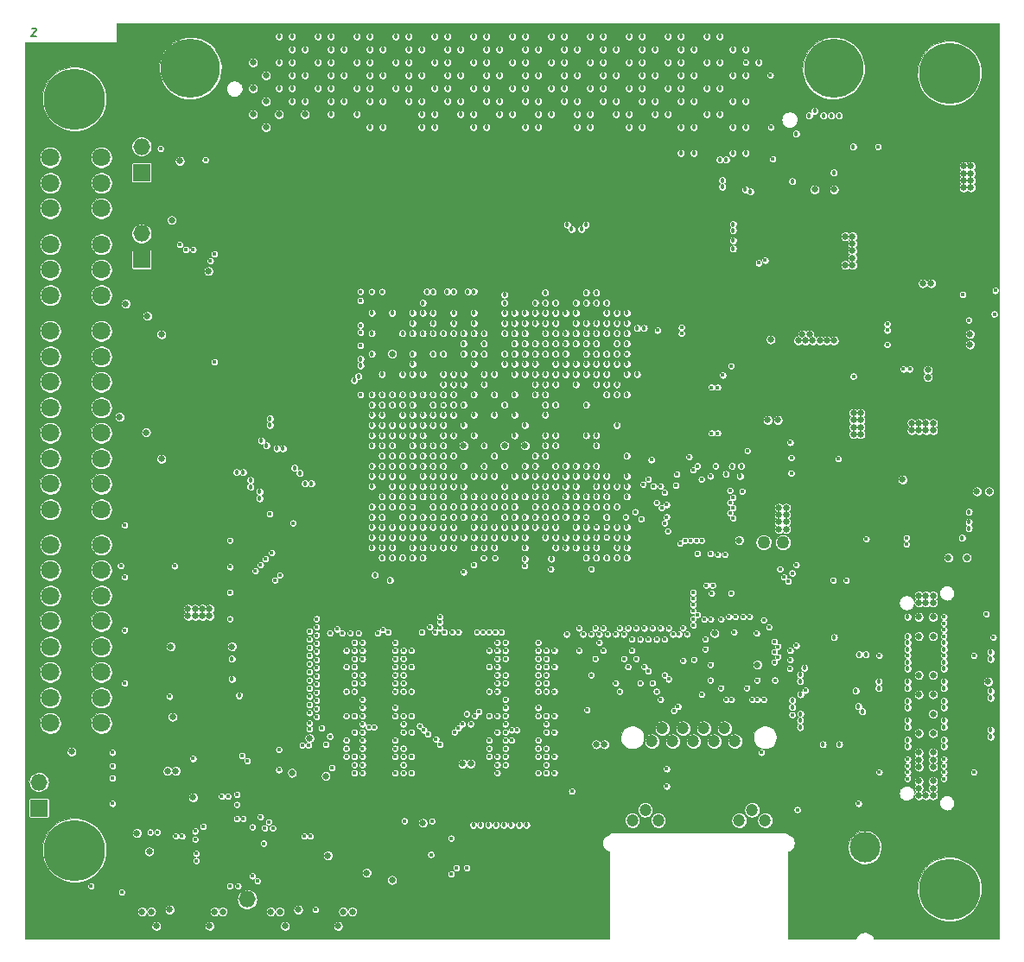
<source format=gbr>
G04 #@! TF.FileFunction,Copper,L2,Inr,Plane*
%FSLAX46Y46*%
G04 Gerber Fmt 4.6, Leading zero omitted, Abs format (unit mm)*
G04 Created by KiCad (PCBNEW 4.0.6) date Tue Jun 13 11:44:38 2017*
%MOMM*%
%LPD*%
G01*
G04 APERTURE LIST*
%ADD10C,0.101600*%
%ADD11C,0.127000*%
%ADD12R,1.600000X1.600000*%
%ADD13C,1.200000*%
%ADD14O,1.200000X1.800000*%
%ADD15C,1.778000*%
%ADD16R,1.651000X1.651000*%
%ADD17O,1.651000X1.651000*%
%ADD18R,0.750000X0.900000*%
%ADD19R,1.080000X0.780000*%
%ADD20R,1.287500X1.287500*%
%ADD21R,1.000000X1.250000*%
%ADD22R,1.250000X1.250000*%
%ADD23R,1.000000X1.000000*%
%ADD24R,1.500000X1.500000*%
%ADD25R,0.800000X0.800000*%
%ADD26C,5.800000*%
%ADD27C,1.800000*%
%ADD28C,3.000000*%
%ADD29O,1.400000X2.600000*%
%ADD30O,4.000000X2.000000*%
%ADD31C,6.000000*%
%ADD32C,0.635000*%
%ADD33C,0.406400*%
%ADD34C,0.457200*%
%ADD35C,1.270000*%
G04 APERTURE END LIST*
D10*
D11*
X30882286Y-30755286D02*
X30918572Y-30719000D01*
X30991143Y-30682714D01*
X31172572Y-30682714D01*
X31245143Y-30719000D01*
X31281429Y-30755286D01*
X31317714Y-30827857D01*
X31317714Y-30900429D01*
X31281429Y-31009286D01*
X30846000Y-31444714D01*
X31317714Y-31444714D01*
D12*
X95400000Y-78700000D03*
X97000000Y-78700000D03*
X95400000Y-77100000D03*
X97000000Y-77100000D03*
D13*
X91661000Y-100596000D03*
X93693000Y-100596000D03*
X95725000Y-100596000D03*
X97757000Y-100596000D03*
X99789000Y-100596000D03*
X92677000Y-99326000D03*
X94709000Y-99326000D03*
X96741000Y-99326000D03*
X98773000Y-99326000D03*
X100805000Y-99326000D03*
X89723000Y-108346000D03*
X90993000Y-107326000D03*
X92263000Y-108346000D03*
X100203000Y-108346000D03*
X101473000Y-107326000D03*
X102743000Y-108346000D03*
D14*
X86148000Y-116156000D03*
X106318000Y-116156000D03*
D15*
X67500000Y-112700000D03*
X82000000Y-112700000D03*
X82600000Y-117650000D03*
X66900000Y-117650000D03*
D16*
X31600000Y-107140000D03*
D17*
X31600000Y-104600000D03*
X31600000Y-102060000D03*
D16*
X52000000Y-118640000D03*
D17*
X52000000Y-116100000D03*
D16*
X41656000Y-44831000D03*
D17*
X41656000Y-42291000D03*
D16*
X41656000Y-53340000D03*
D17*
X41656000Y-50800000D03*
D18*
X57925000Y-102700000D03*
X58675000Y-102700000D03*
D19*
X120580000Y-79937000D03*
X119500000Y-79937000D03*
X118420000Y-79937000D03*
X120580000Y-79157000D03*
X120580000Y-78377000D03*
X120580000Y-77597000D03*
X120580000Y-76817000D03*
X120580000Y-76037000D03*
X120580000Y-75257000D03*
X119500000Y-75257000D03*
X119500000Y-76037000D03*
X119500000Y-76817000D03*
X119500000Y-77597000D03*
X119500000Y-78377000D03*
X119500000Y-79157000D03*
X118420000Y-79157000D03*
X118420000Y-78377000D03*
X118420000Y-77597000D03*
X118420000Y-76817000D03*
X118420000Y-76037000D03*
X118420000Y-75257000D03*
D20*
X120631250Y-61931250D03*
X119343750Y-61931250D03*
X118056250Y-61931250D03*
X116768750Y-61931250D03*
X120631250Y-60643750D03*
X119343750Y-60643750D03*
X118056250Y-60643750D03*
X116768750Y-60643750D03*
X120631250Y-59356250D03*
X119343750Y-59356250D03*
X118056250Y-59356250D03*
X116768750Y-59356250D03*
X120631250Y-58068750D03*
X119343750Y-58068750D03*
X118056250Y-58068750D03*
X116768750Y-58068750D03*
D21*
X109720000Y-97506000D03*
X109720000Y-96256000D03*
X109720000Y-98756000D03*
X108720000Y-98756000D03*
X108720000Y-97506000D03*
X108720000Y-96256000D03*
X108720000Y-95006000D03*
X108720000Y-93756000D03*
X108720000Y-92506000D03*
X109720000Y-92506000D03*
X109720000Y-93756000D03*
X109720000Y-95006000D03*
D22*
X49050000Y-110250000D03*
X49050000Y-112750000D03*
X51550000Y-110250000D03*
X50300000Y-112750000D03*
X49050000Y-111500000D03*
X50300000Y-111500000D03*
X51550000Y-111500000D03*
X50300000Y-110250000D03*
X51550000Y-112750000D03*
D23*
X98300000Y-66700000D03*
X98300000Y-67700000D03*
X97300000Y-67700000D03*
X97300000Y-66700000D03*
X98300000Y-71200000D03*
X98300000Y-72200000D03*
X97300000Y-72200000D03*
X97300000Y-71200000D03*
X106300000Y-73500000D03*
X107300000Y-73500000D03*
X107300000Y-74500000D03*
X106300000Y-74500000D03*
D12*
X108800000Y-81800000D03*
X110400000Y-81800000D03*
X110400000Y-83400000D03*
X108800000Y-83400000D03*
X107200000Y-83400000D03*
X107200000Y-81800000D03*
X107200000Y-80200000D03*
X108800000Y-80200000D03*
X110400000Y-80200000D03*
D24*
X98945000Y-93333000D03*
X98945000Y-91833000D03*
X100445000Y-91833000D03*
X100445000Y-93333000D03*
D25*
X109385000Y-42837000D03*
X108585000Y-42837000D03*
X107785000Y-42837000D03*
X107785000Y-42037000D03*
X108585000Y-42037000D03*
X109385000Y-42037000D03*
X109385000Y-41237000D03*
X108585000Y-41237000D03*
X107785000Y-41237000D03*
D26*
X46454300Y-34616700D03*
X109455700Y-34616700D03*
D27*
X32719000Y-67865000D03*
X32719000Y-65365000D03*
X32719000Y-62865000D03*
X32719000Y-60365000D03*
X32719000Y-70365000D03*
X32719000Y-72865000D03*
X32719000Y-75365000D03*
X32719000Y-77865000D03*
X37719000Y-60365000D03*
X37719000Y-62865000D03*
X37719000Y-65365000D03*
X37719000Y-67865000D03*
X37719000Y-70365000D03*
X37719000Y-72865000D03*
X37719000Y-75365000D03*
X37719000Y-77865000D03*
X32719000Y-88820000D03*
X32719000Y-86320000D03*
X32719000Y-83820000D03*
X32719000Y-81320000D03*
X32719000Y-91320000D03*
X32719000Y-93820000D03*
X32719000Y-96320000D03*
X32719000Y-98820000D03*
X37719000Y-81320000D03*
X37719000Y-83820000D03*
X37719000Y-86320000D03*
X37719000Y-88820000D03*
X37719000Y-91320000D03*
X37719000Y-93820000D03*
X37719000Y-96320000D03*
X37719000Y-98820000D03*
X32719000Y-56856000D03*
X32719000Y-54356000D03*
X32719000Y-51856000D03*
X37719000Y-51856000D03*
X37719000Y-54356000D03*
X37719000Y-56856000D03*
X32719000Y-48347000D03*
X32719000Y-45847000D03*
X32719000Y-43347000D03*
X37719000Y-43347000D03*
X37719000Y-45847000D03*
X37719000Y-48347000D03*
D28*
X112522000Y-110998000D03*
D29*
X107772000Y-117498000D03*
X107772000Y-112798000D03*
X117272000Y-117498000D03*
X117272000Y-112798000D03*
D30*
X112522000Y-116998000D03*
D31*
X120810000Y-115090000D03*
X35080000Y-111280000D03*
X120810000Y-35080000D03*
X35080000Y-37620000D03*
D32*
X44700000Y-90200000D03*
D33*
X64500000Y-104200000D03*
X99900000Y-81600004D03*
X113500000Y-83400000D03*
X101300002Y-90000000D03*
X48800000Y-52000000D03*
D32*
X119400000Y-41800000D03*
X119400000Y-42500000D03*
X112500000Y-48100000D03*
X112500000Y-49300000D03*
D33*
X112100000Y-66200000D03*
D32*
X112300000Y-57500000D03*
X113600000Y-56500000D03*
X124700000Y-72400000D03*
X124700000Y-73100000D03*
X123500000Y-73100000D03*
X123500000Y-72400000D03*
X112200000Y-59800000D03*
D33*
X112400000Y-62400000D03*
X114400000Y-64800000D03*
X114400000Y-63200000D03*
D32*
X108000000Y-68800000D03*
X105300000Y-66800000D03*
X108000000Y-66800000D03*
D33*
X124800000Y-52800000D03*
X125200000Y-67200000D03*
X125200000Y-57900000D03*
X125200000Y-57200000D03*
X125200000Y-55600000D03*
X125200000Y-65100000D03*
X125200000Y-63300000D03*
D32*
X125300000Y-62500000D03*
X125300000Y-59500000D03*
D33*
X107315000Y-105029000D03*
D32*
X36000000Y-47500000D03*
X36000000Y-56000000D03*
D33*
X43600000Y-41200000D03*
X125349000Y-93599000D03*
X120269000Y-94107000D03*
X123189079Y-94107556D03*
X120269000Y-96012000D03*
X123190000Y-96012000D03*
X123190000Y-97917000D03*
X120269000Y-97917000D03*
X123190000Y-99822000D03*
X120269000Y-99822000D03*
X123190000Y-101727000D03*
X120269000Y-101727000D03*
X116713000Y-101727000D03*
X113919000Y-101727000D03*
X116713000Y-99822000D03*
X113919000Y-99822000D03*
D32*
X117221000Y-97917000D03*
D34*
X116713000Y-96012000D03*
X113919000Y-96012000D03*
X116713000Y-94107000D03*
X113919000Y-94107000D03*
D33*
X125100000Y-89800000D03*
D32*
X45000000Y-94700000D03*
X50500000Y-93600000D03*
D33*
X72800000Y-110100000D03*
D32*
X68199984Y-108600000D03*
D33*
X70699998Y-108400000D03*
X71500000Y-113000000D03*
X36700000Y-118500000D03*
X39100000Y-118500000D03*
D32*
X34800000Y-106700000D03*
X34800000Y-104200000D03*
X34800000Y-102900000D03*
X51300000Y-97900000D03*
D33*
X57100000Y-113100000D03*
X38800000Y-110600000D03*
D32*
X43100000Y-110700000D03*
X39000000Y-113900000D03*
X43100000Y-113700000D03*
D33*
X40300000Y-109000000D03*
X49734776Y-102126117D03*
D32*
X44200000Y-100100000D03*
X45000000Y-100100000D03*
X56300000Y-111500000D03*
X47000000Y-117100000D03*
X50300000Y-79500000D03*
D33*
X43500000Y-85200000D03*
X45900000Y-86000000D03*
X48700000Y-81500000D03*
X42000000Y-82000000D03*
X46000000Y-81500000D03*
X44900000Y-67600000D03*
X44900000Y-79400000D03*
X48700000Y-55200002D03*
X48800000Y-62600000D03*
D32*
X43400006Y-55200000D03*
X46600000Y-43700000D03*
D34*
X94400000Y-72700000D03*
D33*
X109400000Y-102100000D03*
X103700000Y-101400000D03*
X103900000Y-107300000D03*
X99100000Y-105000000D03*
X106300000Y-100100000D03*
D32*
X123200000Y-40400000D03*
X115000000Y-40400000D03*
X123200000Y-52000000D03*
X115000000Y-52000000D03*
X119500000Y-48500000D03*
X113700000Y-106700000D03*
X106200000Y-50100000D03*
X107200000Y-50100000D03*
X105300000Y-68800000D03*
X73900000Y-104000000D03*
X73100000Y-104000000D03*
D33*
X72300000Y-101100000D03*
X87000000Y-97500000D03*
X86200000Y-97500000D03*
D32*
X86200000Y-102100000D03*
X87000000Y-102100000D03*
D33*
X60600000Y-101700000D03*
X55100000Y-95200000D03*
X55100000Y-90000000D03*
X55100000Y-98400000D03*
X59300000Y-100100000D03*
D32*
X55900000Y-114100000D03*
X54600000Y-114100000D03*
D33*
X64500000Y-115000000D03*
D32*
X62100000Y-113500000D03*
X59600000Y-117100000D03*
D34*
X93000000Y-72700000D03*
X93700000Y-72700000D03*
D32*
X105800000Y-90400000D03*
X108500000Y-87800000D03*
X109400000Y-87800000D03*
X112100000Y-90400000D03*
X113100000Y-87800000D03*
D33*
X93800000Y-80700000D03*
X52400000Y-77300000D03*
D34*
X75200000Y-66600000D03*
X79200000Y-77600000D03*
X73200000Y-74600000D03*
D32*
X74200000Y-73600000D03*
X74200000Y-71600000D03*
D34*
X65200000Y-62600000D03*
X66200000Y-61600000D03*
D33*
X62500000Y-98900000D03*
D32*
X78200000Y-73600000D03*
D34*
X77200000Y-74600000D03*
D32*
X78200000Y-71600000D03*
D34*
X71200000Y-61600000D03*
X75200000Y-69600000D03*
X88200000Y-72600000D03*
X76200000Y-69600000D03*
X78200000Y-69600000D03*
X77200000Y-70600000D03*
X80200000Y-71600000D03*
D33*
X106300004Y-77900000D03*
D34*
X79000000Y-110400000D03*
X77500000Y-110400000D03*
X76000000Y-110400000D03*
X74500000Y-110400000D03*
D33*
X100200000Y-77900000D03*
X112300000Y-84200000D03*
X93300000Y-95100000D03*
X104267000Y-93472000D03*
X94742000Y-96266000D03*
X102616000Y-97790000D03*
X95631000Y-96520000D03*
X98425000Y-86106000D03*
D34*
X66200000Y-78600000D03*
X64200000Y-82600000D03*
X67200000Y-81600000D03*
X82200000Y-76600000D03*
X89200000Y-77600000D03*
X86200000Y-78600000D03*
X87200000Y-81600000D03*
X72200000Y-76600000D03*
D33*
X87600006Y-91700000D03*
X70200000Y-80600000D03*
D34*
X73200000Y-79600000D03*
X76200000Y-78600000D03*
X74200000Y-82600000D03*
X77200000Y-81600000D03*
X83200000Y-79600000D03*
X80200000Y-80600000D03*
X83700000Y-82700000D03*
D33*
X75700000Y-97300000D03*
X82100000Y-90900000D03*
X82100000Y-92500000D03*
X82100000Y-94100000D03*
X75700000Y-90900000D03*
X75700000Y-92500000D03*
X75700000Y-94100000D03*
X81300000Y-97300000D03*
X82100000Y-98900000D03*
X82100000Y-100500000D03*
X81300000Y-100500000D03*
X82100000Y-101300000D03*
X80500000Y-102900000D03*
X82100000Y-102900000D03*
X75700000Y-103700000D03*
X75700000Y-102900000D03*
X76500000Y-101300000D03*
X76500000Y-100500000D03*
X75700000Y-99700000D03*
X76500000Y-98900000D03*
X75700000Y-98900000D03*
X61700000Y-97300000D03*
X68100000Y-90900000D03*
X68100000Y-92500000D03*
X68100000Y-94100000D03*
X67300000Y-97300000D03*
X66500000Y-102900000D03*
X68100000Y-101300000D03*
X67300000Y-100500000D03*
X68100000Y-100500000D03*
X68100000Y-98900000D03*
X68100000Y-102900000D03*
X61700000Y-90900000D03*
X61700000Y-92500000D03*
X61700000Y-94100000D03*
X61700000Y-98900000D03*
X61700000Y-99700000D03*
X61700000Y-103700000D03*
X61700000Y-102900000D03*
X62500000Y-100500000D03*
X62500000Y-101300000D03*
D34*
X60198000Y-41656000D03*
X76200000Y-75600000D03*
X85200000Y-75600000D03*
X88200000Y-74600000D03*
X72200000Y-73600000D03*
X76200000Y-73600000D03*
X81200000Y-73600000D03*
X84200000Y-72600000D03*
X77200000Y-72600000D03*
X73200000Y-72600000D03*
X72200000Y-71600000D03*
X76200000Y-71600000D03*
X73200000Y-70600000D03*
X72200000Y-69600000D03*
X74200000Y-69600000D03*
X83200000Y-69600000D03*
X86200000Y-68600000D03*
X79200000Y-68600000D03*
X77200000Y-68600000D03*
X75200000Y-68600000D03*
X73200000Y-68600000D03*
X78200000Y-67600000D03*
X74200000Y-67600000D03*
X67200000Y-59600000D03*
X69200000Y-59600000D03*
X71200000Y-59600000D03*
X65200000Y-59600000D03*
X64200000Y-57600000D03*
X66200000Y-57600000D03*
X68200000Y-57600000D03*
X70200000Y-57600000D03*
X72200000Y-57600000D03*
X89200000Y-67600000D03*
X73200000Y-59600000D03*
X75200000Y-59600000D03*
X74200000Y-57600000D03*
X76199718Y-57600000D03*
X76200000Y-58600000D03*
X76199718Y-59600000D03*
X76199718Y-60600000D03*
X76200000Y-61600000D03*
X74200000Y-61600000D03*
X70200000Y-61600000D03*
X68200000Y-61600000D03*
X64200000Y-61600000D03*
X70200000Y-64600000D03*
X67200000Y-63600000D03*
X69200000Y-63600000D03*
X70200000Y-63600000D03*
X71200000Y-63600000D03*
X72200000Y-63600000D03*
X73200000Y-63600000D03*
X75200000Y-63600000D03*
X73200000Y-66600000D03*
X76200000Y-65600000D03*
X82200000Y-66600000D03*
X77200000Y-66600000D03*
X79200000Y-66600000D03*
X78200000Y-65600000D03*
X85200000Y-65600000D03*
X76200000Y-63600000D03*
X76200000Y-62600000D03*
X81200000Y-63600000D03*
X88200000Y-64600000D03*
X87200000Y-61600000D03*
X84200000Y-62600000D03*
X77200000Y-61600000D03*
X80200000Y-60600000D03*
X83200000Y-59600000D03*
X86200000Y-58600000D03*
X89200000Y-57600000D03*
X79200000Y-57600000D03*
X70200000Y-65600000D03*
X69200000Y-65600000D03*
X68200000Y-65600000D03*
X67200000Y-65600000D03*
X66200000Y-65600000D03*
X65200000Y-65600000D03*
X64200000Y-65600000D03*
X68200000Y-74600000D03*
X69200000Y-77600000D03*
X65200000Y-75600000D03*
X70200000Y-70600000D03*
X64200000Y-72600000D03*
X67200000Y-71600000D03*
X69200000Y-67600000D03*
X66200000Y-68600000D03*
X98298000Y-40386000D03*
X86868000Y-42926000D03*
X88138000Y-42926000D03*
X61468000Y-42926000D03*
X93218000Y-32766000D03*
X53848000Y-31496000D03*
X57658000Y-31496000D03*
X61468000Y-31496000D03*
X65278000Y-31496000D03*
X69088000Y-31496000D03*
X72898000Y-31496000D03*
X76708000Y-31496000D03*
X80518000Y-31496000D03*
X84328000Y-31496000D03*
X88138000Y-31496000D03*
X91948000Y-31496000D03*
X95758000Y-31496000D03*
X52578000Y-42926000D03*
X56388000Y-42926000D03*
X57658000Y-42926000D03*
X62738000Y-42926000D03*
X66548000Y-42926000D03*
X67818000Y-42926000D03*
X71628000Y-42926000D03*
X72898000Y-42926000D03*
X76708000Y-42926000D03*
X77978000Y-42926000D03*
X83058000Y-42926000D03*
X91948000Y-42926000D03*
X93218000Y-42926000D03*
X97028000Y-42926000D03*
X98298000Y-42926000D03*
X102108000Y-42926000D03*
X100838000Y-41656000D03*
X99568000Y-41656000D03*
X95758000Y-41656000D03*
X94488000Y-41656000D03*
X90678000Y-41656000D03*
X89408000Y-41656000D03*
X85598000Y-41656000D03*
X84328000Y-41656000D03*
X80518000Y-41656000D03*
X79248000Y-41656000D03*
X75438000Y-41656000D03*
X74168000Y-41656000D03*
X70358000Y-41656000D03*
X69088000Y-41656000D03*
X65278000Y-41656000D03*
X64008000Y-41656000D03*
X58928000Y-41656000D03*
X55118000Y-41656000D03*
X53848000Y-41656000D03*
X52578000Y-40386000D03*
X55118000Y-40386000D03*
X57658000Y-40386000D03*
X60198000Y-40386000D03*
X61468000Y-40386000D03*
X62738000Y-40386000D03*
X66548000Y-40386000D03*
X67818000Y-40386000D03*
X71628000Y-40386000D03*
X72898000Y-40386000D03*
X76708000Y-40386000D03*
X77978000Y-40386000D03*
X81788000Y-40386000D03*
X83058000Y-40386000D03*
X86868000Y-40386000D03*
X88138000Y-40386000D03*
X91948000Y-40386000D03*
X93218000Y-40386000D03*
X97028000Y-40386000D03*
X102108000Y-40386000D03*
X100838000Y-39116000D03*
X99568000Y-39116000D03*
X95758000Y-39116000D03*
X94488000Y-39116000D03*
X90678000Y-39116000D03*
X86868000Y-39116000D03*
X83058000Y-39116000D03*
X79248000Y-39116000D03*
X75438000Y-39116000D03*
X71628000Y-39116000D03*
X67818000Y-39116000D03*
X58928000Y-39116000D03*
X56388000Y-39116000D03*
X53848000Y-39116000D03*
X52578000Y-37846000D03*
X55118000Y-37846000D03*
X58928000Y-37846000D03*
X62738000Y-37846000D03*
X66548000Y-37846000D03*
X70358000Y-37846000D03*
X74168000Y-37846000D03*
X77978000Y-37846000D03*
X81788000Y-37846000D03*
X85598000Y-37846000D03*
X89408000Y-37846000D03*
X93218000Y-37846000D03*
X97028000Y-37846000D03*
X98298000Y-37846000D03*
X102108000Y-37846000D03*
X100838000Y-36576000D03*
X99568000Y-36576000D03*
X95758000Y-36576000D03*
X84328000Y-36576000D03*
X80518000Y-36576000D03*
X76708000Y-36576000D03*
X72898000Y-36576000D03*
X69088000Y-36576000D03*
X65278000Y-36576000D03*
X61468000Y-36576000D03*
X57658000Y-36576000D03*
X53848000Y-36576000D03*
X52578000Y-35306000D03*
X55118000Y-35306000D03*
X58928000Y-35306000D03*
X62738000Y-35306000D03*
X66548000Y-35306000D03*
X70358000Y-35306000D03*
X74168000Y-35306000D03*
X77978000Y-35306000D03*
X81788000Y-35306000D03*
X85598000Y-35306000D03*
X89408000Y-35306000D03*
X93218000Y-35306000D03*
X88138000Y-36576000D03*
X91948000Y-36576000D03*
X97028000Y-35306000D03*
X98298000Y-35306000D03*
X102108000Y-35306000D03*
X99568000Y-34036000D03*
X95758000Y-34036000D03*
X91948000Y-34036000D03*
X88138000Y-34036000D03*
X84328000Y-34036000D03*
X80518000Y-34036000D03*
X76708000Y-34036000D03*
X72898000Y-34036000D03*
X69088000Y-34036000D03*
X65278000Y-34036000D03*
X61468000Y-34036000D03*
X57658000Y-34036000D03*
X53848000Y-34036000D03*
X52578000Y-32766000D03*
X55118000Y-32766000D03*
X58928000Y-32766000D03*
X62738000Y-32766000D03*
X66548000Y-32766000D03*
X70358000Y-32766000D03*
X74168000Y-32766000D03*
X77978000Y-32766000D03*
X81788000Y-32766000D03*
X85598000Y-32766000D03*
X89408000Y-32766000D03*
X97028000Y-32766000D03*
X98298000Y-32766000D03*
X102108000Y-32766000D03*
X100838000Y-31496000D03*
X99568000Y-31496000D03*
X77200000Y-69600000D03*
D32*
X44600000Y-49500000D03*
X42400000Y-111400000D03*
X112100000Y-68400000D03*
X111400000Y-68400000D03*
X112100000Y-70500000D03*
X112100000Y-69800000D03*
X112100000Y-69100000D03*
X111400000Y-70500000D03*
X111400000Y-69800000D03*
X111400000Y-69100000D03*
D33*
X122100000Y-56800000D03*
D32*
X73900000Y-102800000D03*
X73100000Y-102800000D03*
X86200000Y-100900000D03*
X87000000Y-100900000D03*
D33*
X57400000Y-101000000D03*
D34*
X74200000Y-77600000D03*
X77200000Y-76600000D03*
D33*
X71200000Y-78600000D03*
D34*
X75200000Y-80600000D03*
X81200000Y-78600000D03*
X78200000Y-79600000D03*
X72200000Y-81600000D03*
X79200000Y-82700000D03*
X82200000Y-81600000D03*
D33*
X76500000Y-95700000D03*
X82100000Y-91700000D03*
X82100000Y-93300000D03*
X81300000Y-95700000D03*
X75700000Y-91700000D03*
X75700000Y-93300000D03*
X81300000Y-98100000D03*
X82100000Y-99700000D03*
X81300000Y-101300000D03*
X82100000Y-102100000D03*
X81300000Y-102900000D03*
X82100000Y-103700000D03*
X76500000Y-103700000D03*
X75700000Y-102100000D03*
X75700000Y-101300000D03*
X75700000Y-100500000D03*
X77300000Y-98900000D03*
X75700000Y-98100000D03*
X62500000Y-95700000D03*
X68100000Y-91700000D03*
X68100000Y-93300000D03*
X67300000Y-95700000D03*
X67300000Y-101300000D03*
X68100000Y-99700000D03*
X67300000Y-98100000D03*
X67300000Y-102900000D03*
X68100000Y-102100000D03*
X68100000Y-103700000D03*
X61700000Y-91700000D03*
X61700000Y-93300000D03*
X63300000Y-98900000D03*
X62500000Y-103700000D03*
X61700000Y-102100000D03*
X61700000Y-98100000D03*
X61700000Y-101300000D03*
X61700000Y-100500000D03*
D32*
X58100000Y-100300000D03*
D33*
X60300000Y-103200000D03*
X76500000Y-94100000D03*
X82100000Y-98100000D03*
X68100000Y-98100000D03*
X62500000Y-94100000D03*
D34*
X78200000Y-77600000D03*
X80200000Y-77600000D03*
D32*
X124700000Y-76100000D03*
X123500000Y-76100000D03*
X122500000Y-82600000D03*
X120700000Y-82600000D03*
X119200004Y-105900004D03*
X119200000Y-105200000D03*
X119200000Y-104500000D03*
X119200004Y-103100000D03*
X119200000Y-102400000D03*
X119200000Y-101700000D03*
X119200002Y-99800000D03*
X119200000Y-97900000D03*
X119200000Y-96000000D03*
X119200000Y-94100000D03*
X119200000Y-90300000D03*
X119199996Y-88400000D03*
X119200000Y-87000000D03*
X119200000Y-86300000D03*
X118500000Y-86300000D03*
X117800000Y-86300000D03*
X118500000Y-87000000D03*
X117800000Y-87000000D03*
X118500000Y-105900018D03*
X117800000Y-105900000D03*
X117800000Y-105200000D03*
X117800000Y-104500000D03*
X117800000Y-103100000D03*
X117800000Y-102400000D03*
X117800000Y-101700000D03*
X117800000Y-99800000D03*
X117800000Y-88400000D03*
X117800000Y-90300000D03*
X117800000Y-94100000D03*
X117800000Y-96000000D03*
X118700000Y-64900000D03*
X118700000Y-64200000D03*
X119000000Y-55700000D03*
X118200000Y-55700000D03*
X122800004Y-61700000D03*
X124587000Y-94742006D03*
D33*
X72000000Y-110100000D03*
D32*
X69200004Y-108600000D03*
X44200000Y-103500000D03*
X45000000Y-103500000D03*
D33*
X93100000Y-103300000D03*
D32*
X66200000Y-114200000D03*
D33*
X116586000Y-81280000D03*
D34*
X122700000Y-78100000D03*
D32*
X59700000Y-104000000D03*
X100200000Y-80900000D03*
X122900000Y-46300000D03*
X122900000Y-45600000D03*
X122900000Y-44900000D03*
X122900000Y-44200000D03*
X122200000Y-44200000D03*
X122200000Y-44900000D03*
X122200000Y-45600000D03*
X122200000Y-46300000D03*
D33*
X98600000Y-64700000D03*
X112649000Y-80772000D03*
X124400000Y-88100000D03*
D32*
X46700000Y-106100000D03*
X44500000Y-91300000D03*
X44700000Y-98200000D03*
X48200000Y-54500000D03*
X34800000Y-101600000D03*
X41200000Y-109600000D03*
D33*
X53600000Y-110600000D03*
X44900000Y-83408802D03*
X39600000Y-83400000D03*
D32*
X45400000Y-43700000D03*
D33*
X105900000Y-107300000D03*
X103649802Y-92837000D03*
D34*
X109500000Y-90392800D03*
X106600000Y-93400000D03*
X106200000Y-96000000D03*
X106200000Y-97900000D03*
X108400000Y-100900000D03*
X110000000Y-100900000D03*
D33*
X98100000Y-65895182D03*
X98100000Y-70395180D03*
X50300000Y-114800000D03*
X58000000Y-101000000D03*
D32*
X56400000Y-103700000D03*
D33*
X92200000Y-60300000D03*
X105300000Y-72800000D03*
X96500000Y-80900000D03*
X96000000Y-80900000D03*
X110700000Y-84800000D03*
X94700000Y-92700000D03*
D34*
X109474000Y-44831000D03*
X111378996Y-42291000D03*
X89200000Y-82600000D03*
X88200000Y-79600000D03*
X85200000Y-80600000D03*
X72200000Y-70600000D03*
X72200000Y-68600000D03*
X111633000Y-95631000D03*
X73200000Y-64600000D03*
X72200000Y-64600000D03*
X71200000Y-64600000D03*
X74200000Y-63600000D03*
X62738000Y-39116000D03*
D32*
X57658000Y-39116000D03*
X55118000Y-39116000D03*
X53848000Y-40386000D03*
X52578000Y-39116000D03*
X116205000Y-74930000D03*
X103300000Y-61200000D03*
X103000000Y-69100000D03*
X104000000Y-69100000D03*
D35*
X104500000Y-81100000D03*
X102600000Y-81100002D03*
D32*
X104800000Y-77700000D03*
X104800000Y-78400000D03*
X104800000Y-79100000D03*
X104817400Y-79800000D03*
X104100000Y-79800000D03*
X104100000Y-79100000D03*
X104100000Y-78400000D03*
X104100000Y-77700000D03*
X73200000Y-71600000D03*
X66200000Y-62600000D03*
X79200000Y-71600000D03*
X77200000Y-71600000D03*
D34*
X76200000Y-68600000D03*
X79200000Y-73600000D03*
X80200000Y-66600000D03*
X76200000Y-74600000D03*
X74200000Y-74600000D03*
X73200000Y-73600000D03*
X75200000Y-73600000D03*
X77200000Y-73600000D03*
X76200000Y-72600000D03*
X72200000Y-72600000D03*
X75200000Y-71600000D03*
X74200000Y-70600000D03*
X73200000Y-69600000D03*
X79200000Y-69600000D03*
X78200000Y-68600000D03*
X74200000Y-68600000D03*
X77200000Y-67600000D03*
X73200000Y-67600000D03*
X69200000Y-60600000D03*
X73200000Y-60600000D03*
X75200000Y-60600000D03*
X68200000Y-62600000D03*
X70200000Y-62600000D03*
X74200000Y-62600000D03*
X69200000Y-64600000D03*
X65200000Y-64600000D03*
X67200000Y-64600000D03*
D33*
X96900000Y-90600000D03*
X97400000Y-94600000D03*
X101900000Y-90000000D03*
X99700000Y-89900000D03*
D32*
X117100000Y-69400000D03*
X117800000Y-69400000D03*
X118500000Y-69400000D03*
X117100000Y-70100000D03*
X117800000Y-70100000D03*
X118500000Y-70100000D03*
X119200000Y-69400000D03*
X119200000Y-70100000D03*
D34*
X64200000Y-60600000D03*
D32*
X101981000Y-93091000D03*
D33*
X101981000Y-94615000D03*
D34*
X64200000Y-58600000D03*
X71200000Y-60600000D03*
X67200000Y-60600000D03*
X70200000Y-58600000D03*
X68200000Y-58600000D03*
X66200000Y-58600000D03*
X72200000Y-58600000D03*
X74200000Y-58600000D03*
X64200000Y-62600000D03*
X68200000Y-63600000D03*
D33*
X105400000Y-98000000D03*
X105300000Y-74300000D03*
X101000000Y-72100000D03*
D32*
X110600000Y-51100000D03*
X111300000Y-51100000D03*
X111300000Y-51800000D03*
X111300000Y-52500000D03*
X111300000Y-53200000D03*
X111300000Y-53900000D03*
X110600000Y-53900000D03*
D33*
X116900000Y-64100000D03*
D34*
X75200000Y-74600000D03*
X79200000Y-74600000D03*
X75200000Y-65600000D03*
X76200000Y-64600000D03*
X71200000Y-62600000D03*
D33*
X99400000Y-86100000D03*
X100500006Y-76100000D03*
X99300000Y-78200000D03*
X99300000Y-76000000D03*
X99300000Y-77200000D03*
X94000000Y-75500000D03*
X93100000Y-77400000D03*
X93100000Y-78600000D03*
D32*
X97790000Y-89997898D03*
D34*
X107600000Y-38800000D03*
X87200000Y-76600000D03*
X84200000Y-77600000D03*
X73200000Y-75600000D03*
X77200000Y-75600000D03*
X83200000Y-74600000D03*
X80200000Y-74600000D03*
X86200000Y-73600000D03*
X72200000Y-66600000D03*
X73200000Y-65600000D03*
X74200000Y-66600000D03*
X76200000Y-66600000D03*
X78200000Y-66600000D03*
X78200000Y-70600000D03*
D33*
X55100000Y-103400000D03*
D32*
X48300000Y-87600000D03*
X47600000Y-87600000D03*
X46900000Y-87600000D03*
X46200000Y-87600000D03*
X46200000Y-88300000D03*
X48300000Y-88300000D03*
X47600000Y-88300000D03*
X46900000Y-88300000D03*
X50500000Y-91300000D03*
D34*
X65200000Y-80600000D03*
X68200000Y-79600000D03*
X69200000Y-82600000D03*
X70200000Y-75600000D03*
X64200000Y-77600000D03*
X67200000Y-76600000D03*
X69200000Y-72600000D03*
X66200000Y-73600000D03*
X65200000Y-70600000D03*
X68200000Y-69600000D03*
X67200000Y-66600000D03*
X64200000Y-67600000D03*
D32*
X53848000Y-35306000D03*
X53848000Y-37846000D03*
X52578000Y-36576000D03*
X52578000Y-34036000D03*
D33*
X125200000Y-58700000D03*
X114700000Y-61700000D03*
D32*
X122800000Y-60677697D03*
D34*
X69200000Y-58600000D03*
X105410000Y-97231200D03*
X69200000Y-57600000D03*
X105410000Y-96570800D03*
D32*
X44400000Y-117100000D03*
X107100000Y-60700000D03*
X106400000Y-60700000D03*
X109500004Y-61300000D03*
X108800000Y-61300000D03*
X108100000Y-61300000D03*
X107400000Y-61300000D03*
X106700000Y-61300000D03*
X106000002Y-61300000D03*
D33*
X97500000Y-65895188D03*
X97506444Y-70395183D03*
X89200000Y-62600000D03*
D34*
X85200000Y-67600000D03*
X89200000Y-72600000D03*
X82200000Y-71600000D03*
X85200000Y-70600000D03*
X88200000Y-69600000D03*
X81200000Y-68600000D03*
X87200000Y-66600000D03*
X80200000Y-65600000D03*
X83200000Y-64600000D03*
X79200000Y-62600000D03*
X86200000Y-63600000D03*
X82200000Y-61600000D03*
X85200000Y-60600000D03*
X81200000Y-58600000D03*
X88200000Y-59600000D03*
X84200000Y-57600000D03*
X78200000Y-59600000D03*
X82200000Y-74600000D03*
D32*
X57000000Y-117100000D03*
D33*
X96100000Y-82200000D03*
X96520000Y-96012000D03*
X102616000Y-96520000D03*
X98425000Y-95377000D03*
X100965000Y-95377000D03*
X97409000Y-93091000D03*
D34*
X98298000Y-43561000D03*
X97028000Y-39116000D03*
D33*
X94550000Y-60000000D03*
D34*
X75200000Y-61600000D03*
X98933000Y-43561000D03*
X98298000Y-39116000D03*
X75200000Y-62600000D03*
D33*
X94550000Y-60600000D03*
X68200000Y-77600000D03*
X73500000Y-113000000D03*
D34*
X64200000Y-75600000D03*
X102108000Y-34036000D03*
D33*
X114700000Y-60300000D03*
X105200000Y-71300000D03*
X98100000Y-82300000D03*
X72000000Y-113600000D03*
X43200000Y-109500000D03*
X51500000Y-102000000D03*
X51000000Y-108200000D03*
D34*
X88200000Y-81600000D03*
D33*
X114700000Y-59700000D03*
X109900000Y-72900000D03*
X98800000Y-82300000D03*
X72500000Y-113000002D03*
X42500000Y-109500000D03*
X52000000Y-102500000D03*
X51600000Y-108200000D03*
D34*
X89200000Y-79600000D03*
D33*
X99400000Y-63800000D03*
X89096756Y-78603244D03*
D34*
X60198000Y-39116000D03*
D33*
X103300000Y-40400000D03*
X99600000Y-78700000D03*
X90800000Y-75400000D03*
D34*
X85200000Y-82600000D03*
D33*
X97400000Y-82200000D03*
X58700000Y-117100000D03*
X95758000Y-92583006D03*
X97000000Y-85300000D03*
D34*
X85200000Y-79600000D03*
D32*
X49600000Y-117300000D03*
X48800000Y-117300000D03*
X48300000Y-118700000D03*
X43100000Y-118700000D03*
X41700000Y-117300000D03*
X42600000Y-117300000D03*
X63700000Y-113500000D03*
X55200000Y-117300000D03*
X54300000Y-117300000D03*
X55700000Y-118700000D03*
X60899986Y-118700000D03*
X61400000Y-117300000D03*
X62300000Y-117300000D03*
D33*
X116713000Y-104267000D03*
X123190000Y-103632000D03*
X120269000Y-103632000D03*
X113919000Y-103632000D03*
X116713000Y-103632000D03*
X116713000Y-102997000D03*
X116713000Y-102362000D03*
D34*
X120269000Y-101092000D03*
X116713000Y-101092000D03*
X120269000Y-100457000D03*
X116713000Y-100457000D03*
X112268000Y-97663000D03*
X111887000Y-97155000D03*
X120269000Y-97282000D03*
X116713000Y-97282000D03*
X120269000Y-96647000D03*
X116713000Y-96647000D03*
X113871798Y-95377000D03*
X113871776Y-94742000D03*
X120269000Y-93472000D03*
X116713000Y-93472000D03*
X120269000Y-92837000D03*
X116713000Y-92837000D03*
X112606278Y-92067004D03*
X111945878Y-92067004D03*
X116713000Y-90297000D03*
X116713000Y-88392000D03*
D33*
X120269000Y-102997000D03*
X120269000Y-104267000D03*
X120269000Y-102362000D03*
X120269000Y-90297000D03*
D34*
X120269000Y-90932000D03*
X116713000Y-90932000D03*
D33*
X105800000Y-91200000D03*
X102100000Y-53700000D03*
X120269000Y-89026998D03*
X100838000Y-34036000D03*
X91800000Y-75600000D03*
D34*
X65278000Y-40386000D03*
D33*
X86200000Y-79600000D03*
X120269000Y-88391992D03*
X105200000Y-91700000D03*
X102752255Y-53431700D03*
X120269000Y-89662015D03*
X103251000Y-35306000D03*
X92500000Y-75600000D03*
D34*
X64008000Y-40386000D03*
D33*
X87200000Y-80600000D03*
D34*
X120269000Y-98552000D03*
X116713000Y-98552000D03*
X124841000Y-99491800D03*
X124841000Y-100152200D03*
X120269000Y-99187000D03*
X116713000Y-99187000D03*
X124841000Y-96342200D03*
X120269000Y-94742000D03*
X116713000Y-94742000D03*
X120269000Y-95377000D03*
X116713000Y-95377000D03*
X124841000Y-95681800D03*
X124841000Y-92532200D03*
X124841000Y-91871800D03*
X120269000Y-91567000D03*
X116713000Y-91567000D03*
D33*
X70000000Y-111700000D03*
D34*
X68200000Y-82600000D03*
X79355600Y-108800000D03*
X74144400Y-108800000D03*
X69200000Y-79600000D03*
X74855600Y-108800000D03*
X69200000Y-78600000D03*
X68200000Y-80600000D03*
X75644400Y-108800000D03*
X69200000Y-80600000D03*
X76355600Y-108800000D03*
X68200000Y-81600000D03*
X77144400Y-108800000D03*
X69200000Y-81600000D03*
X77855600Y-108800000D03*
X67200000Y-82600000D03*
X78644400Y-108800000D03*
D33*
X125300000Y-56400000D03*
X122700000Y-59300000D03*
X93200000Y-80000000D03*
X87200000Y-79600000D03*
D34*
X99600000Y-49900000D03*
X100838000Y-42926000D03*
X71600000Y-56500000D03*
X72200000Y-60600000D03*
X100838000Y-37846000D03*
X87200000Y-64600000D03*
X99600000Y-50500000D03*
X72200000Y-56500000D03*
X72200000Y-59600000D03*
X99568000Y-42926000D03*
X99568000Y-37846000D03*
X87200000Y-63600000D03*
X86200000Y-62600000D03*
X98298000Y-36576000D03*
X87200000Y-62600000D03*
X97028000Y-36576000D03*
X99600000Y-51500000D03*
X73600000Y-56500000D03*
X74200000Y-60600000D03*
X95758000Y-40386000D03*
X100800000Y-46500000D03*
X95758000Y-42926000D03*
X69600000Y-56500000D03*
X70200000Y-60600000D03*
X95758000Y-37846000D03*
X81200000Y-67600000D03*
X62900000Y-64800000D03*
X67200000Y-68600000D03*
X95758000Y-35306000D03*
X95758000Y-32766000D03*
X83200000Y-60600000D03*
X99600000Y-52300000D03*
X74200000Y-56500000D03*
X74200000Y-59600000D03*
X94488000Y-40386000D03*
X101318835Y-46707534D03*
X94488000Y-42926000D03*
X70200000Y-56500000D03*
X70200000Y-59600000D03*
X94488000Y-37846000D03*
X82200000Y-67600000D03*
X94488000Y-36576000D03*
X85200000Y-57600000D03*
X62500000Y-65200000D03*
X66200000Y-67600000D03*
X94488000Y-35306000D03*
X94488000Y-34036000D03*
X70200000Y-66600000D03*
X94488000Y-32766000D03*
X84200000Y-60600000D03*
X94488000Y-31496000D03*
X83200000Y-58600000D03*
X63098350Y-63119000D03*
X67200000Y-69600000D03*
X93218000Y-39116000D03*
X93218000Y-36576000D03*
X85200000Y-56600000D03*
X93218000Y-34036000D03*
X69200000Y-66600000D03*
X93218000Y-31496000D03*
X84200000Y-58600000D03*
X63098350Y-63754000D03*
X66200000Y-69600000D03*
X91948000Y-39116000D03*
X91948000Y-37846000D03*
X88200000Y-66600000D03*
X91948000Y-35306000D03*
X68200000Y-67600000D03*
X91948000Y-32766000D03*
X81200000Y-64600000D03*
X90678000Y-40386000D03*
X65200000Y-66600000D03*
X90678000Y-37846000D03*
X89200000Y-66600000D03*
X87200000Y-65600000D03*
X90678000Y-36576000D03*
X90678000Y-35306000D03*
X68200000Y-66600000D03*
X90678000Y-34036000D03*
X70200000Y-68600000D03*
X90678000Y-32766000D03*
X82200000Y-64600000D03*
X90678000Y-31496000D03*
X86200000Y-65600000D03*
X89408000Y-40386000D03*
X66200000Y-66600000D03*
X89408000Y-39116000D03*
X65200000Y-67600000D03*
X88200000Y-65600000D03*
X89408000Y-36576000D03*
X89408000Y-34036000D03*
X70200000Y-67600000D03*
X89408000Y-31496000D03*
X86200000Y-64600000D03*
X88138000Y-39116000D03*
X64200000Y-66600000D03*
X81200000Y-66600000D03*
X88138000Y-37846000D03*
X88138000Y-35306000D03*
X69200000Y-69600000D03*
X84200000Y-65600000D03*
X88138000Y-32766000D03*
X81200000Y-65600000D03*
X86868000Y-37846000D03*
X90200000Y-64600000D03*
X86868000Y-36576000D03*
X86868000Y-35306000D03*
X69200000Y-68600000D03*
X86868000Y-34036000D03*
X71200000Y-69600000D03*
X85200000Y-64600000D03*
X86868000Y-32766000D03*
X86868000Y-31496000D03*
X88200000Y-63600000D03*
X83347780Y-49946780D03*
X85181220Y-49946780D03*
X85598000Y-40386000D03*
X69200000Y-71600000D03*
X85598000Y-39116000D03*
X68200000Y-68600000D03*
X89200000Y-64600000D03*
X85598000Y-36576000D03*
X85598000Y-34036000D03*
X70200000Y-69600000D03*
X89200000Y-63600000D03*
X85598000Y-31496000D03*
X83784220Y-50383220D03*
X84744780Y-50383220D03*
X69200000Y-70600000D03*
X84328000Y-40386000D03*
X84328000Y-39116000D03*
X67200000Y-67600000D03*
X80200000Y-64600000D03*
X84328000Y-37846000D03*
X71200000Y-72600000D03*
X84328000Y-35306000D03*
X88200000Y-62600000D03*
X84328000Y-32766000D03*
X80200000Y-63600000D03*
X83058000Y-37846000D03*
X78200000Y-64600000D03*
X83058000Y-36576000D03*
X71200000Y-71600000D03*
X83058000Y-35306000D03*
X83058000Y-34036000D03*
X70200000Y-73600000D03*
X89200000Y-61600000D03*
X83058000Y-32766000D03*
X90866704Y-60090600D03*
X79200000Y-61600000D03*
X83058000Y-31496000D03*
X81788000Y-39116000D03*
X65200000Y-68600000D03*
X79200000Y-64600000D03*
X81788000Y-36576000D03*
X81788000Y-34036000D03*
X69200000Y-73600000D03*
X90219004Y-60090600D03*
X79200000Y-60600000D03*
X81788000Y-31496000D03*
X80518000Y-40386000D03*
X65200000Y-69600000D03*
X80518000Y-39116000D03*
X64200000Y-68600000D03*
X80518000Y-37846000D03*
X88200000Y-58600000D03*
X80518000Y-35306000D03*
X70200000Y-74600000D03*
X88200000Y-61600000D03*
X80518000Y-32766000D03*
X79248000Y-40386000D03*
X64200000Y-69600000D03*
X79248000Y-37846000D03*
X89200000Y-58600000D03*
X89200000Y-60600000D03*
X79248000Y-36576000D03*
X79248000Y-35306000D03*
X69200000Y-74600000D03*
X79248000Y-34036000D03*
X71200000Y-74600000D03*
X88200000Y-60600000D03*
X79248000Y-32766000D03*
X87200000Y-60600000D03*
X79248000Y-31496000D03*
X54241700Y-68961000D03*
X77978000Y-39116000D03*
X66200000Y-76600000D03*
X89200000Y-59600000D03*
X77978000Y-36576000D03*
X77978000Y-34036000D03*
X71200000Y-75600000D03*
X87200000Y-59600000D03*
X77978000Y-31496000D03*
X54229000Y-69596000D03*
X76708000Y-39116000D03*
X66200000Y-77600000D03*
X76708000Y-37846000D03*
X87200000Y-58600000D03*
X76708000Y-35306000D03*
X64200000Y-71600000D03*
X86200000Y-60600000D03*
X76708000Y-32766000D03*
X67200000Y-79600000D03*
X53900000Y-71600000D03*
X75438000Y-40386000D03*
X75438000Y-37846000D03*
X87200000Y-57600000D03*
X86200000Y-57600000D03*
X75438000Y-36576000D03*
X75438000Y-35306000D03*
X64200000Y-70600000D03*
X75438000Y-34036000D03*
X70200000Y-72600000D03*
X86200000Y-59600000D03*
X75438000Y-32766000D03*
X75438000Y-31496000D03*
X85200000Y-62600000D03*
X67200000Y-80600000D03*
X53385082Y-71114918D03*
X74168000Y-40386000D03*
X74168000Y-39116000D03*
X68200000Y-73600000D03*
X86200000Y-56600000D03*
X74168000Y-36576000D03*
X74168000Y-34036000D03*
X70200000Y-71600000D03*
X74168000Y-31496000D03*
X86200000Y-61600000D03*
X72898000Y-39116000D03*
X68200000Y-72600000D03*
X72898000Y-37846000D03*
X84200000Y-59600000D03*
X72897992Y-35306000D03*
X71200000Y-76600000D03*
X72898000Y-32766000D03*
X84200000Y-61600000D03*
X71628000Y-37846000D03*
X85200000Y-59600000D03*
X83200000Y-62600000D03*
X71628000Y-36576000D03*
X71628000Y-35306000D03*
X70200000Y-76600000D03*
X71628000Y-34036000D03*
X65200000Y-76600000D03*
X71628000Y-32766000D03*
X85200000Y-61600000D03*
X71628000Y-31496000D03*
X84200000Y-64600000D03*
X98552000Y-46228000D03*
X100838000Y-40386000D03*
X70358000Y-40386000D03*
X65200000Y-74600000D03*
X70358000Y-39116000D03*
X67200000Y-77600000D03*
X83200000Y-61600000D03*
X70358000Y-36576000D03*
X70358000Y-34036000D03*
X65200000Y-77600000D03*
X70358000Y-31496000D03*
X85200000Y-63600000D03*
X98552000Y-45593000D03*
X99568000Y-40386000D03*
X69088000Y-40386000D03*
X64200000Y-74600000D03*
X69088000Y-39116000D03*
X67200000Y-78600000D03*
X82200000Y-60600000D03*
X69088000Y-37846000D03*
X51608918Y-74222640D03*
X67200000Y-73600000D03*
X69088000Y-35306000D03*
X82200000Y-63600000D03*
X69088000Y-32766000D03*
X82200000Y-59600000D03*
X67818000Y-37846000D03*
X67818000Y-36576000D03*
X82200000Y-58600000D03*
X50961218Y-74222640D03*
X67200000Y-72600000D03*
X67818000Y-35306000D03*
X69200000Y-75600000D03*
X67818000Y-34036000D03*
X82200000Y-62600000D03*
X67818000Y-32766000D03*
X81200000Y-60600000D03*
X67818000Y-31496000D03*
D33*
X38800000Y-103000000D03*
X47700000Y-108958150D03*
X54100000Y-108500000D03*
X63100000Y-57400000D03*
X65200000Y-56500000D03*
D34*
X71200000Y-68600000D03*
X66548000Y-36576000D03*
X82200000Y-57600000D03*
X68200000Y-75600000D03*
X66548000Y-34036000D03*
X81200000Y-59600000D03*
X66548000Y-31496000D03*
X81185650Y-56600000D03*
X65278000Y-37846000D03*
X69200000Y-76600000D03*
X65278000Y-35306000D03*
X65278000Y-32766000D03*
X80200000Y-62600000D03*
D33*
X46900006Y-110200000D03*
X38800000Y-104200000D03*
X53303244Y-107996756D03*
D34*
X81200000Y-57600000D03*
X64008000Y-37846000D03*
X64008000Y-36576000D03*
X80200000Y-58600000D03*
X68200000Y-76600000D03*
X64008000Y-35306000D03*
X54889004Y-71880404D03*
X65200000Y-72600000D03*
X64008000Y-34036000D03*
X64008000Y-32766000D03*
X81200000Y-62600000D03*
X64008000Y-31496000D03*
X78200000Y-63600000D03*
X62738000Y-36576000D03*
X80200000Y-57600000D03*
X55500000Y-71900000D03*
X65200000Y-71600000D03*
X62738000Y-34036000D03*
X62738000Y-31496000D03*
X79200000Y-63600000D03*
D33*
X46900000Y-109400000D03*
X38800000Y-101700000D03*
X53700000Y-109100000D03*
X63100000Y-56500000D03*
X71200000Y-67600000D03*
D34*
X79200000Y-59600000D03*
X61468000Y-37846000D03*
X66200000Y-74600000D03*
X56642000Y-73787000D03*
X61468000Y-35306000D03*
X78200000Y-58600000D03*
X61468000Y-32766000D03*
X80200000Y-59600000D03*
X60198000Y-37846000D03*
X80200000Y-61600000D03*
X60198000Y-36576000D03*
X57150000Y-74295000D03*
X66200000Y-75600000D03*
X60198000Y-35306000D03*
X58293000Y-75311000D03*
X66200000Y-72600000D03*
X60198000Y-34036000D03*
X79200000Y-58600000D03*
X60198000Y-32766000D03*
X77200000Y-59600000D03*
X60198000Y-31496000D03*
X81200000Y-61600000D03*
X58928000Y-36576000D03*
X57658000Y-75311000D03*
X66200000Y-71600000D03*
X58928000Y-34036000D03*
X77200000Y-58600000D03*
X58928000Y-31496000D03*
X77200000Y-56800000D03*
X57658000Y-37846000D03*
X52324000Y-74987150D03*
X57658000Y-35306000D03*
X65200000Y-73600000D03*
X57658000Y-32766000D03*
X77200000Y-60600000D03*
X77200000Y-57600000D03*
X56388000Y-37846000D03*
X77200000Y-63600000D03*
X56388000Y-36576000D03*
X52324000Y-75634850D03*
X56388000Y-35306000D03*
X64200000Y-73600000D03*
X53213000Y-76130150D03*
X67200000Y-74600000D03*
X56388000Y-34036000D03*
X56388000Y-32766000D03*
X78200000Y-60600000D03*
X56388000Y-31496000D03*
X78200000Y-62600000D03*
X77200000Y-62600000D03*
X55118000Y-36576000D03*
X53213000Y-76777850D03*
X67200000Y-75600000D03*
X55118000Y-34036000D03*
X55118000Y-31496000D03*
X78200000Y-61600000D03*
D33*
X38800000Y-106700000D03*
X54500000Y-109100000D03*
X51100000Y-114800000D03*
X63100000Y-66600000D03*
D34*
X72200000Y-67600000D03*
D32*
X107600000Y-46500000D03*
X109500000Y-46500000D03*
X43600000Y-60700000D03*
X42200000Y-58900000D03*
X42100000Y-70299996D03*
X43600000Y-72900000D03*
D33*
X98933000Y-96520000D03*
X101473000Y-96520000D03*
X99441000Y-96520000D03*
X101981004Y-96520000D03*
X113800000Y-42300000D03*
X105800000Y-83300000D03*
D34*
X84200000Y-79600000D03*
D33*
X111900000Y-106700000D03*
X95300000Y-72700000D03*
D34*
X71200000Y-70600000D03*
D33*
X54200000Y-78300000D03*
D34*
X71200000Y-73600000D03*
D33*
X56500000Y-79200000D03*
D34*
X72200000Y-77600000D03*
X71200000Y-77600000D03*
D33*
X91300000Y-90600000D03*
X58800000Y-94200000D03*
X91300000Y-93700000D03*
X80500000Y-93300000D03*
X66500000Y-93300000D03*
D34*
X80200000Y-78600000D03*
D33*
X58800000Y-91800000D03*
X86900000Y-91700000D03*
X86900000Y-89500000D03*
X77300000Y-92500000D03*
X63300000Y-92500000D03*
D34*
X80200000Y-76600000D03*
D33*
X89700000Y-90600000D03*
X58100000Y-91400000D03*
X89700000Y-91700000D03*
X80500000Y-92500000D03*
X66500000Y-92500000D03*
D34*
X77200000Y-77600000D03*
D33*
X58100000Y-94600000D03*
X90900000Y-93300000D03*
X90900000Y-89500000D03*
X81300000Y-93300000D03*
X67300000Y-93300000D03*
D34*
X79200000Y-78600000D03*
D33*
X58800000Y-92600000D03*
X86100000Y-92500000D03*
X86100000Y-89500000D03*
X76500000Y-92500000D03*
X62500000Y-92500000D03*
D34*
X78200000Y-76600000D03*
D33*
X58100000Y-93000000D03*
X90100000Y-92500000D03*
X90100000Y-89500000D03*
X81300000Y-92500000D03*
X67300000Y-92500000D03*
D34*
X77200000Y-78600000D03*
D33*
X58800000Y-90200000D03*
X86500000Y-90900000D03*
X86500000Y-90100000D03*
X76500000Y-91700000D03*
X62500000Y-91700000D03*
D34*
X79200000Y-76600000D03*
D33*
X58100000Y-90600000D03*
X94700000Y-89500000D03*
X81300000Y-91700000D03*
X67300000Y-91700000D03*
D34*
X81200000Y-77600000D03*
D33*
X58800000Y-88600000D03*
X84900000Y-90100000D03*
X76500000Y-90900000D03*
X62500000Y-90900000D03*
D34*
X74200000Y-76600000D03*
D33*
X58100000Y-92200000D03*
X84500000Y-91700000D03*
X84500000Y-89500000D03*
X80500000Y-91700000D03*
X66500000Y-91700000D03*
D34*
X73200000Y-76600000D03*
D33*
X90500000Y-90600000D03*
X58100000Y-96200000D03*
X90500000Y-94900000D03*
X77300000Y-94900000D03*
X63300000Y-94900000D03*
D34*
X78200000Y-78600000D03*
D33*
X58800000Y-91000000D03*
X77300000Y-91700000D03*
X63300000Y-91700000D03*
D34*
X82200000Y-77600000D03*
D33*
X58800000Y-95000000D03*
X85700000Y-94100000D03*
X85700000Y-90100000D03*
X77300000Y-94100000D03*
X63300000Y-94100000D03*
D34*
X76200000Y-76600000D03*
D33*
X58100000Y-89800000D03*
X87300000Y-90100000D03*
X80500000Y-90900000D03*
X66500000Y-90900000D03*
D34*
X81200000Y-76600000D03*
D33*
X58800000Y-89400000D03*
X77300000Y-90900000D03*
X63300000Y-90900000D03*
D34*
X75200000Y-76600000D03*
D33*
X58800000Y-95800000D03*
X93300000Y-89500000D03*
X93300000Y-94500000D03*
X81300000Y-94100000D03*
X67300000Y-94100000D03*
D34*
X73200000Y-78600000D03*
D33*
X88900000Y-90100000D03*
X58800000Y-93400000D03*
X88900000Y-92500000D03*
X76500000Y-93300000D03*
X62500000Y-93300000D03*
D34*
X74200000Y-78600000D03*
D33*
X58100000Y-93800000D03*
X89300000Y-93300000D03*
X89300000Y-89500000D03*
X80500000Y-94100000D03*
X66500000Y-94100000D03*
D34*
X75200000Y-78600000D03*
D33*
X58800000Y-96600000D03*
X91700000Y-89500000D03*
X91700010Y-94900000D03*
X80500000Y-95700000D03*
X66500000Y-95700000D03*
D34*
X70200000Y-79600000D03*
D33*
X58100000Y-97000000D03*
X88500000Y-95700000D03*
X88500000Y-89500000D03*
X75700000Y-95700000D03*
X61700000Y-95700000D03*
D34*
X73200000Y-77600000D03*
D33*
X58100000Y-97800000D03*
X88100000Y-94900000D03*
X88100000Y-90100000D03*
X81300000Y-94900000D03*
X67300000Y-94900000D03*
D34*
X70200000Y-77600000D03*
D33*
X92100000Y-90600000D03*
X58800000Y-97400000D03*
X92100000Y-95700000D03*
X82100000Y-95700000D03*
X68100000Y-95700000D03*
D34*
X70200000Y-78600000D03*
D33*
X58800000Y-98200000D03*
X92500000Y-89500000D03*
X92500000Y-96500000D03*
X80500000Y-97300000D03*
X66500000Y-97300000D03*
D34*
X72200000Y-79600000D03*
D33*
X92900000Y-90600000D03*
X58100000Y-95400000D03*
X92900000Y-94100000D03*
X80500000Y-94900000D03*
X66500000Y-94900000D03*
D34*
X72200000Y-78600000D03*
D33*
X58100000Y-98807900D03*
X77300000Y-96500000D03*
X94206545Y-97193455D03*
X94293197Y-90100892D03*
X63300000Y-96500000D03*
D34*
X76200000Y-77600000D03*
D33*
X58100000Y-99392100D03*
X77300000Y-97300000D03*
X93793455Y-97606545D03*
X93708997Y-90100892D03*
X63300000Y-97300000D03*
D34*
X75200000Y-77600000D03*
D33*
X95100000Y-90100000D03*
D34*
X82200000Y-78600000D03*
D33*
X76500000Y-94900000D03*
X62500000Y-94900000D03*
X116586000Y-80645000D03*
D34*
X122047000Y-80645006D03*
X122700000Y-79700000D03*
X122700000Y-79100000D03*
D33*
X105200000Y-92600000D03*
X102400000Y-101700000D03*
D34*
X81200000Y-71600000D03*
D33*
X55100000Y-101400000D03*
X83800000Y-105500000D03*
X46700000Y-102299990D03*
X93100000Y-105000000D03*
X111400000Y-64800000D03*
X116300000Y-64100000D03*
X125100000Y-90400000D03*
X106700000Y-95600000D03*
X106700000Y-95600000D03*
X48800000Y-63400002D03*
X63100000Y-61800000D03*
D34*
X72200000Y-65600000D03*
D33*
X52500000Y-109000000D03*
X49500000Y-106000000D03*
X45600000Y-109900000D03*
X50100000Y-106000000D03*
X45000000Y-109900000D03*
X48400000Y-53500000D03*
X63100000Y-59800000D03*
D34*
X75200000Y-64600000D03*
D33*
X36700000Y-114800000D03*
X47000000Y-111600000D03*
X39700000Y-115400000D03*
X47000000Y-112300000D03*
D32*
X40100000Y-57700000D03*
X39500000Y-68800000D03*
D34*
X68200000Y-64600000D03*
D33*
X90600000Y-78800000D03*
D34*
X88200000Y-80600000D03*
D33*
X46000000Y-52400000D03*
X54700000Y-84800000D03*
D34*
X89200000Y-80600000D03*
D33*
X105400000Y-84100000D03*
D34*
X85200000Y-81600000D03*
D33*
X104600000Y-84500000D03*
D34*
X86200000Y-81600000D03*
D33*
X44400000Y-96200000D03*
X45400000Y-51900000D03*
X104200000Y-83700000D03*
D34*
X84200000Y-80600000D03*
D33*
X109400000Y-84800000D03*
D34*
X87200000Y-82600000D03*
D33*
X105000000Y-84900000D03*
D34*
X86200000Y-82600000D03*
X105400000Y-45700000D03*
X87200000Y-78600000D03*
D33*
X96100000Y-88200000D03*
D34*
X89200000Y-75600000D03*
D33*
X97409000Y-88646000D03*
D34*
X83200000Y-78600000D03*
D33*
X97600000Y-85300000D03*
X98425000Y-88646000D03*
D34*
X84200000Y-74600000D03*
D33*
X96901000Y-91567000D03*
X103700000Y-94600000D03*
X105156000Y-93472000D03*
D34*
X82200000Y-65600000D03*
X84200000Y-63600000D03*
X83200000Y-63600000D03*
D33*
X95700000Y-87200000D03*
X99187000Y-88392000D03*
D34*
X84200000Y-76600000D03*
D33*
X95700000Y-86600000D03*
X99822000Y-88392000D03*
D34*
X81200000Y-75600000D03*
D33*
X97500000Y-86100000D03*
X100584000Y-88392000D03*
D34*
X84200000Y-75600000D03*
D33*
X101219000Y-88392000D03*
D34*
X82200000Y-73600000D03*
D33*
X51000000Y-105800000D03*
X52500000Y-113800000D03*
D34*
X89200000Y-81600000D03*
D33*
X51000000Y-106800000D03*
X53000006Y-114300000D03*
D34*
X88200000Y-82600000D03*
X50500000Y-92500000D03*
X72200000Y-75600000D03*
X51200000Y-96100000D03*
X65200000Y-79600000D03*
D33*
X58200000Y-109900000D03*
X94900000Y-80900000D03*
X57600000Y-109900000D03*
X95408003Y-80900000D03*
D34*
X98900000Y-74400000D03*
X89200000Y-74600000D03*
D33*
X96774000Y-88646000D03*
D34*
X89200000Y-76600000D03*
X100399998Y-73600000D03*
X88200000Y-75600000D03*
X100300000Y-74600000D03*
X88200000Y-77600000D03*
X109220000Y-39243000D03*
X87200000Y-74600000D03*
X108458004Y-39243000D03*
X87200000Y-75600000D03*
D33*
X90000000Y-78100000D03*
D34*
X87200000Y-77600000D03*
X105791000Y-41021000D03*
X86200000Y-74600000D03*
D33*
X94100000Y-74400000D03*
D34*
X86200000Y-75600000D03*
D33*
X92900000Y-76200000D03*
D34*
X86200000Y-76600000D03*
D33*
X92600000Y-77700000D03*
D34*
X86200000Y-77600000D03*
D33*
X46700000Y-52400000D03*
X55200000Y-84300000D03*
D34*
X86200000Y-80600000D03*
X99500000Y-73600000D03*
X85200000Y-73600000D03*
D33*
X103500000Y-43500000D03*
D34*
X109982000Y-39243000D03*
X85200000Y-74600000D03*
X85200000Y-76600000D03*
D33*
X99600000Y-76699998D03*
X97400000Y-74600000D03*
X92099992Y-77200000D03*
D34*
X85200000Y-77600000D03*
D33*
X96499988Y-74900000D03*
X92900000Y-79200000D03*
X85200000Y-78600000D03*
D34*
X107061000Y-39243000D03*
X84200000Y-73600000D03*
D33*
X102600000Y-88700000D03*
X95699998Y-89200000D03*
D34*
X84200000Y-78600000D03*
X84200000Y-81600000D03*
D33*
X80500000Y-103700000D03*
X104013000Y-92329000D03*
D34*
X83200000Y-73600000D03*
D33*
X104013000Y-91313000D03*
X95700000Y-86000000D03*
D34*
X83200000Y-75600000D03*
D33*
X103632000Y-91821000D03*
X95700000Y-87800000D03*
D34*
X83200000Y-76600000D03*
D33*
X95700000Y-88600000D03*
X103124000Y-89408000D03*
D34*
X83200000Y-77600000D03*
X83200000Y-80600000D03*
D33*
X80500000Y-101300000D03*
D34*
X83200000Y-81600000D03*
D33*
X77300000Y-102900000D03*
X83300000Y-90100000D03*
X81300000Y-102100000D03*
X103632000Y-90805000D03*
D34*
X82200000Y-75600000D03*
X82200000Y-79600000D03*
D33*
X81300000Y-103700000D03*
D34*
X82200000Y-80600000D03*
D33*
X77300000Y-102100000D03*
D34*
X81787250Y-82700000D03*
D33*
X80500000Y-102100000D03*
X91600000Y-73000000D03*
D34*
X81200000Y-72600000D03*
D33*
X91300000Y-74900000D03*
D34*
X81200000Y-74600000D03*
D33*
X85700000Y-83700000D03*
X85300000Y-97500000D03*
D34*
X81200000Y-79600000D03*
D33*
X76500000Y-102900000D03*
D34*
X81200000Y-80600000D03*
D33*
X77300000Y-101300000D03*
X77900000Y-100500000D03*
X76900000Y-89900000D03*
X76500000Y-102100000D03*
X76300000Y-89900000D03*
X97900000Y-73600000D03*
D34*
X80200000Y-72600000D03*
D33*
X96100000Y-73600000D03*
D34*
X80200000Y-73600000D03*
D33*
X95700000Y-74000000D03*
X99600000Y-77700000D03*
D34*
X80200000Y-75600000D03*
D33*
X81750000Y-83710000D03*
D34*
X80200000Y-79600000D03*
D33*
X80500000Y-100500000D03*
X75700000Y-89900000D03*
X77300000Y-100500000D03*
X75100000Y-89900000D03*
X74699994Y-97700000D03*
X80500000Y-98100000D03*
X74500000Y-89900000D03*
X79200000Y-83400000D03*
D34*
X79200000Y-79600000D03*
D33*
X74300000Y-98100000D03*
X76500000Y-98100000D03*
X78408003Y-99500000D03*
D34*
X79200000Y-80600000D03*
D33*
X77900000Y-99500000D03*
D34*
X79200000Y-81600000D03*
X78200000Y-80600000D03*
D33*
X73900000Y-98900000D03*
X77300000Y-98100000D03*
X72700000Y-89900000D03*
X72700000Y-99300000D03*
X77300000Y-99700000D03*
X72100000Y-89900000D03*
X72300000Y-99700000D03*
X76500000Y-99700000D03*
X73499998Y-97900000D03*
X81300000Y-98900000D03*
D34*
X77200000Y-79600000D03*
D33*
X73100000Y-98900000D03*
X81300000Y-99700000D03*
D34*
X77200000Y-80600000D03*
D33*
X71300000Y-89900000D03*
X66500000Y-103700000D03*
X76268200Y-82600000D03*
D34*
X76200000Y-79600000D03*
D33*
X67300000Y-103700000D03*
X70500000Y-100400000D03*
X70400000Y-89900000D03*
X75158981Y-82600000D03*
D34*
X76200000Y-80600000D03*
D33*
X67300000Y-102100000D03*
X65815901Y-89900000D03*
X70900000Y-88900000D03*
D34*
X76200000Y-81600000D03*
D33*
X63300000Y-102100000D03*
X70900000Y-100900000D03*
X70900000Y-89500008D03*
X66500000Y-101300000D03*
D34*
X73200000Y-61600000D03*
X106180151Y-94050800D03*
X106180151Y-94711200D03*
X73200000Y-62600000D03*
D33*
X69700000Y-99900000D03*
D34*
X75200000Y-79600000D03*
D33*
X63300000Y-103700000D03*
X70900000Y-88391997D03*
X65307900Y-89668150D03*
D34*
X75200000Y-81600000D03*
D33*
X63300000Y-102900000D03*
X69900000Y-89400000D03*
X66500000Y-102100000D03*
X68900000Y-99100000D03*
D34*
X74200000Y-79600000D03*
D33*
X62500000Y-102100000D03*
X69100000Y-89900000D03*
X69300000Y-99500000D03*
X62500000Y-102900000D03*
X74200000Y-83300000D03*
D34*
X74200000Y-80600000D03*
D33*
X64800000Y-90000000D03*
X73200000Y-84000000D03*
D34*
X74200000Y-81600000D03*
D33*
X63300000Y-101300000D03*
D34*
X73200000Y-80600000D03*
D33*
X67300000Y-98900000D03*
X62900000Y-90000000D03*
X63300000Y-98100000D03*
X62100000Y-90000000D03*
X62500000Y-98100000D03*
D34*
X68200000Y-78600000D03*
D33*
X70100000Y-108414250D03*
D34*
X72200000Y-80600000D03*
D33*
X66500000Y-98100000D03*
D34*
X66000000Y-84800000D03*
D33*
X61300000Y-90000000D03*
X63300000Y-100500000D03*
X48798187Y-52816291D03*
X63100000Y-60500000D03*
D34*
X71200000Y-65600000D03*
X65200000Y-81600000D03*
D33*
X54400000Y-82100000D03*
D34*
X71200000Y-79600000D03*
D33*
X59300000Y-99300000D03*
X63300000Y-99700000D03*
X64408003Y-99200000D03*
D34*
X71200000Y-80600000D03*
D33*
X63900000Y-99200000D03*
D34*
X71200000Y-81600000D03*
X64500000Y-84300000D03*
D33*
X60800000Y-89600000D03*
X62500000Y-99700000D03*
D34*
X66200000Y-81600000D03*
D33*
X53800000Y-82700000D03*
X59700000Y-100900000D03*
X66500000Y-100500000D03*
D34*
X70200000Y-81600000D03*
D33*
X60100000Y-90000000D03*
X60100000Y-100100000D03*
X67300000Y-99700000D03*
D34*
X50500000Y-94500000D03*
X72200000Y-74600000D03*
X106180151Y-98550800D03*
X68200000Y-59600000D03*
X68200000Y-60600000D03*
X106180151Y-99211200D03*
X64200000Y-79600000D03*
D33*
X67400000Y-108400000D03*
X50300000Y-88600000D03*
X40000000Y-94900000D03*
D34*
X64200000Y-80600000D03*
X66200000Y-79600000D03*
D33*
X50300000Y-86000000D03*
X40000000Y-89700000D03*
D34*
X65200000Y-82600000D03*
D33*
X53300000Y-83300000D03*
X50300000Y-83500000D03*
X40000000Y-84500000D03*
D34*
X64200000Y-81600000D03*
X66200000Y-80600000D03*
D33*
X50300000Y-80900000D03*
X40000000Y-79400000D03*
D34*
X66200000Y-82600000D03*
D33*
X52796756Y-83896756D03*
D34*
X65200000Y-78600000D03*
D33*
X43500000Y-42500000D03*
D34*
X64200000Y-78600000D03*
D33*
X47900000Y-43600000D03*
X94400000Y-81200000D03*
D32*
X59900000Y-111800000D03*
D33*
X113919000Y-92202000D03*
X116713000Y-92202000D03*
X120269000Y-92202000D03*
X123190000Y-92202000D03*
D34*
X67200000Y-70600000D03*
X100838000Y-35306000D03*
X100838000Y-32766000D03*
X86200000Y-71600000D03*
X66200000Y-70600000D03*
X99568000Y-35306000D03*
X86200000Y-70599986D03*
X99568000Y-32766000D03*
X68200000Y-71600000D03*
X98298000Y-34036000D03*
X81200000Y-70600000D03*
X98298000Y-31496000D03*
X97028000Y-34036000D03*
X68200000Y-70600000D03*
X97028000Y-31496000D03*
X82200000Y-70600000D03*
D33*
X64200000Y-56500000D03*
D34*
X71200000Y-66600000D03*
X78200000Y-74600000D03*
D10*
G36*
X125662600Y-119942600D02*
X113426294Y-119942600D01*
X113366988Y-119798712D01*
X113263628Y-119643143D01*
X113132020Y-119510613D01*
X112977176Y-119406169D01*
X112804995Y-119333791D01*
X112622035Y-119296235D01*
X112435264Y-119294931D01*
X112251797Y-119329929D01*
X112078622Y-119399896D01*
X111922335Y-119502167D01*
X111788889Y-119632847D01*
X111683367Y-119786958D01*
X111616659Y-119942600D01*
X105002400Y-119942600D01*
X105002400Y-115355062D01*
X117653456Y-115355062D01*
X117765057Y-115963123D01*
X117992638Y-116537928D01*
X118327531Y-117057581D01*
X118756981Y-117502289D01*
X119264630Y-117855114D01*
X119831141Y-118102617D01*
X120434937Y-118235370D01*
X121053019Y-118248317D01*
X121661845Y-118140965D01*
X122238224Y-117917402D01*
X122760202Y-117586145D01*
X123207898Y-117159810D01*
X123564258Y-116654636D01*
X123815710Y-116089867D01*
X123952675Y-115487012D01*
X123962535Y-114780891D01*
X123842456Y-114174448D01*
X123606872Y-113602877D01*
X123264755Y-113087950D01*
X122829138Y-112649281D01*
X122316612Y-112303579D01*
X121746700Y-112064010D01*
X121141110Y-111939700D01*
X120522907Y-111935384D01*
X119915640Y-112051226D01*
X119342439Y-112282815D01*
X118825137Y-112621328D01*
X118383437Y-113053872D01*
X118034165Y-113563972D01*
X117790623Y-114132197D01*
X117662088Y-114736905D01*
X117653456Y-115355062D01*
X105002400Y-115355062D01*
X105002400Y-111431029D01*
X105011847Y-111429363D01*
X105176840Y-111365366D01*
X105326261Y-111270541D01*
X105454417Y-111148500D01*
X105462573Y-111136938D01*
X110867428Y-111136938D01*
X110925926Y-111455667D01*
X111045218Y-111756963D01*
X111220759Y-112029351D01*
X111445865Y-112262454D01*
X111711960Y-112447395D01*
X112008910Y-112577129D01*
X112325403Y-112646715D01*
X112649384Y-112653501D01*
X112968513Y-112597230D01*
X113270635Y-112480045D01*
X113544241Y-112306409D01*
X113778911Y-112082936D01*
X113965705Y-111818139D01*
X114097509Y-111522102D01*
X114169302Y-111206103D01*
X114174471Y-110835974D01*
X114111529Y-110518093D01*
X113988042Y-110218492D01*
X113808714Y-109948582D01*
X113580376Y-109718644D01*
X113311724Y-109537436D01*
X113012992Y-109411861D01*
X112695559Y-109346701D01*
X112371514Y-109344439D01*
X112053202Y-109405160D01*
X111752746Y-109526552D01*
X111481590Y-109703991D01*
X111250064Y-109930719D01*
X111066985Y-110198099D01*
X110939327Y-110495947D01*
X110871953Y-110812918D01*
X110867428Y-111136938D01*
X105462573Y-111136938D01*
X105556428Y-111003890D01*
X105628409Y-110842220D01*
X105667616Y-110669648D01*
X105670438Y-110467515D01*
X105636065Y-110293916D01*
X105568627Y-110130299D01*
X105470693Y-109982897D01*
X105345994Y-109857325D01*
X105199280Y-109758365D01*
X105036138Y-109689786D01*
X104970116Y-109676233D01*
X104965280Y-109666984D01*
X104964780Y-109666362D01*
X104964406Y-109665659D01*
X104950886Y-109649082D01*
X104937471Y-109632397D01*
X104936861Y-109631885D01*
X104936356Y-109631266D01*
X104919864Y-109617623D01*
X104903473Y-109603869D01*
X104902773Y-109603484D01*
X104902160Y-109602977D01*
X104883304Y-109592781D01*
X104864582Y-109582489D01*
X104863826Y-109582249D01*
X104863121Y-109581868D01*
X104842667Y-109575537D01*
X104822279Y-109569069D01*
X104821483Y-109568980D01*
X104820725Y-109568745D01*
X104799528Y-109566517D01*
X104778175Y-109564122D01*
X104776639Y-109564111D01*
X104776588Y-109564106D01*
X104776537Y-109564111D01*
X104775000Y-109564100D01*
X87693500Y-109564100D01*
X87672175Y-109566191D01*
X87650889Y-109568128D01*
X87650123Y-109568353D01*
X87649331Y-109568431D01*
X87628886Y-109574604D01*
X87608314Y-109580658D01*
X87607606Y-109581028D01*
X87606845Y-109581258D01*
X87587997Y-109591280D01*
X87568984Y-109601220D01*
X87568362Y-109601720D01*
X87567659Y-109602094D01*
X87551082Y-109615614D01*
X87534397Y-109629029D01*
X87533885Y-109629639D01*
X87533266Y-109630144D01*
X87519623Y-109646636D01*
X87505869Y-109663027D01*
X87505484Y-109663727D01*
X87504977Y-109664340D01*
X87499087Y-109675234D01*
X87441982Y-109686127D01*
X87277899Y-109752421D01*
X87129817Y-109849323D01*
X87003377Y-109973142D01*
X86903395Y-110119162D01*
X86833679Y-110281821D01*
X86796885Y-110454924D01*
X86794414Y-110631876D01*
X86826361Y-110805939D01*
X86891507Y-110970481D01*
X86987373Y-111119236D01*
X87110307Y-111246537D01*
X87255625Y-111347536D01*
X87417794Y-111418386D01*
X87466100Y-111429007D01*
X87466100Y-119942600D01*
X30227400Y-119942600D01*
X30227400Y-118739511D01*
X42629482Y-118739511D01*
X42646117Y-118830149D01*
X42680041Y-118915830D01*
X42729960Y-118993290D01*
X42793975Y-119059579D01*
X42869645Y-119112171D01*
X42954090Y-119149064D01*
X43044093Y-119168852D01*
X43136225Y-119170782D01*
X43226977Y-119154780D01*
X43312893Y-119121456D01*
X43390699Y-119072078D01*
X43457433Y-119008528D01*
X43510553Y-118933227D01*
X43548035Y-118849041D01*
X43568451Y-118759179D01*
X43568725Y-118739511D01*
X47829482Y-118739511D01*
X47846117Y-118830149D01*
X47880041Y-118915830D01*
X47929960Y-118993290D01*
X47993975Y-119059579D01*
X48069645Y-119112171D01*
X48154090Y-119149064D01*
X48244093Y-119168852D01*
X48336225Y-119170782D01*
X48426977Y-119154780D01*
X48512893Y-119121456D01*
X48590699Y-119072078D01*
X48657433Y-119008528D01*
X48710553Y-118933227D01*
X48748035Y-118849041D01*
X48768451Y-118759179D01*
X48768725Y-118739511D01*
X55229482Y-118739511D01*
X55246117Y-118830149D01*
X55280041Y-118915830D01*
X55329960Y-118993290D01*
X55393975Y-119059579D01*
X55469645Y-119112171D01*
X55554090Y-119149064D01*
X55644093Y-119168852D01*
X55736225Y-119170782D01*
X55826977Y-119154780D01*
X55912893Y-119121456D01*
X55990699Y-119072078D01*
X56057433Y-119008528D01*
X56110553Y-118933227D01*
X56148035Y-118849041D01*
X56168451Y-118759179D01*
X56168725Y-118739511D01*
X60429468Y-118739511D01*
X60446103Y-118830149D01*
X60480027Y-118915830D01*
X60529946Y-118993290D01*
X60593961Y-119059579D01*
X60669631Y-119112171D01*
X60754076Y-119149064D01*
X60844079Y-119168852D01*
X60936211Y-119170782D01*
X61026963Y-119154780D01*
X61112879Y-119121456D01*
X61190685Y-119072078D01*
X61257419Y-119008528D01*
X61310539Y-118933227D01*
X61348021Y-118849041D01*
X61368437Y-118759179D01*
X61369907Y-118653924D01*
X61352007Y-118563527D01*
X61316891Y-118478328D01*
X61265895Y-118401572D01*
X61200961Y-118336184D01*
X61124563Y-118284653D01*
X61039612Y-118248942D01*
X60949342Y-118230413D01*
X60857192Y-118229769D01*
X60766672Y-118247037D01*
X60681230Y-118281558D01*
X60604120Y-118332017D01*
X60538280Y-118396492D01*
X60486217Y-118472528D01*
X60449914Y-118557229D01*
X60430755Y-118647367D01*
X60429468Y-118739511D01*
X56168725Y-118739511D01*
X56169921Y-118653924D01*
X56152021Y-118563527D01*
X56116905Y-118478328D01*
X56065909Y-118401572D01*
X56000975Y-118336184D01*
X55924577Y-118284653D01*
X55839626Y-118248942D01*
X55749356Y-118230413D01*
X55657206Y-118229769D01*
X55566686Y-118247037D01*
X55481244Y-118281558D01*
X55404134Y-118332017D01*
X55338294Y-118396492D01*
X55286231Y-118472528D01*
X55249928Y-118557229D01*
X55230769Y-118647367D01*
X55229482Y-118739511D01*
X48768725Y-118739511D01*
X48769921Y-118653924D01*
X48752021Y-118563527D01*
X48716905Y-118478328D01*
X48665909Y-118401572D01*
X48600975Y-118336184D01*
X48524577Y-118284653D01*
X48439626Y-118248942D01*
X48349356Y-118230413D01*
X48257206Y-118229769D01*
X48166686Y-118247037D01*
X48081244Y-118281558D01*
X48004134Y-118332017D01*
X47938294Y-118396492D01*
X47886231Y-118472528D01*
X47849928Y-118557229D01*
X47830769Y-118647367D01*
X47829482Y-118739511D01*
X43568725Y-118739511D01*
X43569921Y-118653924D01*
X43552021Y-118563527D01*
X43516905Y-118478328D01*
X43465909Y-118401572D01*
X43400975Y-118336184D01*
X43324577Y-118284653D01*
X43239626Y-118248942D01*
X43149356Y-118230413D01*
X43057206Y-118229769D01*
X42966686Y-118247037D01*
X42881244Y-118281558D01*
X42804134Y-118332017D01*
X42738294Y-118396492D01*
X42686231Y-118472528D01*
X42649928Y-118557229D01*
X42630769Y-118647367D01*
X42629482Y-118739511D01*
X30227400Y-118739511D01*
X30227400Y-117339511D01*
X41229482Y-117339511D01*
X41246117Y-117430149D01*
X41280041Y-117515830D01*
X41329960Y-117593290D01*
X41393975Y-117659579D01*
X41469645Y-117712171D01*
X41554090Y-117749064D01*
X41644093Y-117768852D01*
X41736225Y-117770782D01*
X41826977Y-117754780D01*
X41912893Y-117721456D01*
X41990699Y-117672078D01*
X42057433Y-117608528D01*
X42110553Y-117533227D01*
X42148035Y-117449041D01*
X42150063Y-117440115D01*
X42180041Y-117515830D01*
X42229960Y-117593290D01*
X42293975Y-117659579D01*
X42369645Y-117712171D01*
X42454090Y-117749064D01*
X42544093Y-117768852D01*
X42636225Y-117770782D01*
X42726977Y-117754780D01*
X42812893Y-117721456D01*
X42890699Y-117672078D01*
X42957433Y-117608528D01*
X43010553Y-117533227D01*
X43048035Y-117449041D01*
X43068451Y-117359179D01*
X43069921Y-117253924D01*
X43052021Y-117163527D01*
X43042123Y-117139511D01*
X43929482Y-117139511D01*
X43946117Y-117230149D01*
X43980041Y-117315830D01*
X44029960Y-117393290D01*
X44093975Y-117459579D01*
X44169645Y-117512171D01*
X44254090Y-117549064D01*
X44344093Y-117568852D01*
X44436225Y-117570782D01*
X44526977Y-117554780D01*
X44612893Y-117521456D01*
X44690699Y-117472078D01*
X44757433Y-117408528D01*
X44806120Y-117339511D01*
X48329482Y-117339511D01*
X48346117Y-117430149D01*
X48380041Y-117515830D01*
X48429960Y-117593290D01*
X48493975Y-117659579D01*
X48569645Y-117712171D01*
X48654090Y-117749064D01*
X48744093Y-117768852D01*
X48836225Y-117770782D01*
X48926977Y-117754780D01*
X49012893Y-117721456D01*
X49090699Y-117672078D01*
X49157433Y-117608528D01*
X49200467Y-117547525D01*
X49229960Y-117593290D01*
X49293975Y-117659579D01*
X49369645Y-117712171D01*
X49454090Y-117749064D01*
X49544093Y-117768852D01*
X49636225Y-117770782D01*
X49726977Y-117754780D01*
X49812893Y-117721456D01*
X49890699Y-117672078D01*
X49957433Y-117608528D01*
X50010553Y-117533227D01*
X50048035Y-117449041D01*
X50068451Y-117359179D01*
X50068725Y-117339511D01*
X53829482Y-117339511D01*
X53846117Y-117430149D01*
X53880041Y-117515830D01*
X53929960Y-117593290D01*
X53993975Y-117659579D01*
X54069645Y-117712171D01*
X54154090Y-117749064D01*
X54244093Y-117768852D01*
X54336225Y-117770782D01*
X54426977Y-117754780D01*
X54512893Y-117721456D01*
X54590699Y-117672078D01*
X54657433Y-117608528D01*
X54710553Y-117533227D01*
X54748035Y-117449041D01*
X54750063Y-117440115D01*
X54780041Y-117515830D01*
X54829960Y-117593290D01*
X54893975Y-117659579D01*
X54969645Y-117712171D01*
X55054090Y-117749064D01*
X55144093Y-117768852D01*
X55236225Y-117770782D01*
X55326977Y-117754780D01*
X55412893Y-117721456D01*
X55490699Y-117672078D01*
X55557433Y-117608528D01*
X55610553Y-117533227D01*
X55648035Y-117449041D01*
X55668451Y-117359179D01*
X55669921Y-117253924D01*
X55652021Y-117163527D01*
X55642123Y-117139511D01*
X56529482Y-117139511D01*
X56546117Y-117230149D01*
X56580041Y-117315830D01*
X56629960Y-117393290D01*
X56693975Y-117459579D01*
X56769645Y-117512171D01*
X56854090Y-117549064D01*
X56944093Y-117568852D01*
X57036225Y-117570782D01*
X57126977Y-117554780D01*
X57212893Y-117521456D01*
X57290699Y-117472078D01*
X57357433Y-117408528D01*
X57410553Y-117333227D01*
X57448035Y-117249041D01*
X57468451Y-117159179D01*
X57468859Y-117129900D01*
X58343932Y-117129900D01*
X58356521Y-117198491D01*
X58382193Y-117263331D01*
X58419970Y-117321949D01*
X58468413Y-117372114D01*
X58525677Y-117411913D01*
X58589582Y-117439832D01*
X58657692Y-117454807D01*
X58727413Y-117456268D01*
X58796091Y-117444158D01*
X58861108Y-117418940D01*
X58919989Y-117381573D01*
X58964157Y-117339511D01*
X60929482Y-117339511D01*
X60946117Y-117430149D01*
X60980041Y-117515830D01*
X61029960Y-117593290D01*
X61093975Y-117659579D01*
X61169645Y-117712171D01*
X61254090Y-117749064D01*
X61344093Y-117768852D01*
X61436225Y-117770782D01*
X61526977Y-117754780D01*
X61612893Y-117721456D01*
X61690699Y-117672078D01*
X61757433Y-117608528D01*
X61810553Y-117533227D01*
X61848035Y-117449041D01*
X61850063Y-117440115D01*
X61880041Y-117515830D01*
X61929960Y-117593290D01*
X61993975Y-117659579D01*
X62069645Y-117712171D01*
X62154090Y-117749064D01*
X62244093Y-117768852D01*
X62336225Y-117770782D01*
X62426977Y-117754780D01*
X62512893Y-117721456D01*
X62590699Y-117672078D01*
X62657433Y-117608528D01*
X62710553Y-117533227D01*
X62748035Y-117449041D01*
X62768451Y-117359179D01*
X62769921Y-117253924D01*
X62752021Y-117163527D01*
X62716905Y-117078328D01*
X62665909Y-117001572D01*
X62600975Y-116936184D01*
X62524577Y-116884653D01*
X62439626Y-116848942D01*
X62349356Y-116830413D01*
X62257206Y-116829769D01*
X62166686Y-116847037D01*
X62081244Y-116881558D01*
X62004134Y-116932017D01*
X61938294Y-116996492D01*
X61886231Y-117072528D01*
X61849928Y-117157229D01*
X61849757Y-117158034D01*
X61816905Y-117078328D01*
X61765909Y-117001572D01*
X61700975Y-116936184D01*
X61624577Y-116884653D01*
X61539626Y-116848942D01*
X61449356Y-116830413D01*
X61357206Y-116829769D01*
X61266686Y-116847037D01*
X61181244Y-116881558D01*
X61104134Y-116932017D01*
X61038294Y-116996492D01*
X60986231Y-117072528D01*
X60949928Y-117157229D01*
X60930769Y-117247367D01*
X60929482Y-117339511D01*
X58964157Y-117339511D01*
X58970490Y-117333481D01*
X59010689Y-117276496D01*
X59039053Y-117212788D01*
X59054503Y-117144784D01*
X59055616Y-117065132D01*
X59042070Y-116996723D01*
X59015496Y-116932248D01*
X58976904Y-116874163D01*
X58927765Y-116824679D01*
X58869951Y-116785683D01*
X58805663Y-116758659D01*
X58737350Y-116744636D01*
X58667615Y-116744150D01*
X58599113Y-116757217D01*
X58534455Y-116783341D01*
X58476101Y-116821526D01*
X58426276Y-116870318D01*
X58386877Y-116927859D01*
X58359405Y-116991957D01*
X58344906Y-117060170D01*
X58343932Y-117129900D01*
X57468859Y-117129900D01*
X57469921Y-117053924D01*
X57452021Y-116963527D01*
X57416905Y-116878328D01*
X57365909Y-116801572D01*
X57300975Y-116736184D01*
X57224577Y-116684653D01*
X57139626Y-116648942D01*
X57049356Y-116630413D01*
X56957206Y-116629769D01*
X56866686Y-116647037D01*
X56781244Y-116681558D01*
X56704134Y-116732017D01*
X56638294Y-116796492D01*
X56586231Y-116872528D01*
X56549928Y-116957229D01*
X56530769Y-117047367D01*
X56529482Y-117139511D01*
X55642123Y-117139511D01*
X55616905Y-117078328D01*
X55565909Y-117001572D01*
X55500975Y-116936184D01*
X55424577Y-116884653D01*
X55339626Y-116848942D01*
X55249356Y-116830413D01*
X55157206Y-116829769D01*
X55066686Y-116847037D01*
X54981244Y-116881558D01*
X54904134Y-116932017D01*
X54838294Y-116996492D01*
X54786231Y-117072528D01*
X54749928Y-117157229D01*
X54749757Y-117158034D01*
X54716905Y-117078328D01*
X54665909Y-117001572D01*
X54600975Y-116936184D01*
X54524577Y-116884653D01*
X54439626Y-116848942D01*
X54349356Y-116830413D01*
X54257206Y-116829769D01*
X54166686Y-116847037D01*
X54081244Y-116881558D01*
X54004134Y-116932017D01*
X53938294Y-116996492D01*
X53886231Y-117072528D01*
X53849928Y-117157229D01*
X53830769Y-117247367D01*
X53829482Y-117339511D01*
X50068725Y-117339511D01*
X50069921Y-117253924D01*
X50052021Y-117163527D01*
X50016905Y-117078328D01*
X49965909Y-117001572D01*
X49900975Y-116936184D01*
X49824577Y-116884653D01*
X49739626Y-116848942D01*
X49649356Y-116830413D01*
X49557206Y-116829769D01*
X49466686Y-116847037D01*
X49381244Y-116881558D01*
X49304134Y-116932017D01*
X49238294Y-116996492D01*
X49199843Y-117052648D01*
X49165909Y-117001572D01*
X49100975Y-116936184D01*
X49024577Y-116884653D01*
X48939626Y-116848942D01*
X48849356Y-116830413D01*
X48757206Y-116829769D01*
X48666686Y-116847037D01*
X48581244Y-116881558D01*
X48504134Y-116932017D01*
X48438294Y-116996492D01*
X48386231Y-117072528D01*
X48349928Y-117157229D01*
X48330769Y-117247367D01*
X48329482Y-117339511D01*
X44806120Y-117339511D01*
X44810553Y-117333227D01*
X44848035Y-117249041D01*
X44868451Y-117159179D01*
X44869921Y-117053924D01*
X44852021Y-116963527D01*
X44816905Y-116878328D01*
X44765909Y-116801572D01*
X44700975Y-116736184D01*
X44624577Y-116684653D01*
X44539626Y-116648942D01*
X44449356Y-116630413D01*
X44357206Y-116629769D01*
X44266686Y-116647037D01*
X44181244Y-116681558D01*
X44104134Y-116732017D01*
X44038294Y-116796492D01*
X43986231Y-116872528D01*
X43949928Y-116957229D01*
X43930769Y-117047367D01*
X43929482Y-117139511D01*
X43042123Y-117139511D01*
X43016905Y-117078328D01*
X42965909Y-117001572D01*
X42900975Y-116936184D01*
X42824577Y-116884653D01*
X42739626Y-116848942D01*
X42649356Y-116830413D01*
X42557206Y-116829769D01*
X42466686Y-116847037D01*
X42381244Y-116881558D01*
X42304134Y-116932017D01*
X42238294Y-116996492D01*
X42186231Y-117072528D01*
X42149928Y-117157229D01*
X42149757Y-117158034D01*
X42116905Y-117078328D01*
X42065909Y-117001572D01*
X42000975Y-116936184D01*
X41924577Y-116884653D01*
X41839626Y-116848942D01*
X41749356Y-116830413D01*
X41657206Y-116829769D01*
X41566686Y-116847037D01*
X41481244Y-116881558D01*
X41404134Y-116932017D01*
X41338294Y-116996492D01*
X41286231Y-117072528D01*
X41249928Y-117157229D01*
X41230769Y-117247367D01*
X41229482Y-117339511D01*
X30227400Y-117339511D01*
X30227400Y-116093173D01*
X51017392Y-116093173D01*
X51034689Y-116283240D01*
X51088575Y-116466328D01*
X51176996Y-116635462D01*
X51296585Y-116784201D01*
X51442787Y-116906878D01*
X51610032Y-116998822D01*
X51791951Y-117056531D01*
X51981614Y-117077805D01*
X51995268Y-117077900D01*
X52004732Y-117077900D01*
X52194674Y-117059276D01*
X52377381Y-117004114D01*
X52545894Y-116914514D01*
X52693794Y-116793889D01*
X52815448Y-116646835D01*
X52906222Y-116478951D01*
X52962659Y-116296634D01*
X52982608Y-116106827D01*
X52965311Y-115916760D01*
X52911425Y-115733672D01*
X52823004Y-115564538D01*
X52703415Y-115415799D01*
X52557213Y-115293122D01*
X52389968Y-115201178D01*
X52208049Y-115143469D01*
X52018386Y-115122195D01*
X52004732Y-115122100D01*
X51995268Y-115122100D01*
X51805326Y-115140724D01*
X51622619Y-115195886D01*
X51454106Y-115285486D01*
X51306206Y-115406111D01*
X51184552Y-115553165D01*
X51093778Y-115721049D01*
X51037341Y-115903366D01*
X51017392Y-116093173D01*
X30227400Y-116093173D01*
X30227400Y-115429900D01*
X39343932Y-115429900D01*
X39356521Y-115498491D01*
X39382193Y-115563331D01*
X39419970Y-115621949D01*
X39468413Y-115672114D01*
X39525677Y-115711913D01*
X39589582Y-115739832D01*
X39657692Y-115754807D01*
X39727413Y-115756268D01*
X39796091Y-115744158D01*
X39861108Y-115718940D01*
X39919989Y-115681573D01*
X39970490Y-115633481D01*
X40010689Y-115576496D01*
X40039053Y-115512788D01*
X40054503Y-115444784D01*
X40055616Y-115365132D01*
X40042070Y-115296723D01*
X40015496Y-115232248D01*
X39976904Y-115174163D01*
X39927765Y-115124679D01*
X39869951Y-115085683D01*
X39805663Y-115058659D01*
X39737350Y-115044636D01*
X39667615Y-115044150D01*
X39599113Y-115057217D01*
X39534455Y-115083341D01*
X39476101Y-115121526D01*
X39426276Y-115170318D01*
X39386877Y-115227859D01*
X39359405Y-115291957D01*
X39344906Y-115360170D01*
X39343932Y-115429900D01*
X30227400Y-115429900D01*
X30227400Y-114829900D01*
X36343932Y-114829900D01*
X36356521Y-114898491D01*
X36382193Y-114963331D01*
X36419970Y-115021949D01*
X36468413Y-115072114D01*
X36525677Y-115111913D01*
X36589582Y-115139832D01*
X36657692Y-115154807D01*
X36727413Y-115156268D01*
X36796091Y-115144158D01*
X36861108Y-115118940D01*
X36919989Y-115081573D01*
X36970490Y-115033481D01*
X37010689Y-114976496D01*
X37039053Y-114912788D01*
X37054503Y-114844784D01*
X37054710Y-114829900D01*
X49943932Y-114829900D01*
X49956521Y-114898491D01*
X49982193Y-114963331D01*
X50019970Y-115021949D01*
X50068413Y-115072114D01*
X50125677Y-115111913D01*
X50189582Y-115139832D01*
X50257692Y-115154807D01*
X50327413Y-115156268D01*
X50396091Y-115144158D01*
X50461108Y-115118940D01*
X50519989Y-115081573D01*
X50570490Y-115033481D01*
X50610689Y-114976496D01*
X50639053Y-114912788D01*
X50654503Y-114844784D01*
X50654710Y-114829900D01*
X50743932Y-114829900D01*
X50756521Y-114898491D01*
X50782193Y-114963331D01*
X50819970Y-115021949D01*
X50868413Y-115072114D01*
X50925677Y-115111913D01*
X50989582Y-115139832D01*
X51057692Y-115154807D01*
X51127413Y-115156268D01*
X51196091Y-115144158D01*
X51261108Y-115118940D01*
X51319989Y-115081573D01*
X51370490Y-115033481D01*
X51410689Y-114976496D01*
X51439053Y-114912788D01*
X51454503Y-114844784D01*
X51455616Y-114765132D01*
X51442070Y-114696723D01*
X51415496Y-114632248D01*
X51376904Y-114574163D01*
X51327765Y-114524679D01*
X51269951Y-114485683D01*
X51205663Y-114458659D01*
X51137350Y-114444636D01*
X51067615Y-114444150D01*
X50999113Y-114457217D01*
X50934455Y-114483341D01*
X50876101Y-114521526D01*
X50826276Y-114570318D01*
X50786877Y-114627859D01*
X50759405Y-114691957D01*
X50744906Y-114760170D01*
X50743932Y-114829900D01*
X50654710Y-114829900D01*
X50655616Y-114765132D01*
X50642070Y-114696723D01*
X50615496Y-114632248D01*
X50576904Y-114574163D01*
X50527765Y-114524679D01*
X50469951Y-114485683D01*
X50405663Y-114458659D01*
X50337350Y-114444636D01*
X50267615Y-114444150D01*
X50199113Y-114457217D01*
X50134455Y-114483341D01*
X50076101Y-114521526D01*
X50026276Y-114570318D01*
X49986877Y-114627859D01*
X49959405Y-114691957D01*
X49944906Y-114760170D01*
X49943932Y-114829900D01*
X37054710Y-114829900D01*
X37055616Y-114765132D01*
X37042070Y-114696723D01*
X37015496Y-114632248D01*
X36976904Y-114574163D01*
X36927765Y-114524679D01*
X36869951Y-114485683D01*
X36805663Y-114458659D01*
X36737350Y-114444636D01*
X36667615Y-114444150D01*
X36599113Y-114457217D01*
X36534455Y-114483341D01*
X36476101Y-114521526D01*
X36426276Y-114570318D01*
X36386877Y-114627859D01*
X36359405Y-114691957D01*
X36344906Y-114760170D01*
X36343932Y-114829900D01*
X30227400Y-114829900D01*
X30227400Y-111545062D01*
X31923456Y-111545062D01*
X32035057Y-112153123D01*
X32262638Y-112727928D01*
X32597531Y-113247581D01*
X33026981Y-113692289D01*
X33534630Y-114045114D01*
X34101141Y-114292617D01*
X34704937Y-114425370D01*
X35323019Y-114438317D01*
X35931845Y-114330965D01*
X36508224Y-114107402D01*
X36945497Y-113829900D01*
X52143932Y-113829900D01*
X52156521Y-113898491D01*
X52182193Y-113963331D01*
X52219970Y-114021949D01*
X52268413Y-114072114D01*
X52325677Y-114111913D01*
X52389582Y-114139832D01*
X52457692Y-114154807D01*
X52527413Y-114156268D01*
X52596091Y-114144158D01*
X52661108Y-114118940D01*
X52717489Y-114083159D01*
X52686883Y-114127859D01*
X52659411Y-114191957D01*
X52644912Y-114260170D01*
X52643938Y-114329900D01*
X52656527Y-114398491D01*
X52682199Y-114463331D01*
X52719976Y-114521949D01*
X52768419Y-114572114D01*
X52825683Y-114611913D01*
X52889588Y-114639832D01*
X52957698Y-114654807D01*
X53027419Y-114656268D01*
X53096097Y-114644158D01*
X53161114Y-114618940D01*
X53219995Y-114581573D01*
X53270496Y-114533481D01*
X53310695Y-114476496D01*
X53339059Y-114412788D01*
X53354509Y-114344784D01*
X53355622Y-114265132D01*
X53350549Y-114239511D01*
X65729482Y-114239511D01*
X65746117Y-114330149D01*
X65780041Y-114415830D01*
X65829960Y-114493290D01*
X65893975Y-114559579D01*
X65969645Y-114612171D01*
X66054090Y-114649064D01*
X66144093Y-114668852D01*
X66236225Y-114670782D01*
X66326977Y-114654780D01*
X66412893Y-114621456D01*
X66490699Y-114572078D01*
X66557433Y-114508528D01*
X66610553Y-114433227D01*
X66648035Y-114349041D01*
X66668451Y-114259179D01*
X66669921Y-114153924D01*
X66652021Y-114063527D01*
X66616905Y-113978328D01*
X66565909Y-113901572D01*
X66500975Y-113836184D01*
X66424577Y-113784653D01*
X66339626Y-113748942D01*
X66249356Y-113730413D01*
X66157206Y-113729769D01*
X66066686Y-113747037D01*
X65981244Y-113781558D01*
X65904134Y-113832017D01*
X65838294Y-113896492D01*
X65786231Y-113972528D01*
X65749928Y-114057229D01*
X65730769Y-114147367D01*
X65729482Y-114239511D01*
X53350549Y-114239511D01*
X53342076Y-114196723D01*
X53315502Y-114132248D01*
X53276910Y-114074163D01*
X53227771Y-114024679D01*
X53169957Y-113985683D01*
X53105669Y-113958659D01*
X53037356Y-113944636D01*
X52967621Y-113944150D01*
X52899119Y-113957217D01*
X52834461Y-113983341D01*
X52781338Y-114018103D01*
X52810689Y-113976496D01*
X52839053Y-113912788D01*
X52854503Y-113844784D01*
X52855616Y-113765132D01*
X52842070Y-113696723D01*
X52815496Y-113632248D01*
X52776904Y-113574163D01*
X52742494Y-113539511D01*
X63229482Y-113539511D01*
X63246117Y-113630149D01*
X63280041Y-113715830D01*
X63329960Y-113793290D01*
X63393975Y-113859579D01*
X63469645Y-113912171D01*
X63554090Y-113949064D01*
X63644093Y-113968852D01*
X63736225Y-113970782D01*
X63826977Y-113954780D01*
X63912893Y-113921456D01*
X63990699Y-113872078D01*
X64057433Y-113808528D01*
X64110553Y-113733227D01*
X64148035Y-113649041D01*
X64152383Y-113629900D01*
X71643932Y-113629900D01*
X71656521Y-113698491D01*
X71682193Y-113763331D01*
X71719970Y-113821949D01*
X71768413Y-113872114D01*
X71825677Y-113911913D01*
X71889582Y-113939832D01*
X71957692Y-113954807D01*
X72027413Y-113956268D01*
X72096091Y-113944158D01*
X72161108Y-113918940D01*
X72219989Y-113881573D01*
X72270490Y-113833481D01*
X72310689Y-113776496D01*
X72339053Y-113712788D01*
X72354503Y-113644784D01*
X72355616Y-113565132D01*
X72342070Y-113496723D01*
X72315496Y-113432248D01*
X72276904Y-113374163D01*
X72227765Y-113324679D01*
X72169951Y-113285683D01*
X72105663Y-113258659D01*
X72037350Y-113244636D01*
X71967615Y-113244150D01*
X71899113Y-113257217D01*
X71834455Y-113283341D01*
X71776101Y-113321526D01*
X71726276Y-113370318D01*
X71686877Y-113427859D01*
X71659405Y-113491957D01*
X71644906Y-113560170D01*
X71643932Y-113629900D01*
X64152383Y-113629900D01*
X64168451Y-113559179D01*
X64169921Y-113453924D01*
X64152021Y-113363527D01*
X64116905Y-113278328D01*
X64065909Y-113201572D01*
X64000975Y-113136184D01*
X63924577Y-113084653D01*
X63839626Y-113048942D01*
X63749356Y-113030413D01*
X63676237Y-113029902D01*
X72143932Y-113029902D01*
X72156521Y-113098493D01*
X72182193Y-113163333D01*
X72219970Y-113221951D01*
X72268413Y-113272116D01*
X72325677Y-113311915D01*
X72389582Y-113339834D01*
X72457692Y-113354809D01*
X72527413Y-113356270D01*
X72596091Y-113344160D01*
X72661108Y-113318942D01*
X72719989Y-113281575D01*
X72770490Y-113233483D01*
X72810689Y-113176498D01*
X72839053Y-113112790D01*
X72854503Y-113044786D01*
X72854711Y-113029900D01*
X73143932Y-113029900D01*
X73156521Y-113098491D01*
X73182193Y-113163331D01*
X73219970Y-113221949D01*
X73268413Y-113272114D01*
X73325677Y-113311913D01*
X73389582Y-113339832D01*
X73457692Y-113354807D01*
X73527413Y-113356268D01*
X73596091Y-113344158D01*
X73661108Y-113318940D01*
X73719989Y-113281573D01*
X73770490Y-113233481D01*
X73810689Y-113176496D01*
X73839053Y-113112788D01*
X73854503Y-113044784D01*
X73855616Y-112965132D01*
X73842070Y-112896723D01*
X73815496Y-112832248D01*
X73776904Y-112774163D01*
X73727765Y-112724679D01*
X73669951Y-112685683D01*
X73605663Y-112658659D01*
X73537350Y-112644636D01*
X73467615Y-112644150D01*
X73399113Y-112657217D01*
X73334455Y-112683341D01*
X73276101Y-112721526D01*
X73226276Y-112770318D01*
X73186877Y-112827859D01*
X73159405Y-112891957D01*
X73144906Y-112960170D01*
X73143932Y-113029900D01*
X72854711Y-113029900D01*
X72855616Y-112965134D01*
X72842070Y-112896725D01*
X72815496Y-112832250D01*
X72776904Y-112774165D01*
X72727765Y-112724681D01*
X72669951Y-112685685D01*
X72605663Y-112658661D01*
X72537350Y-112644638D01*
X72467615Y-112644152D01*
X72399113Y-112657219D01*
X72334455Y-112683343D01*
X72276101Y-112721528D01*
X72226276Y-112770320D01*
X72186877Y-112827861D01*
X72159405Y-112891959D01*
X72144906Y-112960172D01*
X72143932Y-113029902D01*
X63676237Y-113029902D01*
X63657206Y-113029769D01*
X63566686Y-113047037D01*
X63481244Y-113081558D01*
X63404134Y-113132017D01*
X63338294Y-113196492D01*
X63286231Y-113272528D01*
X63249928Y-113357229D01*
X63230769Y-113447367D01*
X63229482Y-113539511D01*
X52742494Y-113539511D01*
X52727765Y-113524679D01*
X52669951Y-113485683D01*
X52605663Y-113458659D01*
X52537350Y-113444636D01*
X52467615Y-113444150D01*
X52399113Y-113457217D01*
X52334455Y-113483341D01*
X52276101Y-113521526D01*
X52226276Y-113570318D01*
X52186877Y-113627859D01*
X52159405Y-113691957D01*
X52144906Y-113760170D01*
X52143932Y-113829900D01*
X36945497Y-113829900D01*
X37030202Y-113776145D01*
X37477898Y-113349810D01*
X37834258Y-112844636D01*
X38085710Y-112279867D01*
X38222675Y-111677012D01*
X38225991Y-111439511D01*
X41929482Y-111439511D01*
X41946117Y-111530149D01*
X41980041Y-111615830D01*
X42029960Y-111693290D01*
X42093975Y-111759579D01*
X42169645Y-111812171D01*
X42254090Y-111849064D01*
X42344093Y-111868852D01*
X42436225Y-111870782D01*
X42526977Y-111854780D01*
X42612893Y-111821456D01*
X42690699Y-111772078D01*
X42757433Y-111708528D01*
X42810553Y-111633227D01*
X42812034Y-111629900D01*
X46643932Y-111629900D01*
X46656521Y-111698491D01*
X46682193Y-111763331D01*
X46719970Y-111821949D01*
X46768413Y-111872114D01*
X46825677Y-111911913D01*
X46889582Y-111939832D01*
X46936348Y-111950114D01*
X46899113Y-111957217D01*
X46834455Y-111983341D01*
X46776101Y-112021526D01*
X46726276Y-112070318D01*
X46686877Y-112127859D01*
X46659405Y-112191957D01*
X46644906Y-112260170D01*
X46643932Y-112329900D01*
X46656521Y-112398491D01*
X46682193Y-112463331D01*
X46719970Y-112521949D01*
X46768413Y-112572114D01*
X46825677Y-112611913D01*
X46889582Y-112639832D01*
X46957692Y-112654807D01*
X47027413Y-112656268D01*
X47096091Y-112644158D01*
X47161108Y-112618940D01*
X47219989Y-112581573D01*
X47270490Y-112533481D01*
X47310689Y-112476496D01*
X47339053Y-112412788D01*
X47354503Y-112344784D01*
X47355616Y-112265132D01*
X47342070Y-112196723D01*
X47315496Y-112132248D01*
X47276904Y-112074163D01*
X47227765Y-112024679D01*
X47169951Y-111985683D01*
X47105663Y-111958659D01*
X47063240Y-111949951D01*
X47096091Y-111944158D01*
X47161108Y-111918940D01*
X47219989Y-111881573D01*
X47264157Y-111839511D01*
X59429482Y-111839511D01*
X59446117Y-111930149D01*
X59480041Y-112015830D01*
X59529960Y-112093290D01*
X59593975Y-112159579D01*
X59669645Y-112212171D01*
X59754090Y-112249064D01*
X59844093Y-112268852D01*
X59936225Y-112270782D01*
X60026977Y-112254780D01*
X60112893Y-112221456D01*
X60190699Y-112172078D01*
X60257433Y-112108528D01*
X60310553Y-112033227D01*
X60348035Y-111949041D01*
X60368451Y-111859179D01*
X60369921Y-111753924D01*
X60365164Y-111729900D01*
X69643932Y-111729900D01*
X69656521Y-111798491D01*
X69682193Y-111863331D01*
X69719970Y-111921949D01*
X69768413Y-111972114D01*
X69825677Y-112011913D01*
X69889582Y-112039832D01*
X69957692Y-112054807D01*
X70027413Y-112056268D01*
X70096091Y-112044158D01*
X70161108Y-112018940D01*
X70219989Y-111981573D01*
X70270490Y-111933481D01*
X70310689Y-111876496D01*
X70339053Y-111812788D01*
X70354503Y-111744784D01*
X70355616Y-111665132D01*
X70342070Y-111596723D01*
X70315496Y-111532248D01*
X70276904Y-111474163D01*
X70227765Y-111424679D01*
X70169951Y-111385683D01*
X70105663Y-111358659D01*
X70037350Y-111344636D01*
X69967615Y-111344150D01*
X69899113Y-111357217D01*
X69834455Y-111383341D01*
X69776101Y-111421526D01*
X69726276Y-111470318D01*
X69686877Y-111527859D01*
X69659405Y-111591957D01*
X69644906Y-111660170D01*
X69643932Y-111729900D01*
X60365164Y-111729900D01*
X60352021Y-111663527D01*
X60316905Y-111578328D01*
X60265909Y-111501572D01*
X60200975Y-111436184D01*
X60124577Y-111384653D01*
X60039626Y-111348942D01*
X59949356Y-111330413D01*
X59857206Y-111329769D01*
X59766686Y-111347037D01*
X59681244Y-111381558D01*
X59604134Y-111432017D01*
X59538294Y-111496492D01*
X59486231Y-111572528D01*
X59449928Y-111657229D01*
X59430769Y-111747367D01*
X59429482Y-111839511D01*
X47264157Y-111839511D01*
X47270490Y-111833481D01*
X47310689Y-111776496D01*
X47339053Y-111712788D01*
X47354503Y-111644784D01*
X47355616Y-111565132D01*
X47342070Y-111496723D01*
X47315496Y-111432248D01*
X47276904Y-111374163D01*
X47227765Y-111324679D01*
X47169951Y-111285683D01*
X47105663Y-111258659D01*
X47037350Y-111244636D01*
X46967615Y-111244150D01*
X46899113Y-111257217D01*
X46834455Y-111283341D01*
X46776101Y-111321526D01*
X46726276Y-111370318D01*
X46686877Y-111427859D01*
X46659405Y-111491957D01*
X46644906Y-111560170D01*
X46643932Y-111629900D01*
X42812034Y-111629900D01*
X42848035Y-111549041D01*
X42868451Y-111459179D01*
X42869921Y-111353924D01*
X42852021Y-111263527D01*
X42816905Y-111178328D01*
X42765909Y-111101572D01*
X42700975Y-111036184D01*
X42624577Y-110984653D01*
X42539626Y-110948942D01*
X42449356Y-110930413D01*
X42357206Y-110929769D01*
X42266686Y-110947037D01*
X42181244Y-110981558D01*
X42104134Y-111032017D01*
X42038294Y-111096492D01*
X41986231Y-111172528D01*
X41949928Y-111257229D01*
X41930769Y-111347367D01*
X41929482Y-111439511D01*
X38225991Y-111439511D01*
X38232535Y-110970891D01*
X38165017Y-110629900D01*
X53243932Y-110629900D01*
X53256521Y-110698491D01*
X53282193Y-110763331D01*
X53319970Y-110821949D01*
X53368413Y-110872114D01*
X53425677Y-110911913D01*
X53489582Y-110939832D01*
X53557692Y-110954807D01*
X53627413Y-110956268D01*
X53696091Y-110944158D01*
X53761108Y-110918940D01*
X53819989Y-110881573D01*
X53870490Y-110833481D01*
X53910689Y-110776496D01*
X53939053Y-110712788D01*
X53954503Y-110644784D01*
X53955616Y-110565132D01*
X53942070Y-110496723D01*
X53915496Y-110432248D01*
X53876904Y-110374163D01*
X53827765Y-110324679D01*
X53769951Y-110285683D01*
X53705663Y-110258659D01*
X53637350Y-110244636D01*
X53567615Y-110244150D01*
X53499113Y-110257217D01*
X53434455Y-110283341D01*
X53376101Y-110321526D01*
X53326276Y-110370318D01*
X53286877Y-110427859D01*
X53259405Y-110491957D01*
X53244906Y-110560170D01*
X53243932Y-110629900D01*
X38165017Y-110629900D01*
X38112456Y-110364448D01*
X37876872Y-109792877D01*
X37774976Y-109639511D01*
X40729482Y-109639511D01*
X40746117Y-109730149D01*
X40780041Y-109815830D01*
X40829960Y-109893290D01*
X40893975Y-109959579D01*
X40969645Y-110012171D01*
X41054090Y-110049064D01*
X41144093Y-110068852D01*
X41236225Y-110070782D01*
X41326977Y-110054780D01*
X41412893Y-110021456D01*
X41490699Y-109972078D01*
X41534990Y-109929900D01*
X44643932Y-109929900D01*
X44656521Y-109998491D01*
X44682193Y-110063331D01*
X44719970Y-110121949D01*
X44768413Y-110172114D01*
X44825677Y-110211913D01*
X44889582Y-110239832D01*
X44957692Y-110254807D01*
X45027413Y-110256268D01*
X45096091Y-110244158D01*
X45161108Y-110218940D01*
X45219989Y-110181573D01*
X45270490Y-110133481D01*
X45300231Y-110091321D01*
X45319970Y-110121949D01*
X45368413Y-110172114D01*
X45425677Y-110211913D01*
X45489582Y-110239832D01*
X45557692Y-110254807D01*
X45627413Y-110256268D01*
X45696091Y-110244158D01*
X45732850Y-110229900D01*
X46543938Y-110229900D01*
X46556527Y-110298491D01*
X46582199Y-110363331D01*
X46619976Y-110421949D01*
X46668419Y-110472114D01*
X46725683Y-110511913D01*
X46789588Y-110539832D01*
X46857698Y-110554807D01*
X46927419Y-110556268D01*
X46996097Y-110544158D01*
X47061114Y-110518940D01*
X47119995Y-110481573D01*
X47170496Y-110433481D01*
X47210695Y-110376496D01*
X47239059Y-110312788D01*
X47254509Y-110244784D01*
X47255622Y-110165132D01*
X47242076Y-110096723D01*
X47215502Y-110032248D01*
X47176910Y-109974163D01*
X47132956Y-109929900D01*
X57243932Y-109929900D01*
X57256521Y-109998491D01*
X57282193Y-110063331D01*
X57319970Y-110121949D01*
X57368413Y-110172114D01*
X57425677Y-110211913D01*
X57489582Y-110239832D01*
X57557692Y-110254807D01*
X57627413Y-110256268D01*
X57696091Y-110244158D01*
X57761108Y-110218940D01*
X57819989Y-110181573D01*
X57870490Y-110133481D01*
X57900231Y-110091321D01*
X57919970Y-110121949D01*
X57968413Y-110172114D01*
X58025677Y-110211913D01*
X58089582Y-110239832D01*
X58157692Y-110254807D01*
X58227413Y-110256268D01*
X58296091Y-110244158D01*
X58361108Y-110218940D01*
X58419989Y-110181573D01*
X58470490Y-110133481D01*
X58473016Y-110129900D01*
X71643932Y-110129900D01*
X71656521Y-110198491D01*
X71682193Y-110263331D01*
X71719970Y-110321949D01*
X71768413Y-110372114D01*
X71825677Y-110411913D01*
X71889582Y-110439832D01*
X71957692Y-110454807D01*
X72027413Y-110456268D01*
X72096091Y-110444158D01*
X72161108Y-110418940D01*
X72219989Y-110381573D01*
X72270490Y-110333481D01*
X72310689Y-110276496D01*
X72339053Y-110212788D01*
X72354503Y-110144784D01*
X72355616Y-110065132D01*
X72342070Y-109996723D01*
X72315496Y-109932248D01*
X72276904Y-109874163D01*
X72227765Y-109824679D01*
X72169951Y-109785683D01*
X72105663Y-109758659D01*
X72037350Y-109744636D01*
X71967615Y-109744150D01*
X71899113Y-109757217D01*
X71834455Y-109783341D01*
X71776101Y-109821526D01*
X71726276Y-109870318D01*
X71686877Y-109927859D01*
X71659405Y-109991957D01*
X71644906Y-110060170D01*
X71643932Y-110129900D01*
X58473016Y-110129900D01*
X58510689Y-110076496D01*
X58539053Y-110012788D01*
X58554503Y-109944784D01*
X58555616Y-109865132D01*
X58542070Y-109796723D01*
X58515496Y-109732248D01*
X58476904Y-109674163D01*
X58427765Y-109624679D01*
X58369951Y-109585683D01*
X58305663Y-109558659D01*
X58237350Y-109544636D01*
X58167615Y-109544150D01*
X58099113Y-109557217D01*
X58034455Y-109583341D01*
X57976101Y-109621526D01*
X57926276Y-109670318D01*
X57899922Y-109708807D01*
X57876904Y-109674163D01*
X57827765Y-109624679D01*
X57769951Y-109585683D01*
X57705663Y-109558659D01*
X57637350Y-109544636D01*
X57567615Y-109544150D01*
X57499113Y-109557217D01*
X57434455Y-109583341D01*
X57376101Y-109621526D01*
X57326276Y-109670318D01*
X57286877Y-109727859D01*
X57259405Y-109791957D01*
X57244906Y-109860170D01*
X57243932Y-109929900D01*
X47132956Y-109929900D01*
X47127771Y-109924679D01*
X47069957Y-109885683D01*
X47005669Y-109858659D01*
X46937356Y-109844636D01*
X46867621Y-109844150D01*
X46799119Y-109857217D01*
X46734461Y-109883341D01*
X46676107Y-109921526D01*
X46626282Y-109970318D01*
X46586883Y-110027859D01*
X46559411Y-110091957D01*
X46544912Y-110160170D01*
X46543938Y-110229900D01*
X45732850Y-110229900D01*
X45761108Y-110218940D01*
X45819989Y-110181573D01*
X45870490Y-110133481D01*
X45910689Y-110076496D01*
X45939053Y-110012788D01*
X45954503Y-109944784D01*
X45955616Y-109865132D01*
X45942070Y-109796723D01*
X45915496Y-109732248D01*
X45876904Y-109674163D01*
X45827765Y-109624679D01*
X45769951Y-109585683D01*
X45705663Y-109558659D01*
X45637350Y-109544636D01*
X45567615Y-109544150D01*
X45499113Y-109557217D01*
X45434455Y-109583341D01*
X45376101Y-109621526D01*
X45326276Y-109670318D01*
X45299922Y-109708807D01*
X45276904Y-109674163D01*
X45227765Y-109624679D01*
X45169951Y-109585683D01*
X45105663Y-109558659D01*
X45037350Y-109544636D01*
X44967615Y-109544150D01*
X44899113Y-109557217D01*
X44834455Y-109583341D01*
X44776101Y-109621526D01*
X44726276Y-109670318D01*
X44686877Y-109727859D01*
X44659405Y-109791957D01*
X44644906Y-109860170D01*
X44643932Y-109929900D01*
X41534990Y-109929900D01*
X41557433Y-109908528D01*
X41610553Y-109833227D01*
X41648035Y-109749041D01*
X41668451Y-109659179D01*
X41669921Y-109553924D01*
X41665164Y-109529900D01*
X42143932Y-109529900D01*
X42156521Y-109598491D01*
X42182193Y-109663331D01*
X42219970Y-109721949D01*
X42268413Y-109772114D01*
X42325677Y-109811913D01*
X42389582Y-109839832D01*
X42457692Y-109854807D01*
X42527413Y-109856268D01*
X42596091Y-109844158D01*
X42661108Y-109818940D01*
X42719989Y-109781573D01*
X42770490Y-109733481D01*
X42810689Y-109676496D01*
X42839053Y-109612788D01*
X42850167Y-109563870D01*
X42856521Y-109598491D01*
X42882193Y-109663331D01*
X42919970Y-109721949D01*
X42968413Y-109772114D01*
X43025677Y-109811913D01*
X43089582Y-109839832D01*
X43157692Y-109854807D01*
X43227413Y-109856268D01*
X43296091Y-109844158D01*
X43361108Y-109818940D01*
X43419989Y-109781573D01*
X43470490Y-109733481D01*
X43510689Y-109676496D01*
X43539053Y-109612788D01*
X43554503Y-109544784D01*
X43555616Y-109465132D01*
X43548640Y-109429900D01*
X46543932Y-109429900D01*
X46556521Y-109498491D01*
X46582193Y-109563331D01*
X46619970Y-109621949D01*
X46668413Y-109672114D01*
X46725677Y-109711913D01*
X46789582Y-109739832D01*
X46857692Y-109754807D01*
X46927413Y-109756268D01*
X46996091Y-109744158D01*
X47061108Y-109718940D01*
X47119989Y-109681573D01*
X47170490Y-109633481D01*
X47210689Y-109576496D01*
X47239053Y-109512788D01*
X47254503Y-109444784D01*
X47255616Y-109365132D01*
X47242070Y-109296723D01*
X47215496Y-109232248D01*
X47176904Y-109174163D01*
X47127765Y-109124679D01*
X47069951Y-109085683D01*
X47005663Y-109058659D01*
X46937350Y-109044636D01*
X46867615Y-109044150D01*
X46799113Y-109057217D01*
X46734455Y-109083341D01*
X46676101Y-109121526D01*
X46626276Y-109170318D01*
X46586877Y-109227859D01*
X46559405Y-109291957D01*
X46544906Y-109360170D01*
X46543932Y-109429900D01*
X43548640Y-109429900D01*
X43542070Y-109396723D01*
X43515496Y-109332248D01*
X43476904Y-109274163D01*
X43427765Y-109224679D01*
X43369951Y-109185683D01*
X43305663Y-109158659D01*
X43237350Y-109144636D01*
X43167615Y-109144150D01*
X43099113Y-109157217D01*
X43034455Y-109183341D01*
X42976101Y-109221526D01*
X42926276Y-109270318D01*
X42886877Y-109327859D01*
X42859405Y-109391957D01*
X42849942Y-109436477D01*
X42842070Y-109396723D01*
X42815496Y-109332248D01*
X42776904Y-109274163D01*
X42727765Y-109224679D01*
X42669951Y-109185683D01*
X42605663Y-109158659D01*
X42537350Y-109144636D01*
X42467615Y-109144150D01*
X42399113Y-109157217D01*
X42334455Y-109183341D01*
X42276101Y-109221526D01*
X42226276Y-109270318D01*
X42186877Y-109327859D01*
X42159405Y-109391957D01*
X42144906Y-109460170D01*
X42143932Y-109529900D01*
X41665164Y-109529900D01*
X41652021Y-109463527D01*
X41616905Y-109378328D01*
X41565909Y-109301572D01*
X41500975Y-109236184D01*
X41424577Y-109184653D01*
X41339626Y-109148942D01*
X41249356Y-109130413D01*
X41157206Y-109129769D01*
X41066686Y-109147037D01*
X40981244Y-109181558D01*
X40904134Y-109232017D01*
X40838294Y-109296492D01*
X40786231Y-109372528D01*
X40749928Y-109457229D01*
X40730769Y-109547367D01*
X40729482Y-109639511D01*
X37774976Y-109639511D01*
X37534755Y-109277950D01*
X37246872Y-108988050D01*
X47343932Y-108988050D01*
X47356521Y-109056641D01*
X47382193Y-109121481D01*
X47419970Y-109180099D01*
X47468413Y-109230264D01*
X47525677Y-109270063D01*
X47589582Y-109297982D01*
X47657692Y-109312957D01*
X47727413Y-109314418D01*
X47796091Y-109302308D01*
X47861108Y-109277090D01*
X47919989Y-109239723D01*
X47970490Y-109191631D01*
X48010689Y-109134646D01*
X48039053Y-109070938D01*
X48048376Y-109029900D01*
X52143932Y-109029900D01*
X52156521Y-109098491D01*
X52182193Y-109163331D01*
X52219970Y-109221949D01*
X52268413Y-109272114D01*
X52325677Y-109311913D01*
X52389582Y-109339832D01*
X52457692Y-109354807D01*
X52527413Y-109356268D01*
X52596091Y-109344158D01*
X52661108Y-109318940D01*
X52719989Y-109281573D01*
X52770490Y-109233481D01*
X52810689Y-109176496D01*
X52831434Y-109129900D01*
X53343932Y-109129900D01*
X53356521Y-109198491D01*
X53382193Y-109263331D01*
X53419970Y-109321949D01*
X53468413Y-109372114D01*
X53525677Y-109411913D01*
X53589582Y-109439832D01*
X53657692Y-109454807D01*
X53727413Y-109456268D01*
X53796091Y-109444158D01*
X53861108Y-109418940D01*
X53919989Y-109381573D01*
X53970490Y-109333481D01*
X54010689Y-109276496D01*
X54039053Y-109212788D01*
X54054503Y-109144784D01*
X54054710Y-109129900D01*
X54143932Y-109129900D01*
X54156521Y-109198491D01*
X54182193Y-109263331D01*
X54219970Y-109321949D01*
X54268413Y-109372114D01*
X54325677Y-109411913D01*
X54389582Y-109439832D01*
X54457692Y-109454807D01*
X54527413Y-109456268D01*
X54596091Y-109444158D01*
X54661108Y-109418940D01*
X54719989Y-109381573D01*
X54770490Y-109333481D01*
X54810689Y-109276496D01*
X54839053Y-109212788D01*
X54854503Y-109144784D01*
X54855616Y-109065132D01*
X54842070Y-108996723D01*
X54815496Y-108932248D01*
X54776904Y-108874163D01*
X54727765Y-108824679D01*
X54669951Y-108785683D01*
X54605663Y-108758659D01*
X54537350Y-108744636D01*
X54467615Y-108744150D01*
X54399113Y-108757217D01*
X54334455Y-108783341D01*
X54276101Y-108821526D01*
X54226276Y-108870318D01*
X54186877Y-108927859D01*
X54159405Y-108991957D01*
X54144906Y-109060170D01*
X54143932Y-109129900D01*
X54054710Y-109129900D01*
X54055616Y-109065132D01*
X54042070Y-108996723D01*
X54015496Y-108932248D01*
X53976904Y-108874163D01*
X53927765Y-108824679D01*
X53869951Y-108785683D01*
X53805663Y-108758659D01*
X53737350Y-108744636D01*
X53667615Y-108744150D01*
X53599113Y-108757217D01*
X53534455Y-108783341D01*
X53476101Y-108821526D01*
X53426276Y-108870318D01*
X53386877Y-108927859D01*
X53359405Y-108991957D01*
X53344906Y-109060170D01*
X53343932Y-109129900D01*
X52831434Y-109129900D01*
X52839053Y-109112788D01*
X52854503Y-109044784D01*
X52855616Y-108965132D01*
X52842070Y-108896723D01*
X52815496Y-108832248D01*
X52776904Y-108774163D01*
X52727765Y-108724679D01*
X52669951Y-108685683D01*
X52605663Y-108658659D01*
X52537350Y-108644636D01*
X52467615Y-108644150D01*
X52399113Y-108657217D01*
X52334455Y-108683341D01*
X52276101Y-108721526D01*
X52226276Y-108770318D01*
X52186877Y-108827859D01*
X52159405Y-108891957D01*
X52144906Y-108960170D01*
X52143932Y-109029900D01*
X48048376Y-109029900D01*
X48054503Y-109002934D01*
X48055616Y-108923282D01*
X48042070Y-108854873D01*
X48015496Y-108790398D01*
X47976904Y-108732313D01*
X47927765Y-108682829D01*
X47869951Y-108643833D01*
X47805663Y-108616809D01*
X47737350Y-108602786D01*
X47667615Y-108602300D01*
X47599113Y-108615367D01*
X47534455Y-108641491D01*
X47476101Y-108679676D01*
X47426276Y-108728468D01*
X47386877Y-108786009D01*
X47359405Y-108850107D01*
X47344906Y-108918320D01*
X47343932Y-108988050D01*
X37246872Y-108988050D01*
X37099138Y-108839281D01*
X36586612Y-108493579D01*
X36016700Y-108254010D01*
X35899246Y-108229900D01*
X50643932Y-108229900D01*
X50656521Y-108298491D01*
X50682193Y-108363331D01*
X50719970Y-108421949D01*
X50768413Y-108472114D01*
X50825677Y-108511913D01*
X50889582Y-108539832D01*
X50957692Y-108554807D01*
X51027413Y-108556268D01*
X51096091Y-108544158D01*
X51161108Y-108518940D01*
X51219989Y-108481573D01*
X51270490Y-108433481D01*
X51300231Y-108391321D01*
X51319970Y-108421949D01*
X51368413Y-108472114D01*
X51425677Y-108511913D01*
X51489582Y-108539832D01*
X51557692Y-108554807D01*
X51627413Y-108556268D01*
X51696091Y-108544158D01*
X51732850Y-108529900D01*
X53743932Y-108529900D01*
X53756521Y-108598491D01*
X53782193Y-108663331D01*
X53819970Y-108721949D01*
X53868413Y-108772114D01*
X53925677Y-108811913D01*
X53989582Y-108839832D01*
X54057692Y-108854807D01*
X54127413Y-108856268D01*
X54196091Y-108844158D01*
X54261108Y-108818940D01*
X54319989Y-108781573D01*
X54370490Y-108733481D01*
X54410689Y-108676496D01*
X54439053Y-108612788D01*
X54454503Y-108544784D01*
X54455616Y-108465132D01*
X54448640Y-108429900D01*
X67043932Y-108429900D01*
X67056521Y-108498491D01*
X67082193Y-108563331D01*
X67119970Y-108621949D01*
X67168413Y-108672114D01*
X67225677Y-108711913D01*
X67289582Y-108739832D01*
X67357692Y-108754807D01*
X67427413Y-108756268D01*
X67496091Y-108744158D01*
X67561108Y-108718940D01*
X67619989Y-108681573D01*
X67664157Y-108639511D01*
X68729486Y-108639511D01*
X68746121Y-108730149D01*
X68780045Y-108815830D01*
X68829964Y-108893290D01*
X68893979Y-108959579D01*
X68969649Y-109012171D01*
X69054094Y-109049064D01*
X69144097Y-109068852D01*
X69236229Y-109070782D01*
X69326981Y-109054780D01*
X69412897Y-109021456D01*
X69490703Y-108972078D01*
X69557437Y-108908528D01*
X69610557Y-108833227D01*
X69611087Y-108832035D01*
X73762900Y-108832035D01*
X73776388Y-108905526D01*
X73803893Y-108974997D01*
X73844368Y-109037802D01*
X73896272Y-109091550D01*
X73957626Y-109134192D01*
X74026095Y-109164105D01*
X74099070Y-109180150D01*
X74173771Y-109181715D01*
X74247354Y-109168740D01*
X74317015Y-109141720D01*
X74380102Y-109101684D01*
X74434210Y-109050158D01*
X74477280Y-108989102D01*
X74500251Y-108937509D01*
X74515093Y-108974997D01*
X74555568Y-109037802D01*
X74607472Y-109091550D01*
X74668826Y-109134192D01*
X74737295Y-109164105D01*
X74810270Y-109180150D01*
X74884971Y-109181715D01*
X74958554Y-109168740D01*
X75028215Y-109141720D01*
X75091302Y-109101684D01*
X75145410Y-109050158D01*
X75188480Y-108989102D01*
X75218871Y-108920844D01*
X75235424Y-108847983D01*
X75235646Y-108832035D01*
X75262900Y-108832035D01*
X75276388Y-108905526D01*
X75303893Y-108974997D01*
X75344368Y-109037802D01*
X75396272Y-109091550D01*
X75457626Y-109134192D01*
X75526095Y-109164105D01*
X75599070Y-109180150D01*
X75673771Y-109181715D01*
X75747354Y-109168740D01*
X75817015Y-109141720D01*
X75880102Y-109101684D01*
X75934210Y-109050158D01*
X75977280Y-108989102D01*
X76000251Y-108937509D01*
X76015093Y-108974997D01*
X76055568Y-109037802D01*
X76107472Y-109091550D01*
X76168826Y-109134192D01*
X76237295Y-109164105D01*
X76310270Y-109180150D01*
X76384971Y-109181715D01*
X76458554Y-109168740D01*
X76528215Y-109141720D01*
X76591302Y-109101684D01*
X76645410Y-109050158D01*
X76688480Y-108989102D01*
X76718871Y-108920844D01*
X76735424Y-108847983D01*
X76735646Y-108832035D01*
X76762900Y-108832035D01*
X76776388Y-108905526D01*
X76803893Y-108974997D01*
X76844368Y-109037802D01*
X76896272Y-109091550D01*
X76957626Y-109134192D01*
X77026095Y-109164105D01*
X77099070Y-109180150D01*
X77173771Y-109181715D01*
X77247354Y-109168740D01*
X77317015Y-109141720D01*
X77380102Y-109101684D01*
X77434210Y-109050158D01*
X77477280Y-108989102D01*
X77500251Y-108937509D01*
X77515093Y-108974997D01*
X77555568Y-109037802D01*
X77607472Y-109091550D01*
X77668826Y-109134192D01*
X77737295Y-109164105D01*
X77810270Y-109180150D01*
X77884971Y-109181715D01*
X77958554Y-109168740D01*
X78028215Y-109141720D01*
X78091302Y-109101684D01*
X78145410Y-109050158D01*
X78188480Y-108989102D01*
X78218871Y-108920844D01*
X78235424Y-108847983D01*
X78235646Y-108832035D01*
X78262900Y-108832035D01*
X78276388Y-108905526D01*
X78303893Y-108974997D01*
X78344368Y-109037802D01*
X78396272Y-109091550D01*
X78457626Y-109134192D01*
X78526095Y-109164105D01*
X78599070Y-109180150D01*
X78673771Y-109181715D01*
X78747354Y-109168740D01*
X78817015Y-109141720D01*
X78880102Y-109101684D01*
X78934210Y-109050158D01*
X78977280Y-108989102D01*
X79000251Y-108937509D01*
X79015093Y-108974997D01*
X79055568Y-109037802D01*
X79107472Y-109091550D01*
X79168826Y-109134192D01*
X79237295Y-109164105D01*
X79310270Y-109180150D01*
X79384971Y-109181715D01*
X79458554Y-109168740D01*
X79528215Y-109141720D01*
X79591302Y-109101684D01*
X79645410Y-109050158D01*
X79688480Y-108989102D01*
X79718871Y-108920844D01*
X79735424Y-108847983D01*
X79736616Y-108762641D01*
X79722103Y-108689346D01*
X79693630Y-108620266D01*
X79652282Y-108558032D01*
X79599633Y-108505014D01*
X79537689Y-108463233D01*
X79468810Y-108434278D01*
X79395618Y-108419254D01*
X79320902Y-108418733D01*
X79247508Y-108432733D01*
X79178230Y-108460723D01*
X79115709Y-108501636D01*
X79062325Y-108553913D01*
X79020112Y-108615564D01*
X78999915Y-108662688D01*
X78982430Y-108620266D01*
X78941082Y-108558032D01*
X78888433Y-108505014D01*
X78826489Y-108463233D01*
X78757610Y-108434278D01*
X78684418Y-108419254D01*
X78609702Y-108418733D01*
X78536308Y-108432733D01*
X78467030Y-108460723D01*
X78404509Y-108501636D01*
X78351125Y-108553913D01*
X78308912Y-108615564D01*
X78279478Y-108684240D01*
X78263943Y-108757325D01*
X78262900Y-108832035D01*
X78235646Y-108832035D01*
X78236616Y-108762641D01*
X78222103Y-108689346D01*
X78193630Y-108620266D01*
X78152282Y-108558032D01*
X78099633Y-108505014D01*
X78037689Y-108463233D01*
X77968810Y-108434278D01*
X77895618Y-108419254D01*
X77820902Y-108418733D01*
X77747508Y-108432733D01*
X77678230Y-108460723D01*
X77615709Y-108501636D01*
X77562325Y-108553913D01*
X77520112Y-108615564D01*
X77499915Y-108662688D01*
X77482430Y-108620266D01*
X77441082Y-108558032D01*
X77388433Y-108505014D01*
X77326489Y-108463233D01*
X77257610Y-108434278D01*
X77184418Y-108419254D01*
X77109702Y-108418733D01*
X77036308Y-108432733D01*
X76967030Y-108460723D01*
X76904509Y-108501636D01*
X76851125Y-108553913D01*
X76808912Y-108615564D01*
X76779478Y-108684240D01*
X76763943Y-108757325D01*
X76762900Y-108832035D01*
X76735646Y-108832035D01*
X76736616Y-108762641D01*
X76722103Y-108689346D01*
X76693630Y-108620266D01*
X76652282Y-108558032D01*
X76599633Y-108505014D01*
X76537689Y-108463233D01*
X76468810Y-108434278D01*
X76395618Y-108419254D01*
X76320902Y-108418733D01*
X76247508Y-108432733D01*
X76178230Y-108460723D01*
X76115709Y-108501636D01*
X76062325Y-108553913D01*
X76020112Y-108615564D01*
X75999915Y-108662688D01*
X75982430Y-108620266D01*
X75941082Y-108558032D01*
X75888433Y-108505014D01*
X75826489Y-108463233D01*
X75757610Y-108434278D01*
X75684418Y-108419254D01*
X75609702Y-108418733D01*
X75536308Y-108432733D01*
X75467030Y-108460723D01*
X75404509Y-108501636D01*
X75351125Y-108553913D01*
X75308912Y-108615564D01*
X75279478Y-108684240D01*
X75263943Y-108757325D01*
X75262900Y-108832035D01*
X75235646Y-108832035D01*
X75236616Y-108762641D01*
X75222103Y-108689346D01*
X75193630Y-108620266D01*
X75152282Y-108558032D01*
X75099633Y-108505014D01*
X75037689Y-108463233D01*
X74968810Y-108434278D01*
X74895618Y-108419254D01*
X74820902Y-108418733D01*
X74747508Y-108432733D01*
X74678230Y-108460723D01*
X74615709Y-108501636D01*
X74562325Y-108553913D01*
X74520112Y-108615564D01*
X74499915Y-108662688D01*
X74482430Y-108620266D01*
X74441082Y-108558032D01*
X74388433Y-108505014D01*
X74326489Y-108463233D01*
X74257610Y-108434278D01*
X74184418Y-108419254D01*
X74109702Y-108418733D01*
X74036308Y-108432733D01*
X73967030Y-108460723D01*
X73904509Y-108501636D01*
X73851125Y-108553913D01*
X73808912Y-108615564D01*
X73779478Y-108684240D01*
X73763943Y-108757325D01*
X73762900Y-108832035D01*
X69611087Y-108832035D01*
X69648039Y-108749041D01*
X69668455Y-108659179D01*
X69669925Y-108553924D01*
X69652025Y-108463527D01*
X69644039Y-108444150D01*
X69743932Y-108444150D01*
X69756521Y-108512741D01*
X69782193Y-108577581D01*
X69819970Y-108636199D01*
X69868413Y-108686364D01*
X69925677Y-108726163D01*
X69989582Y-108754082D01*
X70057692Y-108769057D01*
X70127413Y-108770518D01*
X70196091Y-108758408D01*
X70261108Y-108733190D01*
X70319989Y-108695823D01*
X70370490Y-108647731D01*
X70410689Y-108590746D01*
X70439053Y-108527038D01*
X70454503Y-108459034D01*
X70455198Y-108409264D01*
X88969611Y-108409264D01*
X88996247Y-108554393D01*
X89050565Y-108691585D01*
X89130496Y-108815613D01*
X89232995Y-108921754D01*
X89354158Y-109005965D01*
X89489370Y-109065038D01*
X89633482Y-109096723D01*
X89781003Y-109099813D01*
X89926314Y-109074190D01*
X90063882Y-109020831D01*
X90188465Y-108941768D01*
X90295319Y-108840013D01*
X90380374Y-108719440D01*
X90440389Y-108584644D01*
X90473079Y-108440757D01*
X90473518Y-108409264D01*
X91509611Y-108409264D01*
X91536247Y-108554393D01*
X91590565Y-108691585D01*
X91670496Y-108815613D01*
X91772995Y-108921754D01*
X91894158Y-109005965D01*
X92029370Y-109065038D01*
X92173482Y-109096723D01*
X92321003Y-109099813D01*
X92466314Y-109074190D01*
X92603882Y-109020831D01*
X92728465Y-108941768D01*
X92835319Y-108840013D01*
X92920374Y-108719440D01*
X92980389Y-108584644D01*
X93013079Y-108440757D01*
X93013518Y-108409264D01*
X99449611Y-108409264D01*
X99476247Y-108554393D01*
X99530565Y-108691585D01*
X99610496Y-108815613D01*
X99712995Y-108921754D01*
X99834158Y-109005965D01*
X99969370Y-109065038D01*
X100113482Y-109096723D01*
X100261003Y-109099813D01*
X100406314Y-109074190D01*
X100543882Y-109020831D01*
X100668465Y-108941768D01*
X100775319Y-108840013D01*
X100860374Y-108719440D01*
X100920389Y-108584644D01*
X100953079Y-108440757D01*
X100953518Y-108409264D01*
X101989611Y-108409264D01*
X102016247Y-108554393D01*
X102070565Y-108691585D01*
X102150496Y-108815613D01*
X102252995Y-108921754D01*
X102374158Y-109005965D01*
X102509370Y-109065038D01*
X102653482Y-109096723D01*
X102801003Y-109099813D01*
X102946314Y-109074190D01*
X103083882Y-109020831D01*
X103208465Y-108941768D01*
X103315319Y-108840013D01*
X103400374Y-108719440D01*
X103460389Y-108584644D01*
X103493079Y-108440757D01*
X103495433Y-108272223D01*
X103466773Y-108127480D01*
X103410545Y-107991060D01*
X103328890Y-107868160D01*
X103224919Y-107763460D01*
X103102591Y-107680950D01*
X102966567Y-107623770D01*
X102822028Y-107594101D01*
X102674478Y-107593071D01*
X102529538Y-107620719D01*
X102392729Y-107675994D01*
X102269262Y-107756789D01*
X102163839Y-107860026D01*
X102080476Y-107981774D01*
X102022349Y-108117396D01*
X101991671Y-108261725D01*
X101989611Y-108409264D01*
X100953518Y-108409264D01*
X100955433Y-108272223D01*
X100926773Y-108127480D01*
X100870545Y-107991060D01*
X100788890Y-107868160D01*
X100684919Y-107763460D01*
X100562591Y-107680950D01*
X100426567Y-107623770D01*
X100282028Y-107594101D01*
X100134478Y-107593071D01*
X99989538Y-107620719D01*
X99852729Y-107675994D01*
X99729262Y-107756789D01*
X99623839Y-107860026D01*
X99540476Y-107981774D01*
X99482349Y-108117396D01*
X99451671Y-108261725D01*
X99449611Y-108409264D01*
X93013518Y-108409264D01*
X93015433Y-108272223D01*
X92986773Y-108127480D01*
X92930545Y-107991060D01*
X92848890Y-107868160D01*
X92744919Y-107763460D01*
X92622591Y-107680950D01*
X92486567Y-107623770D01*
X92342028Y-107594101D01*
X92194478Y-107593071D01*
X92049538Y-107620719D01*
X91912729Y-107675994D01*
X91789262Y-107756789D01*
X91683839Y-107860026D01*
X91600476Y-107981774D01*
X91542349Y-108117396D01*
X91511671Y-108261725D01*
X91509611Y-108409264D01*
X90473518Y-108409264D01*
X90475433Y-108272223D01*
X90446773Y-108127480D01*
X90390545Y-107991060D01*
X90308890Y-107868160D01*
X90204919Y-107763460D01*
X90082591Y-107680950D01*
X89946567Y-107623770D01*
X89802028Y-107594101D01*
X89654478Y-107593071D01*
X89509538Y-107620719D01*
X89372729Y-107675994D01*
X89249262Y-107756789D01*
X89143839Y-107860026D01*
X89060476Y-107981774D01*
X89002349Y-108117396D01*
X88971671Y-108261725D01*
X88969611Y-108409264D01*
X70455198Y-108409264D01*
X70455616Y-108379382D01*
X70442070Y-108310973D01*
X70415496Y-108246498D01*
X70376904Y-108188413D01*
X70327765Y-108138929D01*
X70269951Y-108099933D01*
X70205663Y-108072909D01*
X70137350Y-108058886D01*
X70067615Y-108058400D01*
X69999113Y-108071467D01*
X69934455Y-108097591D01*
X69876101Y-108135776D01*
X69826276Y-108184568D01*
X69786877Y-108242109D01*
X69759405Y-108306207D01*
X69744906Y-108374420D01*
X69743932Y-108444150D01*
X69644039Y-108444150D01*
X69616909Y-108378328D01*
X69565913Y-108301572D01*
X69500979Y-108236184D01*
X69424581Y-108184653D01*
X69339630Y-108148942D01*
X69249360Y-108130413D01*
X69157210Y-108129769D01*
X69066690Y-108147037D01*
X68981248Y-108181558D01*
X68904138Y-108232017D01*
X68838298Y-108296492D01*
X68786235Y-108372528D01*
X68749932Y-108457229D01*
X68730773Y-108547367D01*
X68729486Y-108639511D01*
X67664157Y-108639511D01*
X67670490Y-108633481D01*
X67710689Y-108576496D01*
X67739053Y-108512788D01*
X67754503Y-108444784D01*
X67755616Y-108365132D01*
X67742070Y-108296723D01*
X67715496Y-108232248D01*
X67676904Y-108174163D01*
X67627765Y-108124679D01*
X67569951Y-108085683D01*
X67505663Y-108058659D01*
X67437350Y-108044636D01*
X67367615Y-108044150D01*
X67299113Y-108057217D01*
X67234455Y-108083341D01*
X67176101Y-108121526D01*
X67126276Y-108170318D01*
X67086877Y-108227859D01*
X67059405Y-108291957D01*
X67044906Y-108360170D01*
X67043932Y-108429900D01*
X54448640Y-108429900D01*
X54442070Y-108396723D01*
X54415496Y-108332248D01*
X54376904Y-108274163D01*
X54327765Y-108224679D01*
X54269951Y-108185683D01*
X54205663Y-108158659D01*
X54137350Y-108144636D01*
X54067615Y-108144150D01*
X53999113Y-108157217D01*
X53934455Y-108183341D01*
X53876101Y-108221526D01*
X53826276Y-108270318D01*
X53786877Y-108327859D01*
X53759405Y-108391957D01*
X53744906Y-108460170D01*
X53743932Y-108529900D01*
X51732850Y-108529900D01*
X51761108Y-108518940D01*
X51819989Y-108481573D01*
X51870490Y-108433481D01*
X51910689Y-108376496D01*
X51939053Y-108312788D01*
X51954503Y-108244784D01*
X51955616Y-108165132D01*
X51942070Y-108096723D01*
X51915496Y-108032248D01*
X51911781Y-108026656D01*
X52947176Y-108026656D01*
X52959765Y-108095247D01*
X52985437Y-108160087D01*
X53023214Y-108218705D01*
X53071657Y-108268870D01*
X53128921Y-108308669D01*
X53192826Y-108336588D01*
X53260936Y-108351563D01*
X53330657Y-108353024D01*
X53399335Y-108340914D01*
X53464352Y-108315696D01*
X53523233Y-108278329D01*
X53573734Y-108230237D01*
X53613933Y-108173252D01*
X53642297Y-108109544D01*
X53657747Y-108041540D01*
X53658860Y-107961888D01*
X53645314Y-107893479D01*
X53618740Y-107829004D01*
X53580148Y-107770919D01*
X53531009Y-107721435D01*
X53473195Y-107682439D01*
X53408907Y-107655415D01*
X53340594Y-107641392D01*
X53270859Y-107640906D01*
X53202357Y-107653973D01*
X53137699Y-107680097D01*
X53079345Y-107718282D01*
X53029520Y-107767074D01*
X52990121Y-107824615D01*
X52962649Y-107888713D01*
X52948150Y-107956926D01*
X52947176Y-108026656D01*
X51911781Y-108026656D01*
X51876904Y-107974163D01*
X51827765Y-107924679D01*
X51769951Y-107885683D01*
X51705663Y-107858659D01*
X51637350Y-107844636D01*
X51567615Y-107844150D01*
X51499113Y-107857217D01*
X51434455Y-107883341D01*
X51376101Y-107921526D01*
X51326276Y-107970318D01*
X51299922Y-108008807D01*
X51276904Y-107974163D01*
X51227765Y-107924679D01*
X51169951Y-107885683D01*
X51105663Y-107858659D01*
X51037350Y-107844636D01*
X50967615Y-107844150D01*
X50899113Y-107857217D01*
X50834455Y-107883341D01*
X50776101Y-107921526D01*
X50726276Y-107970318D01*
X50686877Y-108027859D01*
X50659405Y-108091957D01*
X50644906Y-108160170D01*
X50643932Y-108229900D01*
X35899246Y-108229900D01*
X35411110Y-108129700D01*
X34792907Y-108125384D01*
X34185640Y-108241226D01*
X33612439Y-108472815D01*
X33095137Y-108811328D01*
X32653437Y-109243872D01*
X32304165Y-109753972D01*
X32060623Y-110322197D01*
X31932088Y-110926905D01*
X31923456Y-111545062D01*
X30227400Y-111545062D01*
X30227400Y-106314500D01*
X30621363Y-106314500D01*
X30621363Y-107965500D01*
X30623298Y-107989769D01*
X30636046Y-108030932D01*
X30659756Y-108066914D01*
X30692552Y-108094866D01*
X30731837Y-108112574D01*
X30774500Y-108118637D01*
X32425500Y-108118637D01*
X32449769Y-108116702D01*
X32490932Y-108103954D01*
X32526914Y-108080244D01*
X32554866Y-108047448D01*
X32572574Y-108008163D01*
X32578637Y-107965500D01*
X32578637Y-107389264D01*
X90239611Y-107389264D01*
X90266247Y-107534393D01*
X90320565Y-107671585D01*
X90400496Y-107795613D01*
X90502995Y-107901754D01*
X90624158Y-107985965D01*
X90759370Y-108045038D01*
X90903482Y-108076723D01*
X91051003Y-108079813D01*
X91196314Y-108054190D01*
X91333882Y-108000831D01*
X91458465Y-107921768D01*
X91565319Y-107820013D01*
X91650374Y-107699440D01*
X91710389Y-107564644D01*
X91743079Y-107420757D01*
X91743518Y-107389264D01*
X100719611Y-107389264D01*
X100746247Y-107534393D01*
X100800565Y-107671585D01*
X100880496Y-107795613D01*
X100982995Y-107901754D01*
X101104158Y-107985965D01*
X101239370Y-108045038D01*
X101383482Y-108076723D01*
X101531003Y-108079813D01*
X101676314Y-108054190D01*
X101813882Y-108000831D01*
X101938465Y-107921768D01*
X102045319Y-107820013D01*
X102130374Y-107699440D01*
X102190389Y-107564644D01*
X102223079Y-107420757D01*
X102224348Y-107329900D01*
X105543932Y-107329900D01*
X105556521Y-107398491D01*
X105582193Y-107463331D01*
X105619970Y-107521949D01*
X105668413Y-107572114D01*
X105725677Y-107611913D01*
X105789582Y-107639832D01*
X105857692Y-107654807D01*
X105927413Y-107656268D01*
X105996091Y-107644158D01*
X106061108Y-107618940D01*
X106119989Y-107581573D01*
X106170490Y-107533481D01*
X106210689Y-107476496D01*
X106239053Y-107412788D01*
X106254503Y-107344784D01*
X106255616Y-107265132D01*
X106242070Y-107196723D01*
X106215496Y-107132248D01*
X106176904Y-107074163D01*
X106127765Y-107024679D01*
X106069951Y-106985683D01*
X106005663Y-106958659D01*
X105937350Y-106944636D01*
X105867615Y-106944150D01*
X105799113Y-106957217D01*
X105734455Y-106983341D01*
X105676101Y-107021526D01*
X105626276Y-107070318D01*
X105586877Y-107127859D01*
X105559405Y-107191957D01*
X105544906Y-107260170D01*
X105543932Y-107329900D01*
X102224348Y-107329900D01*
X102225433Y-107252223D01*
X102196773Y-107107480D01*
X102140545Y-106971060D01*
X102058890Y-106848160D01*
X101954919Y-106743460D01*
X101934816Y-106729900D01*
X111543932Y-106729900D01*
X111556521Y-106798491D01*
X111582193Y-106863331D01*
X111619970Y-106921949D01*
X111668413Y-106972114D01*
X111725677Y-107011913D01*
X111789582Y-107039832D01*
X111857692Y-107054807D01*
X111927413Y-107056268D01*
X111996091Y-107044158D01*
X112061108Y-107018940D01*
X112119989Y-106981573D01*
X112170490Y-106933481D01*
X112210689Y-106876496D01*
X112239053Y-106812788D01*
X112254503Y-106744784D01*
X112255066Y-106704435D01*
X119814432Y-106704435D01*
X119840509Y-106846517D01*
X119893686Y-106980827D01*
X119971938Y-107102251D01*
X120072285Y-107206163D01*
X120190904Y-107288605D01*
X120323277Y-107346438D01*
X120464362Y-107377457D01*
X120608785Y-107380483D01*
X120751045Y-107355398D01*
X120885723Y-107303160D01*
X121007690Y-107225757D01*
X121112300Y-107126138D01*
X121195569Y-107008098D01*
X121254324Y-106876132D01*
X121286328Y-106735267D01*
X121288631Y-106570273D01*
X121260573Y-106428569D01*
X121205526Y-106295014D01*
X121125586Y-106174695D01*
X121023798Y-106072194D01*
X120904040Y-105991416D01*
X120770872Y-105935437D01*
X120629368Y-105906391D01*
X120484917Y-105905382D01*
X120343021Y-105932450D01*
X120209085Y-105986564D01*
X120088210Y-106065662D01*
X119985001Y-106166732D01*
X119903389Y-106285923D01*
X119846483Y-106418697D01*
X119816449Y-106559995D01*
X119814432Y-106704435D01*
X112255066Y-106704435D01*
X112255616Y-106665132D01*
X112242070Y-106596723D01*
X112215496Y-106532248D01*
X112176904Y-106474163D01*
X112127765Y-106424679D01*
X112069951Y-106385683D01*
X112005663Y-106358659D01*
X111937350Y-106344636D01*
X111867615Y-106344150D01*
X111799113Y-106357217D01*
X111734455Y-106383341D01*
X111676101Y-106421526D01*
X111626276Y-106470318D01*
X111586877Y-106527859D01*
X111559405Y-106591957D01*
X111544906Y-106660170D01*
X111543932Y-106729900D01*
X101934816Y-106729900D01*
X101832591Y-106660950D01*
X101696567Y-106603770D01*
X101552028Y-106574101D01*
X101404478Y-106573071D01*
X101259538Y-106600719D01*
X101122729Y-106655994D01*
X100999262Y-106736789D01*
X100893839Y-106840026D01*
X100810476Y-106961774D01*
X100752349Y-107097396D01*
X100721671Y-107241725D01*
X100719611Y-107389264D01*
X91743518Y-107389264D01*
X91745433Y-107252223D01*
X91716773Y-107107480D01*
X91660545Y-106971060D01*
X91578890Y-106848160D01*
X91474919Y-106743460D01*
X91352591Y-106660950D01*
X91216567Y-106603770D01*
X91072028Y-106574101D01*
X90924478Y-106573071D01*
X90779538Y-106600719D01*
X90642729Y-106655994D01*
X90519262Y-106736789D01*
X90413839Y-106840026D01*
X90330476Y-106961774D01*
X90272349Y-107097396D01*
X90241671Y-107241725D01*
X90239611Y-107389264D01*
X32578637Y-107389264D01*
X32578637Y-106729900D01*
X38443932Y-106729900D01*
X38456521Y-106798491D01*
X38482193Y-106863331D01*
X38519970Y-106921949D01*
X38568413Y-106972114D01*
X38625677Y-107011913D01*
X38689582Y-107039832D01*
X38757692Y-107054807D01*
X38827413Y-107056268D01*
X38896091Y-107044158D01*
X38961108Y-107018940D01*
X39019989Y-106981573D01*
X39070490Y-106933481D01*
X39110689Y-106876496D01*
X39131434Y-106829900D01*
X50643932Y-106829900D01*
X50656521Y-106898491D01*
X50682193Y-106963331D01*
X50719970Y-107021949D01*
X50768413Y-107072114D01*
X50825677Y-107111913D01*
X50889582Y-107139832D01*
X50957692Y-107154807D01*
X51027413Y-107156268D01*
X51096091Y-107144158D01*
X51161108Y-107118940D01*
X51219989Y-107081573D01*
X51270490Y-107033481D01*
X51310689Y-106976496D01*
X51339053Y-106912788D01*
X51354503Y-106844784D01*
X51355616Y-106765132D01*
X51342070Y-106696723D01*
X51315496Y-106632248D01*
X51276904Y-106574163D01*
X51227765Y-106524679D01*
X51169951Y-106485683D01*
X51105663Y-106458659D01*
X51037350Y-106444636D01*
X50967615Y-106444150D01*
X50899113Y-106457217D01*
X50834455Y-106483341D01*
X50776101Y-106521526D01*
X50726276Y-106570318D01*
X50686877Y-106627859D01*
X50659405Y-106691957D01*
X50644906Y-106760170D01*
X50643932Y-106829900D01*
X39131434Y-106829900D01*
X39139053Y-106812788D01*
X39154503Y-106744784D01*
X39155616Y-106665132D01*
X39142070Y-106596723D01*
X39115496Y-106532248D01*
X39076904Y-106474163D01*
X39027765Y-106424679D01*
X38969951Y-106385683D01*
X38905663Y-106358659D01*
X38837350Y-106344636D01*
X38767615Y-106344150D01*
X38699113Y-106357217D01*
X38634455Y-106383341D01*
X38576101Y-106421526D01*
X38526276Y-106470318D01*
X38486877Y-106527859D01*
X38459405Y-106591957D01*
X38444906Y-106660170D01*
X38443932Y-106729900D01*
X32578637Y-106729900D01*
X32578637Y-106314500D01*
X32576702Y-106290231D01*
X32563954Y-106249068D01*
X32540244Y-106213086D01*
X32507448Y-106185134D01*
X32468163Y-106167426D01*
X32425500Y-106161363D01*
X30774500Y-106161363D01*
X30750231Y-106163298D01*
X30709068Y-106176046D01*
X30673086Y-106199756D01*
X30645134Y-106232552D01*
X30627426Y-106271837D01*
X30621363Y-106314500D01*
X30227400Y-106314500D01*
X30227400Y-106139511D01*
X46229482Y-106139511D01*
X46246117Y-106230149D01*
X46280041Y-106315830D01*
X46329960Y-106393290D01*
X46393975Y-106459579D01*
X46469645Y-106512171D01*
X46554090Y-106549064D01*
X46644093Y-106568852D01*
X46736225Y-106570782D01*
X46826977Y-106554780D01*
X46912893Y-106521456D01*
X46990699Y-106472078D01*
X47057433Y-106408528D01*
X47110553Y-106333227D01*
X47148035Y-106249041D01*
X47168451Y-106159179D01*
X47169921Y-106053924D01*
X47165164Y-106029900D01*
X49143932Y-106029900D01*
X49156521Y-106098491D01*
X49182193Y-106163331D01*
X49219970Y-106221949D01*
X49268413Y-106272114D01*
X49325677Y-106311913D01*
X49389582Y-106339832D01*
X49457692Y-106354807D01*
X49527413Y-106356268D01*
X49596091Y-106344158D01*
X49661108Y-106318940D01*
X49719989Y-106281573D01*
X49770490Y-106233481D01*
X49800231Y-106191321D01*
X49819970Y-106221949D01*
X49868413Y-106272114D01*
X49925677Y-106311913D01*
X49989582Y-106339832D01*
X50057692Y-106354807D01*
X50127413Y-106356268D01*
X50196091Y-106344158D01*
X50261108Y-106318940D01*
X50319989Y-106281573D01*
X50370490Y-106233481D01*
X50410689Y-106176496D01*
X50439053Y-106112788D01*
X50454503Y-106044784D01*
X50455616Y-105965132D01*
X50442070Y-105896723D01*
X50415496Y-105832248D01*
X50413936Y-105829900D01*
X50643932Y-105829900D01*
X50656521Y-105898491D01*
X50682193Y-105963331D01*
X50719970Y-106021949D01*
X50768413Y-106072114D01*
X50825677Y-106111913D01*
X50889582Y-106139832D01*
X50957692Y-106154807D01*
X51027413Y-106156268D01*
X51096091Y-106144158D01*
X51161108Y-106118940D01*
X51219989Y-106081573D01*
X51270490Y-106033481D01*
X51310689Y-105976496D01*
X51339053Y-105912788D01*
X51354503Y-105844784D01*
X51355616Y-105765132D01*
X51342070Y-105696723D01*
X51315496Y-105632248D01*
X51276904Y-105574163D01*
X51232950Y-105529900D01*
X83443932Y-105529900D01*
X83456521Y-105598491D01*
X83482193Y-105663331D01*
X83519970Y-105721949D01*
X83568413Y-105772114D01*
X83625677Y-105811913D01*
X83689582Y-105839832D01*
X83757692Y-105854807D01*
X83827413Y-105856268D01*
X83896091Y-105844158D01*
X83961108Y-105818940D01*
X84019989Y-105781573D01*
X84051111Y-105751935D01*
X115877432Y-105751935D01*
X115903509Y-105894017D01*
X115956686Y-106028327D01*
X116034938Y-106149751D01*
X116135285Y-106253663D01*
X116253904Y-106336105D01*
X116386277Y-106393938D01*
X116527362Y-106424957D01*
X116671785Y-106427983D01*
X116814045Y-106402898D01*
X116948723Y-106350660D01*
X117070690Y-106273257D01*
X117175300Y-106173638D01*
X117258569Y-106055598D01*
X117317324Y-105923632D01*
X117330515Y-105865573D01*
X117329482Y-105939511D01*
X117346117Y-106030149D01*
X117380041Y-106115830D01*
X117429960Y-106193290D01*
X117493975Y-106259579D01*
X117569645Y-106312171D01*
X117654090Y-106349064D01*
X117744093Y-106368852D01*
X117836225Y-106370782D01*
X117926977Y-106354780D01*
X118012893Y-106321456D01*
X118090699Y-106272078D01*
X118150778Y-106214865D01*
X118193975Y-106259597D01*
X118269645Y-106312189D01*
X118354090Y-106349082D01*
X118444093Y-106368870D01*
X118536225Y-106370800D01*
X118626977Y-106354798D01*
X118712893Y-106321474D01*
X118790699Y-106272096D01*
X118850796Y-106214866D01*
X118893979Y-106259583D01*
X118969649Y-106312175D01*
X119054094Y-106349068D01*
X119144097Y-106368856D01*
X119236229Y-106370786D01*
X119326981Y-106354784D01*
X119412897Y-106321460D01*
X119490703Y-106272082D01*
X119557437Y-106208532D01*
X119610557Y-106133231D01*
X119648039Y-106049045D01*
X119668455Y-105959183D01*
X119669925Y-105853928D01*
X119652025Y-105763531D01*
X119616909Y-105678332D01*
X119565913Y-105601576D01*
X119514300Y-105549603D01*
X119557433Y-105508528D01*
X119610553Y-105433227D01*
X119648035Y-105349041D01*
X119668451Y-105259179D01*
X119669921Y-105153924D01*
X119652021Y-105063527D01*
X119616905Y-104978328D01*
X119565909Y-104901572D01*
X119514300Y-104849603D01*
X119557433Y-104808528D01*
X119610553Y-104733227D01*
X119648035Y-104649041D01*
X119668451Y-104559179D01*
X119669921Y-104453924D01*
X119652021Y-104363527D01*
X119616905Y-104278328D01*
X119565909Y-104201572D01*
X119500975Y-104136184D01*
X119424577Y-104084653D01*
X119339626Y-104048942D01*
X119249356Y-104030413D01*
X119157206Y-104029769D01*
X119066686Y-104047037D01*
X118981244Y-104081558D01*
X118904134Y-104132017D01*
X118838294Y-104196492D01*
X118786231Y-104272528D01*
X118749928Y-104357229D01*
X118730769Y-104447367D01*
X118729482Y-104539511D01*
X118746117Y-104630149D01*
X118780041Y-104715830D01*
X118829960Y-104793290D01*
X118885233Y-104850526D01*
X118838294Y-104896492D01*
X118786231Y-104972528D01*
X118749928Y-105057229D01*
X118730769Y-105147367D01*
X118729482Y-105239511D01*
X118746117Y-105330149D01*
X118780041Y-105415830D01*
X118829960Y-105493290D01*
X118885237Y-105550530D01*
X118849732Y-105585299D01*
X118800975Y-105536202D01*
X118724577Y-105484671D01*
X118639626Y-105448960D01*
X118549356Y-105430431D01*
X118457206Y-105429787D01*
X118366686Y-105447055D01*
X118281244Y-105481576D01*
X118204134Y-105532035D01*
X118149746Y-105585296D01*
X118114300Y-105549603D01*
X118157433Y-105508528D01*
X118210553Y-105433227D01*
X118248035Y-105349041D01*
X118268451Y-105259179D01*
X118269921Y-105153924D01*
X118252021Y-105063527D01*
X118216905Y-104978328D01*
X118165909Y-104901572D01*
X118114300Y-104849603D01*
X118157433Y-104808528D01*
X118210553Y-104733227D01*
X118248035Y-104649041D01*
X118268451Y-104559179D01*
X118269921Y-104453924D01*
X118252021Y-104363527D01*
X118216905Y-104278328D01*
X118165909Y-104201572D01*
X118100975Y-104136184D01*
X118024577Y-104084653D01*
X117939626Y-104048942D01*
X117849356Y-104030413D01*
X117757206Y-104029769D01*
X117666686Y-104047037D01*
X117581244Y-104081558D01*
X117504134Y-104132017D01*
X117438294Y-104196492D01*
X117386231Y-104272528D01*
X117349928Y-104357229D01*
X117330769Y-104447367D01*
X117329482Y-104539511D01*
X117346117Y-104630149D01*
X117380041Y-104715830D01*
X117429960Y-104793290D01*
X117485233Y-104850526D01*
X117438294Y-104896492D01*
X117386231Y-104972528D01*
X117349928Y-105057229D01*
X117330769Y-105147367D01*
X117329482Y-105239511D01*
X117346117Y-105330149D01*
X117380041Y-105415830D01*
X117429960Y-105493290D01*
X117485233Y-105550526D01*
X117438294Y-105596492D01*
X117386231Y-105672528D01*
X117349928Y-105757229D01*
X117349667Y-105758455D01*
X117351631Y-105617773D01*
X117323573Y-105476069D01*
X117268526Y-105342514D01*
X117188586Y-105222195D01*
X117086798Y-105119694D01*
X116967040Y-105038916D01*
X116833872Y-104982937D01*
X116692368Y-104953891D01*
X116547917Y-104952882D01*
X116406021Y-104979950D01*
X116272085Y-105034064D01*
X116151210Y-105113162D01*
X116048001Y-105214232D01*
X115966389Y-105333423D01*
X115909483Y-105466197D01*
X115879449Y-105607495D01*
X115877432Y-105751935D01*
X84051111Y-105751935D01*
X84070490Y-105733481D01*
X84110689Y-105676496D01*
X84139053Y-105612788D01*
X84154503Y-105544784D01*
X84155616Y-105465132D01*
X84142070Y-105396723D01*
X84115496Y-105332248D01*
X84076904Y-105274163D01*
X84027765Y-105224679D01*
X83969951Y-105185683D01*
X83905663Y-105158659D01*
X83837350Y-105144636D01*
X83767615Y-105144150D01*
X83699113Y-105157217D01*
X83634455Y-105183341D01*
X83576101Y-105221526D01*
X83526276Y-105270318D01*
X83486877Y-105327859D01*
X83459405Y-105391957D01*
X83444906Y-105460170D01*
X83443932Y-105529900D01*
X51232950Y-105529900D01*
X51227765Y-105524679D01*
X51169951Y-105485683D01*
X51105663Y-105458659D01*
X51037350Y-105444636D01*
X50967615Y-105444150D01*
X50899113Y-105457217D01*
X50834455Y-105483341D01*
X50776101Y-105521526D01*
X50726276Y-105570318D01*
X50686877Y-105627859D01*
X50659405Y-105691957D01*
X50644906Y-105760170D01*
X50643932Y-105829900D01*
X50413936Y-105829900D01*
X50376904Y-105774163D01*
X50327765Y-105724679D01*
X50269951Y-105685683D01*
X50205663Y-105658659D01*
X50137350Y-105644636D01*
X50067615Y-105644150D01*
X49999113Y-105657217D01*
X49934455Y-105683341D01*
X49876101Y-105721526D01*
X49826276Y-105770318D01*
X49799922Y-105808807D01*
X49776904Y-105774163D01*
X49727765Y-105724679D01*
X49669951Y-105685683D01*
X49605663Y-105658659D01*
X49537350Y-105644636D01*
X49467615Y-105644150D01*
X49399113Y-105657217D01*
X49334455Y-105683341D01*
X49276101Y-105721526D01*
X49226276Y-105770318D01*
X49186877Y-105827859D01*
X49159405Y-105891957D01*
X49144906Y-105960170D01*
X49143932Y-106029900D01*
X47165164Y-106029900D01*
X47152021Y-105963527D01*
X47116905Y-105878328D01*
X47065909Y-105801572D01*
X47000975Y-105736184D01*
X46924577Y-105684653D01*
X46839626Y-105648942D01*
X46749356Y-105630413D01*
X46657206Y-105629769D01*
X46566686Y-105647037D01*
X46481244Y-105681558D01*
X46404134Y-105732017D01*
X46338294Y-105796492D01*
X46286231Y-105872528D01*
X46249928Y-105957229D01*
X46230769Y-106047367D01*
X46229482Y-106139511D01*
X30227400Y-106139511D01*
X30227400Y-104593173D01*
X30617392Y-104593173D01*
X30634689Y-104783240D01*
X30688575Y-104966328D01*
X30776996Y-105135462D01*
X30896585Y-105284201D01*
X31042787Y-105406878D01*
X31210032Y-105498822D01*
X31391951Y-105556531D01*
X31581614Y-105577805D01*
X31595268Y-105577900D01*
X31604732Y-105577900D01*
X31794674Y-105559276D01*
X31977381Y-105504114D01*
X32145894Y-105414514D01*
X32293794Y-105293889D01*
X32415448Y-105146835D01*
X32478674Y-105029900D01*
X92743932Y-105029900D01*
X92756521Y-105098491D01*
X92782193Y-105163331D01*
X92819970Y-105221949D01*
X92868413Y-105272114D01*
X92925677Y-105311913D01*
X92989582Y-105339832D01*
X93057692Y-105354807D01*
X93127413Y-105356268D01*
X93196091Y-105344158D01*
X93261108Y-105318940D01*
X93319989Y-105281573D01*
X93370490Y-105233481D01*
X93410689Y-105176496D01*
X93439053Y-105112788D01*
X93454503Y-105044784D01*
X93455616Y-104965132D01*
X93442070Y-104896723D01*
X93415496Y-104832248D01*
X93376904Y-104774163D01*
X93327765Y-104724679D01*
X93269951Y-104685683D01*
X93205663Y-104658659D01*
X93137350Y-104644636D01*
X93067615Y-104644150D01*
X92999113Y-104657217D01*
X92934455Y-104683341D01*
X92876101Y-104721526D01*
X92826276Y-104770318D01*
X92786877Y-104827859D01*
X92759405Y-104891957D01*
X92744906Y-104960170D01*
X92743932Y-105029900D01*
X32478674Y-105029900D01*
X32506222Y-104978951D01*
X32562659Y-104796634D01*
X32582608Y-104606827D01*
X32565311Y-104416760D01*
X32511425Y-104233672D01*
X32509454Y-104229900D01*
X38443932Y-104229900D01*
X38456521Y-104298491D01*
X38482193Y-104363331D01*
X38519970Y-104421949D01*
X38568413Y-104472114D01*
X38625677Y-104511913D01*
X38689582Y-104539832D01*
X38757692Y-104554807D01*
X38827413Y-104556268D01*
X38896091Y-104544158D01*
X38961108Y-104518940D01*
X39019989Y-104481573D01*
X39070490Y-104433481D01*
X39110689Y-104376496D01*
X39139053Y-104312788D01*
X39154503Y-104244784D01*
X39155616Y-104165132D01*
X39142070Y-104096723D01*
X39115496Y-104032248D01*
X39076904Y-103974163D01*
X39027765Y-103924679D01*
X38969951Y-103885683D01*
X38905663Y-103858659D01*
X38837350Y-103844636D01*
X38767615Y-103844150D01*
X38699113Y-103857217D01*
X38634455Y-103883341D01*
X38576101Y-103921526D01*
X38526276Y-103970318D01*
X38486877Y-104027859D01*
X38459405Y-104091957D01*
X38444906Y-104160170D01*
X38443932Y-104229900D01*
X32509454Y-104229900D01*
X32423004Y-104064538D01*
X32303415Y-103915799D01*
X32157213Y-103793122D01*
X31989968Y-103701178D01*
X31808049Y-103643469D01*
X31618386Y-103622195D01*
X31604732Y-103622100D01*
X31595268Y-103622100D01*
X31405326Y-103640724D01*
X31222619Y-103695886D01*
X31054106Y-103785486D01*
X30906206Y-103906111D01*
X30784552Y-104053165D01*
X30693778Y-104221049D01*
X30637341Y-104403366D01*
X30617392Y-104593173D01*
X30227400Y-104593173D01*
X30227400Y-103539511D01*
X43729482Y-103539511D01*
X43746117Y-103630149D01*
X43780041Y-103715830D01*
X43829960Y-103793290D01*
X43893975Y-103859579D01*
X43969645Y-103912171D01*
X44054090Y-103949064D01*
X44144093Y-103968852D01*
X44236225Y-103970782D01*
X44326977Y-103954780D01*
X44412893Y-103921456D01*
X44490699Y-103872078D01*
X44557433Y-103808528D01*
X44600467Y-103747525D01*
X44629960Y-103793290D01*
X44693975Y-103859579D01*
X44769645Y-103912171D01*
X44854090Y-103949064D01*
X44944093Y-103968852D01*
X45036225Y-103970782D01*
X45126977Y-103954780D01*
X45212893Y-103921456D01*
X45290699Y-103872078D01*
X45357433Y-103808528D01*
X45410553Y-103733227D01*
X45448035Y-103649041D01*
X45468451Y-103559179D01*
X45469921Y-103453924D01*
X45465164Y-103429900D01*
X54743932Y-103429900D01*
X54756521Y-103498491D01*
X54782193Y-103563331D01*
X54819970Y-103621949D01*
X54868413Y-103672114D01*
X54925677Y-103711913D01*
X54989582Y-103739832D01*
X55057692Y-103754807D01*
X55127413Y-103756268D01*
X55196091Y-103744158D01*
X55208071Y-103739511D01*
X55929482Y-103739511D01*
X55946117Y-103830149D01*
X55980041Y-103915830D01*
X56029960Y-103993290D01*
X56093975Y-104059579D01*
X56169645Y-104112171D01*
X56254090Y-104149064D01*
X56344093Y-104168852D01*
X56436225Y-104170782D01*
X56526977Y-104154780D01*
X56612893Y-104121456D01*
X56690699Y-104072078D01*
X56724897Y-104039511D01*
X59229482Y-104039511D01*
X59246117Y-104130149D01*
X59280041Y-104215830D01*
X59329960Y-104293290D01*
X59393975Y-104359579D01*
X59469645Y-104412171D01*
X59554090Y-104449064D01*
X59644093Y-104468852D01*
X59736225Y-104470782D01*
X59826977Y-104454780D01*
X59912893Y-104421456D01*
X59990699Y-104372078D01*
X60057433Y-104308528D01*
X60110553Y-104233227D01*
X60148035Y-104149041D01*
X60168451Y-104059179D01*
X60169921Y-103953924D01*
X60152021Y-103863527D01*
X60116905Y-103778328D01*
X60084730Y-103729900D01*
X62143932Y-103729900D01*
X62156521Y-103798491D01*
X62182193Y-103863331D01*
X62219970Y-103921949D01*
X62268413Y-103972114D01*
X62325677Y-104011913D01*
X62389582Y-104039832D01*
X62457692Y-104054807D01*
X62527413Y-104056268D01*
X62596091Y-104044158D01*
X62661108Y-104018940D01*
X62719989Y-103981573D01*
X62770490Y-103933481D01*
X62810689Y-103876496D01*
X62839053Y-103812788D01*
X62854503Y-103744784D01*
X62854710Y-103729900D01*
X62943932Y-103729900D01*
X62956521Y-103798491D01*
X62982193Y-103863331D01*
X63019970Y-103921949D01*
X63068413Y-103972114D01*
X63125677Y-104011913D01*
X63189582Y-104039832D01*
X63257692Y-104054807D01*
X63327413Y-104056268D01*
X63396091Y-104044158D01*
X63461108Y-104018940D01*
X63519989Y-103981573D01*
X63570490Y-103933481D01*
X63610689Y-103876496D01*
X63639053Y-103812788D01*
X63654503Y-103744784D01*
X63654710Y-103729900D01*
X66143932Y-103729900D01*
X66156521Y-103798491D01*
X66182193Y-103863331D01*
X66219970Y-103921949D01*
X66268413Y-103972114D01*
X66325677Y-104011913D01*
X66389582Y-104039832D01*
X66457692Y-104054807D01*
X66527413Y-104056268D01*
X66596091Y-104044158D01*
X66661108Y-104018940D01*
X66719989Y-103981573D01*
X66770490Y-103933481D01*
X66810689Y-103876496D01*
X66839053Y-103812788D01*
X66854503Y-103744784D01*
X66854710Y-103729900D01*
X66943932Y-103729900D01*
X66956521Y-103798491D01*
X66982193Y-103863331D01*
X67019970Y-103921949D01*
X67068413Y-103972114D01*
X67125677Y-104011913D01*
X67189582Y-104039832D01*
X67257692Y-104054807D01*
X67327413Y-104056268D01*
X67396091Y-104044158D01*
X67461108Y-104018940D01*
X67519989Y-103981573D01*
X67570490Y-103933481D01*
X67610689Y-103876496D01*
X67639053Y-103812788D01*
X67654503Y-103744784D01*
X67654710Y-103729900D01*
X67743932Y-103729900D01*
X67756521Y-103798491D01*
X67782193Y-103863331D01*
X67819970Y-103921949D01*
X67868413Y-103972114D01*
X67925677Y-104011913D01*
X67989582Y-104039832D01*
X68057692Y-104054807D01*
X68127413Y-104056268D01*
X68196091Y-104044158D01*
X68261108Y-104018940D01*
X68319989Y-103981573D01*
X68370490Y-103933481D01*
X68410689Y-103876496D01*
X68439053Y-103812788D01*
X68454503Y-103744784D01*
X68454710Y-103729900D01*
X76143932Y-103729900D01*
X76156521Y-103798491D01*
X76182193Y-103863331D01*
X76219970Y-103921949D01*
X76268413Y-103972114D01*
X76325677Y-104011913D01*
X76389582Y-104039832D01*
X76457692Y-104054807D01*
X76527413Y-104056268D01*
X76596091Y-104044158D01*
X76661108Y-104018940D01*
X76719989Y-103981573D01*
X76770490Y-103933481D01*
X76810689Y-103876496D01*
X76839053Y-103812788D01*
X76854503Y-103744784D01*
X76854710Y-103729900D01*
X80143932Y-103729900D01*
X80156521Y-103798491D01*
X80182193Y-103863331D01*
X80219970Y-103921949D01*
X80268413Y-103972114D01*
X80325677Y-104011913D01*
X80389582Y-104039832D01*
X80457692Y-104054807D01*
X80527413Y-104056268D01*
X80596091Y-104044158D01*
X80661108Y-104018940D01*
X80719989Y-103981573D01*
X80770490Y-103933481D01*
X80810689Y-103876496D01*
X80839053Y-103812788D01*
X80854503Y-103744784D01*
X80854710Y-103729900D01*
X80943932Y-103729900D01*
X80956521Y-103798491D01*
X80982193Y-103863331D01*
X81019970Y-103921949D01*
X81068413Y-103972114D01*
X81125677Y-104011913D01*
X81189582Y-104039832D01*
X81257692Y-104054807D01*
X81327413Y-104056268D01*
X81396091Y-104044158D01*
X81461108Y-104018940D01*
X81519989Y-103981573D01*
X81570490Y-103933481D01*
X81610689Y-103876496D01*
X81639053Y-103812788D01*
X81654503Y-103744784D01*
X81654710Y-103729900D01*
X81743932Y-103729900D01*
X81756521Y-103798491D01*
X81782193Y-103863331D01*
X81819970Y-103921949D01*
X81868413Y-103972114D01*
X81925677Y-104011913D01*
X81989582Y-104039832D01*
X82057692Y-104054807D01*
X82127413Y-104056268D01*
X82196091Y-104044158D01*
X82261108Y-104018940D01*
X82319989Y-103981573D01*
X82370490Y-103933481D01*
X82410689Y-103876496D01*
X82439053Y-103812788D01*
X82454503Y-103744784D01*
X82455616Y-103665132D01*
X82454977Y-103661900D01*
X113562932Y-103661900D01*
X113575521Y-103730491D01*
X113601193Y-103795331D01*
X113638970Y-103853949D01*
X113687413Y-103904114D01*
X113744677Y-103943913D01*
X113808582Y-103971832D01*
X113876692Y-103986807D01*
X113946413Y-103988268D01*
X114015091Y-103976158D01*
X114080108Y-103950940D01*
X114138989Y-103913573D01*
X114189490Y-103865481D01*
X114229689Y-103808496D01*
X114258053Y-103744788D01*
X114273503Y-103676784D01*
X114274616Y-103597132D01*
X114261070Y-103528723D01*
X114234496Y-103464248D01*
X114195904Y-103406163D01*
X114146765Y-103356679D01*
X114088951Y-103317683D01*
X114024663Y-103290659D01*
X113956350Y-103276636D01*
X113886615Y-103276150D01*
X113818113Y-103289217D01*
X113753455Y-103315341D01*
X113695101Y-103353526D01*
X113645276Y-103402318D01*
X113605877Y-103459859D01*
X113578405Y-103523957D01*
X113563906Y-103592170D01*
X113562932Y-103661900D01*
X82454977Y-103661900D01*
X82442070Y-103596723D01*
X82415496Y-103532248D01*
X82376904Y-103474163D01*
X82327765Y-103424679D01*
X82269951Y-103385683D01*
X82205663Y-103358659D01*
X82137350Y-103344636D01*
X82067615Y-103344150D01*
X81999113Y-103357217D01*
X81934455Y-103383341D01*
X81876101Y-103421526D01*
X81826276Y-103470318D01*
X81786877Y-103527859D01*
X81759405Y-103591957D01*
X81744906Y-103660170D01*
X81743932Y-103729900D01*
X81654710Y-103729900D01*
X81655616Y-103665132D01*
X81642070Y-103596723D01*
X81615496Y-103532248D01*
X81576904Y-103474163D01*
X81527765Y-103424679D01*
X81469951Y-103385683D01*
X81405663Y-103358659D01*
X81337350Y-103344636D01*
X81267615Y-103344150D01*
X81199113Y-103357217D01*
X81134455Y-103383341D01*
X81076101Y-103421526D01*
X81026276Y-103470318D01*
X80986877Y-103527859D01*
X80959405Y-103591957D01*
X80944906Y-103660170D01*
X80943932Y-103729900D01*
X80854710Y-103729900D01*
X80855616Y-103665132D01*
X80842070Y-103596723D01*
X80815496Y-103532248D01*
X80776904Y-103474163D01*
X80727765Y-103424679D01*
X80669951Y-103385683D01*
X80605663Y-103358659D01*
X80537350Y-103344636D01*
X80467615Y-103344150D01*
X80399113Y-103357217D01*
X80334455Y-103383341D01*
X80276101Y-103421526D01*
X80226276Y-103470318D01*
X80186877Y-103527859D01*
X80159405Y-103591957D01*
X80144906Y-103660170D01*
X80143932Y-103729900D01*
X76854710Y-103729900D01*
X76855616Y-103665132D01*
X76842070Y-103596723D01*
X76815496Y-103532248D01*
X76776904Y-103474163D01*
X76727765Y-103424679D01*
X76669951Y-103385683D01*
X76605663Y-103358659D01*
X76537350Y-103344636D01*
X76467615Y-103344150D01*
X76399113Y-103357217D01*
X76334455Y-103383341D01*
X76276101Y-103421526D01*
X76226276Y-103470318D01*
X76186877Y-103527859D01*
X76159405Y-103591957D01*
X76144906Y-103660170D01*
X76143932Y-103729900D01*
X68454710Y-103729900D01*
X68455616Y-103665132D01*
X68442070Y-103596723D01*
X68415496Y-103532248D01*
X68376904Y-103474163D01*
X68327765Y-103424679D01*
X68269951Y-103385683D01*
X68205663Y-103358659D01*
X68137350Y-103344636D01*
X68067615Y-103344150D01*
X67999113Y-103357217D01*
X67934455Y-103383341D01*
X67876101Y-103421526D01*
X67826276Y-103470318D01*
X67786877Y-103527859D01*
X67759405Y-103591957D01*
X67744906Y-103660170D01*
X67743932Y-103729900D01*
X67654710Y-103729900D01*
X67655616Y-103665132D01*
X67642070Y-103596723D01*
X67615496Y-103532248D01*
X67576904Y-103474163D01*
X67527765Y-103424679D01*
X67469951Y-103385683D01*
X67405663Y-103358659D01*
X67337350Y-103344636D01*
X67267615Y-103344150D01*
X67199113Y-103357217D01*
X67134455Y-103383341D01*
X67076101Y-103421526D01*
X67026276Y-103470318D01*
X66986877Y-103527859D01*
X66959405Y-103591957D01*
X66944906Y-103660170D01*
X66943932Y-103729900D01*
X66854710Y-103729900D01*
X66855616Y-103665132D01*
X66842070Y-103596723D01*
X66815496Y-103532248D01*
X66776904Y-103474163D01*
X66727765Y-103424679D01*
X66669951Y-103385683D01*
X66605663Y-103358659D01*
X66537350Y-103344636D01*
X66467615Y-103344150D01*
X66399113Y-103357217D01*
X66334455Y-103383341D01*
X66276101Y-103421526D01*
X66226276Y-103470318D01*
X66186877Y-103527859D01*
X66159405Y-103591957D01*
X66144906Y-103660170D01*
X66143932Y-103729900D01*
X63654710Y-103729900D01*
X63655616Y-103665132D01*
X63642070Y-103596723D01*
X63615496Y-103532248D01*
X63576904Y-103474163D01*
X63527765Y-103424679D01*
X63469951Y-103385683D01*
X63405663Y-103358659D01*
X63337350Y-103344636D01*
X63267615Y-103344150D01*
X63199113Y-103357217D01*
X63134455Y-103383341D01*
X63076101Y-103421526D01*
X63026276Y-103470318D01*
X62986877Y-103527859D01*
X62959405Y-103591957D01*
X62944906Y-103660170D01*
X62943932Y-103729900D01*
X62854710Y-103729900D01*
X62855616Y-103665132D01*
X62842070Y-103596723D01*
X62815496Y-103532248D01*
X62776904Y-103474163D01*
X62727765Y-103424679D01*
X62669951Y-103385683D01*
X62605663Y-103358659D01*
X62537350Y-103344636D01*
X62467615Y-103344150D01*
X62399113Y-103357217D01*
X62334455Y-103383341D01*
X62276101Y-103421526D01*
X62226276Y-103470318D01*
X62186877Y-103527859D01*
X62159405Y-103591957D01*
X62144906Y-103660170D01*
X62143932Y-103729900D01*
X60084730Y-103729900D01*
X60065909Y-103701572D01*
X60000975Y-103636184D01*
X59924577Y-103584653D01*
X59839626Y-103548942D01*
X59749356Y-103530413D01*
X59657206Y-103529769D01*
X59566686Y-103547037D01*
X59481244Y-103581558D01*
X59404134Y-103632017D01*
X59338294Y-103696492D01*
X59286231Y-103772528D01*
X59249928Y-103857229D01*
X59230769Y-103947367D01*
X59229482Y-104039511D01*
X56724897Y-104039511D01*
X56757433Y-104008528D01*
X56810553Y-103933227D01*
X56848035Y-103849041D01*
X56868451Y-103759179D01*
X56869921Y-103653924D01*
X56852021Y-103563527D01*
X56816905Y-103478328D01*
X56765909Y-103401572D01*
X56700975Y-103336184D01*
X56624577Y-103284653D01*
X56539626Y-103248942D01*
X56449356Y-103230413D01*
X56375951Y-103229900D01*
X59943932Y-103229900D01*
X59956521Y-103298491D01*
X59982193Y-103363331D01*
X60019970Y-103421949D01*
X60068413Y-103472114D01*
X60125677Y-103511913D01*
X60189582Y-103539832D01*
X60257692Y-103554807D01*
X60327413Y-103556268D01*
X60396091Y-103544158D01*
X60461108Y-103518940D01*
X60519989Y-103481573D01*
X60570490Y-103433481D01*
X60610689Y-103376496D01*
X60631434Y-103329900D01*
X92743932Y-103329900D01*
X92756521Y-103398491D01*
X92782193Y-103463331D01*
X92819970Y-103521949D01*
X92868413Y-103572114D01*
X92925677Y-103611913D01*
X92989582Y-103639832D01*
X93057692Y-103654807D01*
X93127413Y-103656268D01*
X93196091Y-103644158D01*
X93261108Y-103618940D01*
X93319989Y-103581573D01*
X93370490Y-103533481D01*
X93410689Y-103476496D01*
X93439053Y-103412788D01*
X93454503Y-103344784D01*
X93455616Y-103265132D01*
X93442070Y-103196723D01*
X93415496Y-103132248D01*
X93376904Y-103074163D01*
X93327765Y-103024679D01*
X93269951Y-102985683D01*
X93205663Y-102958659D01*
X93137350Y-102944636D01*
X93067615Y-102944150D01*
X92999113Y-102957217D01*
X92934455Y-102983341D01*
X92876101Y-103021526D01*
X92826276Y-103070318D01*
X92786877Y-103127859D01*
X92759405Y-103191957D01*
X92744906Y-103260170D01*
X92743932Y-103329900D01*
X60631434Y-103329900D01*
X60639053Y-103312788D01*
X60654503Y-103244784D01*
X60655616Y-103165132D01*
X60642070Y-103096723D01*
X60615496Y-103032248D01*
X60576904Y-102974163D01*
X60532950Y-102929900D01*
X62143932Y-102929900D01*
X62156521Y-102998491D01*
X62182193Y-103063331D01*
X62219970Y-103121949D01*
X62268413Y-103172114D01*
X62325677Y-103211913D01*
X62389582Y-103239832D01*
X62457692Y-103254807D01*
X62527413Y-103256268D01*
X62596091Y-103244158D01*
X62661108Y-103218940D01*
X62719989Y-103181573D01*
X62770490Y-103133481D01*
X62810689Y-103076496D01*
X62839053Y-103012788D01*
X62854503Y-102944784D01*
X62854710Y-102929900D01*
X62943932Y-102929900D01*
X62956521Y-102998491D01*
X62982193Y-103063331D01*
X63019970Y-103121949D01*
X63068413Y-103172114D01*
X63125677Y-103211913D01*
X63189582Y-103239832D01*
X63257692Y-103254807D01*
X63327413Y-103256268D01*
X63396091Y-103244158D01*
X63461108Y-103218940D01*
X63519989Y-103181573D01*
X63570490Y-103133481D01*
X63610689Y-103076496D01*
X63639053Y-103012788D01*
X63654503Y-102944784D01*
X63654710Y-102929900D01*
X66943932Y-102929900D01*
X66956521Y-102998491D01*
X66982193Y-103063331D01*
X67019970Y-103121949D01*
X67068413Y-103172114D01*
X67125677Y-103211913D01*
X67189582Y-103239832D01*
X67257692Y-103254807D01*
X67327413Y-103256268D01*
X67396091Y-103244158D01*
X67461108Y-103218940D01*
X67519989Y-103181573D01*
X67570490Y-103133481D01*
X67610689Y-103076496D01*
X67639053Y-103012788D01*
X67654503Y-102944784D01*
X67655616Y-102865132D01*
X67650543Y-102839511D01*
X72629482Y-102839511D01*
X72646117Y-102930149D01*
X72680041Y-103015830D01*
X72729960Y-103093290D01*
X72793975Y-103159579D01*
X72869645Y-103212171D01*
X72954090Y-103249064D01*
X73044093Y-103268852D01*
X73136225Y-103270782D01*
X73226977Y-103254780D01*
X73312893Y-103221456D01*
X73390699Y-103172078D01*
X73457433Y-103108528D01*
X73500467Y-103047525D01*
X73529960Y-103093290D01*
X73593975Y-103159579D01*
X73669645Y-103212171D01*
X73754090Y-103249064D01*
X73844093Y-103268852D01*
X73936225Y-103270782D01*
X74026977Y-103254780D01*
X74112893Y-103221456D01*
X74190699Y-103172078D01*
X74257433Y-103108528D01*
X74310553Y-103033227D01*
X74348035Y-102949041D01*
X74352383Y-102929900D01*
X76143932Y-102929900D01*
X76156521Y-102998491D01*
X76182193Y-103063331D01*
X76219970Y-103121949D01*
X76268413Y-103172114D01*
X76325677Y-103211913D01*
X76389582Y-103239832D01*
X76457692Y-103254807D01*
X76527413Y-103256268D01*
X76596091Y-103244158D01*
X76661108Y-103218940D01*
X76719989Y-103181573D01*
X76770490Y-103133481D01*
X76810689Y-103076496D01*
X76839053Y-103012788D01*
X76854503Y-102944784D01*
X76854710Y-102929900D01*
X76943932Y-102929900D01*
X76956521Y-102998491D01*
X76982193Y-103063331D01*
X77019970Y-103121949D01*
X77068413Y-103172114D01*
X77125677Y-103211913D01*
X77189582Y-103239832D01*
X77257692Y-103254807D01*
X77327413Y-103256268D01*
X77396091Y-103244158D01*
X77461108Y-103218940D01*
X77519989Y-103181573D01*
X77570490Y-103133481D01*
X77610689Y-103076496D01*
X77639053Y-103012788D01*
X77654503Y-102944784D01*
X77654710Y-102929900D01*
X80943932Y-102929900D01*
X80956521Y-102998491D01*
X80982193Y-103063331D01*
X81019970Y-103121949D01*
X81068413Y-103172114D01*
X81125677Y-103211913D01*
X81189582Y-103239832D01*
X81257692Y-103254807D01*
X81327413Y-103256268D01*
X81396091Y-103244158D01*
X81461108Y-103218940D01*
X81519989Y-103181573D01*
X81570490Y-103133481D01*
X81610689Y-103076496D01*
X81639053Y-103012788D01*
X81654503Y-102944784D01*
X81655616Y-102865132D01*
X81642070Y-102796723D01*
X81615496Y-102732248D01*
X81576904Y-102674163D01*
X81527765Y-102624679D01*
X81469951Y-102585683D01*
X81405663Y-102558659D01*
X81337350Y-102544636D01*
X81267615Y-102544150D01*
X81199113Y-102557217D01*
X81134455Y-102583341D01*
X81076101Y-102621526D01*
X81026276Y-102670318D01*
X80986877Y-102727859D01*
X80959405Y-102791957D01*
X80944906Y-102860170D01*
X80943932Y-102929900D01*
X77654710Y-102929900D01*
X77655616Y-102865132D01*
X77642070Y-102796723D01*
X77615496Y-102732248D01*
X77576904Y-102674163D01*
X77527765Y-102624679D01*
X77469951Y-102585683D01*
X77405663Y-102558659D01*
X77337350Y-102544636D01*
X77267615Y-102544150D01*
X77199113Y-102557217D01*
X77134455Y-102583341D01*
X77076101Y-102621526D01*
X77026276Y-102670318D01*
X76986877Y-102727859D01*
X76959405Y-102791957D01*
X76944906Y-102860170D01*
X76943932Y-102929900D01*
X76854710Y-102929900D01*
X76855616Y-102865132D01*
X76842070Y-102796723D01*
X76815496Y-102732248D01*
X76776904Y-102674163D01*
X76727765Y-102624679D01*
X76669951Y-102585683D01*
X76605663Y-102558659D01*
X76537350Y-102544636D01*
X76467615Y-102544150D01*
X76399113Y-102557217D01*
X76334455Y-102583341D01*
X76276101Y-102621526D01*
X76226276Y-102670318D01*
X76186877Y-102727859D01*
X76159405Y-102791957D01*
X76144906Y-102860170D01*
X76143932Y-102929900D01*
X74352383Y-102929900D01*
X74368451Y-102859179D01*
X74369921Y-102753924D01*
X74352021Y-102663527D01*
X74316905Y-102578328D01*
X74265909Y-102501572D01*
X74200975Y-102436184D01*
X74124577Y-102384653D01*
X74039626Y-102348942D01*
X73949356Y-102330413D01*
X73857206Y-102329769D01*
X73766686Y-102347037D01*
X73681244Y-102381558D01*
X73604134Y-102432017D01*
X73538294Y-102496492D01*
X73499843Y-102552648D01*
X73465909Y-102501572D01*
X73400975Y-102436184D01*
X73324577Y-102384653D01*
X73239626Y-102348942D01*
X73149356Y-102330413D01*
X73057206Y-102329769D01*
X72966686Y-102347037D01*
X72881244Y-102381558D01*
X72804134Y-102432017D01*
X72738294Y-102496492D01*
X72686231Y-102572528D01*
X72649928Y-102657229D01*
X72630769Y-102747367D01*
X72629482Y-102839511D01*
X67650543Y-102839511D01*
X67642070Y-102796723D01*
X67615496Y-102732248D01*
X67576904Y-102674163D01*
X67527765Y-102624679D01*
X67469951Y-102585683D01*
X67405663Y-102558659D01*
X67337350Y-102544636D01*
X67267615Y-102544150D01*
X67199113Y-102557217D01*
X67134455Y-102583341D01*
X67076101Y-102621526D01*
X67026276Y-102670318D01*
X66986877Y-102727859D01*
X66959405Y-102791957D01*
X66944906Y-102860170D01*
X66943932Y-102929900D01*
X63654710Y-102929900D01*
X63655616Y-102865132D01*
X63642070Y-102796723D01*
X63615496Y-102732248D01*
X63576904Y-102674163D01*
X63527765Y-102624679D01*
X63469951Y-102585683D01*
X63405663Y-102558659D01*
X63337350Y-102544636D01*
X63267615Y-102544150D01*
X63199113Y-102557217D01*
X63134455Y-102583341D01*
X63076101Y-102621526D01*
X63026276Y-102670318D01*
X62986877Y-102727859D01*
X62959405Y-102791957D01*
X62944906Y-102860170D01*
X62943932Y-102929900D01*
X62854710Y-102929900D01*
X62855616Y-102865132D01*
X62842070Y-102796723D01*
X62815496Y-102732248D01*
X62776904Y-102674163D01*
X62727765Y-102624679D01*
X62669951Y-102585683D01*
X62605663Y-102558659D01*
X62537350Y-102544636D01*
X62467615Y-102544150D01*
X62399113Y-102557217D01*
X62334455Y-102583341D01*
X62276101Y-102621526D01*
X62226276Y-102670318D01*
X62186877Y-102727859D01*
X62159405Y-102791957D01*
X62144906Y-102860170D01*
X62143932Y-102929900D01*
X60532950Y-102929900D01*
X60527765Y-102924679D01*
X60469951Y-102885683D01*
X60405663Y-102858659D01*
X60337350Y-102844636D01*
X60267615Y-102844150D01*
X60199113Y-102857217D01*
X60134455Y-102883341D01*
X60076101Y-102921526D01*
X60026276Y-102970318D01*
X59986877Y-103027859D01*
X59959405Y-103091957D01*
X59944906Y-103160170D01*
X59943932Y-103229900D01*
X56375951Y-103229900D01*
X56357206Y-103229769D01*
X56266686Y-103247037D01*
X56181244Y-103281558D01*
X56104134Y-103332017D01*
X56038294Y-103396492D01*
X55986231Y-103472528D01*
X55949928Y-103557229D01*
X55930769Y-103647367D01*
X55929482Y-103739511D01*
X55208071Y-103739511D01*
X55261108Y-103718940D01*
X55319989Y-103681573D01*
X55370490Y-103633481D01*
X55410689Y-103576496D01*
X55439053Y-103512788D01*
X55454503Y-103444784D01*
X55455616Y-103365132D01*
X55442070Y-103296723D01*
X55415496Y-103232248D01*
X55376904Y-103174163D01*
X55327765Y-103124679D01*
X55269951Y-103085683D01*
X55205663Y-103058659D01*
X55137350Y-103044636D01*
X55067615Y-103044150D01*
X54999113Y-103057217D01*
X54934455Y-103083341D01*
X54876101Y-103121526D01*
X54826276Y-103170318D01*
X54786877Y-103227859D01*
X54759405Y-103291957D01*
X54744906Y-103360170D01*
X54743932Y-103429900D01*
X45465164Y-103429900D01*
X45452021Y-103363527D01*
X45416905Y-103278328D01*
X45365909Y-103201572D01*
X45300975Y-103136184D01*
X45224577Y-103084653D01*
X45139626Y-103048942D01*
X45049356Y-103030413D01*
X44957206Y-103029769D01*
X44866686Y-103047037D01*
X44781244Y-103081558D01*
X44704134Y-103132017D01*
X44638294Y-103196492D01*
X44599843Y-103252648D01*
X44565909Y-103201572D01*
X44500975Y-103136184D01*
X44424577Y-103084653D01*
X44339626Y-103048942D01*
X44249356Y-103030413D01*
X44157206Y-103029769D01*
X44066686Y-103047037D01*
X43981244Y-103081558D01*
X43904134Y-103132017D01*
X43838294Y-103196492D01*
X43786231Y-103272528D01*
X43749928Y-103357229D01*
X43730769Y-103447367D01*
X43729482Y-103539511D01*
X30227400Y-103539511D01*
X30227400Y-103029900D01*
X38443932Y-103029900D01*
X38456521Y-103098491D01*
X38482193Y-103163331D01*
X38519970Y-103221949D01*
X38568413Y-103272114D01*
X38625677Y-103311913D01*
X38689582Y-103339832D01*
X38757692Y-103354807D01*
X38827413Y-103356268D01*
X38896091Y-103344158D01*
X38961108Y-103318940D01*
X39019989Y-103281573D01*
X39070490Y-103233481D01*
X39110689Y-103176496D01*
X39139053Y-103112788D01*
X39154503Y-103044784D01*
X39155616Y-102965132D01*
X39142070Y-102896723D01*
X39115496Y-102832248D01*
X39076904Y-102774163D01*
X39027765Y-102724679D01*
X38969951Y-102685683D01*
X38905663Y-102658659D01*
X38837350Y-102644636D01*
X38767615Y-102644150D01*
X38699113Y-102657217D01*
X38634455Y-102683341D01*
X38576101Y-102721526D01*
X38526276Y-102770318D01*
X38486877Y-102827859D01*
X38459405Y-102891957D01*
X38444906Y-102960170D01*
X38443932Y-103029900D01*
X30227400Y-103029900D01*
X30227400Y-102329890D01*
X46343932Y-102329890D01*
X46356521Y-102398481D01*
X46382193Y-102463321D01*
X46419970Y-102521939D01*
X46468413Y-102572104D01*
X46525677Y-102611903D01*
X46589582Y-102639822D01*
X46657692Y-102654797D01*
X46727413Y-102656258D01*
X46796091Y-102644148D01*
X46861108Y-102618930D01*
X46919989Y-102581563D01*
X46970490Y-102533471D01*
X47010689Y-102476486D01*
X47039053Y-102412778D01*
X47054503Y-102344774D01*
X47055616Y-102265122D01*
X47042070Y-102196713D01*
X47015496Y-102132238D01*
X46976904Y-102074153D01*
X46932960Y-102029900D01*
X51143932Y-102029900D01*
X51156521Y-102098491D01*
X51182193Y-102163331D01*
X51219970Y-102221949D01*
X51268413Y-102272114D01*
X51325677Y-102311913D01*
X51389582Y-102339832D01*
X51457692Y-102354807D01*
X51527413Y-102356268D01*
X51596091Y-102344158D01*
X51661108Y-102318940D01*
X51717479Y-102283166D01*
X51686877Y-102327859D01*
X51659405Y-102391957D01*
X51644906Y-102460170D01*
X51643932Y-102529900D01*
X51656521Y-102598491D01*
X51682193Y-102663331D01*
X51719970Y-102721949D01*
X51768413Y-102772114D01*
X51825677Y-102811913D01*
X51889582Y-102839832D01*
X51957692Y-102854807D01*
X52027413Y-102856268D01*
X52096091Y-102844158D01*
X52161108Y-102818940D01*
X52219989Y-102781573D01*
X52270490Y-102733481D01*
X52310689Y-102676496D01*
X52339053Y-102612788D01*
X52354503Y-102544784D01*
X52355616Y-102465132D01*
X52342070Y-102396723D01*
X52315496Y-102332248D01*
X52276904Y-102274163D01*
X52227765Y-102224679D01*
X52169951Y-102185683D01*
X52105663Y-102158659D01*
X52037350Y-102144636D01*
X51967615Y-102144150D01*
X51899113Y-102157217D01*
X51834455Y-102183341D01*
X51781343Y-102218096D01*
X51810689Y-102176496D01*
X51831434Y-102129900D01*
X61343932Y-102129900D01*
X61356521Y-102198491D01*
X61382193Y-102263331D01*
X61419970Y-102321949D01*
X61468413Y-102372114D01*
X61525677Y-102411913D01*
X61589582Y-102439832D01*
X61657692Y-102454807D01*
X61727413Y-102456268D01*
X61796091Y-102444158D01*
X61861108Y-102418940D01*
X61919989Y-102381573D01*
X61970490Y-102333481D01*
X62010689Y-102276496D01*
X62039053Y-102212788D01*
X62054503Y-102144784D01*
X62054710Y-102129900D01*
X62143932Y-102129900D01*
X62156521Y-102198491D01*
X62182193Y-102263331D01*
X62219970Y-102321949D01*
X62268413Y-102372114D01*
X62325677Y-102411913D01*
X62389582Y-102439832D01*
X62457692Y-102454807D01*
X62527413Y-102456268D01*
X62596091Y-102444158D01*
X62661108Y-102418940D01*
X62719989Y-102381573D01*
X62770490Y-102333481D01*
X62810689Y-102276496D01*
X62839053Y-102212788D01*
X62854503Y-102144784D01*
X62854710Y-102129900D01*
X62943932Y-102129900D01*
X62956521Y-102198491D01*
X62982193Y-102263331D01*
X63019970Y-102321949D01*
X63068413Y-102372114D01*
X63125677Y-102411913D01*
X63189582Y-102439832D01*
X63257692Y-102454807D01*
X63327413Y-102456268D01*
X63396091Y-102444158D01*
X63461108Y-102418940D01*
X63519989Y-102381573D01*
X63570490Y-102333481D01*
X63610689Y-102276496D01*
X63639053Y-102212788D01*
X63654503Y-102144784D01*
X63654710Y-102129900D01*
X66143932Y-102129900D01*
X66156521Y-102198491D01*
X66182193Y-102263331D01*
X66219970Y-102321949D01*
X66268413Y-102372114D01*
X66325677Y-102411913D01*
X66389582Y-102439832D01*
X66457692Y-102454807D01*
X66527413Y-102456268D01*
X66596091Y-102444158D01*
X66661108Y-102418940D01*
X66719989Y-102381573D01*
X66770490Y-102333481D01*
X66810689Y-102276496D01*
X66839053Y-102212788D01*
X66854503Y-102144784D01*
X66854710Y-102129900D01*
X66943932Y-102129900D01*
X66956521Y-102198491D01*
X66982193Y-102263331D01*
X67019970Y-102321949D01*
X67068413Y-102372114D01*
X67125677Y-102411913D01*
X67189582Y-102439832D01*
X67257692Y-102454807D01*
X67327413Y-102456268D01*
X67396091Y-102444158D01*
X67461108Y-102418940D01*
X67519989Y-102381573D01*
X67570490Y-102333481D01*
X67610689Y-102276496D01*
X67639053Y-102212788D01*
X67654503Y-102144784D01*
X67654710Y-102129900D01*
X67743932Y-102129900D01*
X67756521Y-102198491D01*
X67782193Y-102263331D01*
X67819970Y-102321949D01*
X67868413Y-102372114D01*
X67925677Y-102411913D01*
X67989582Y-102439832D01*
X68057692Y-102454807D01*
X68127413Y-102456268D01*
X68196091Y-102444158D01*
X68261108Y-102418940D01*
X68319989Y-102381573D01*
X68370490Y-102333481D01*
X68410689Y-102276496D01*
X68439053Y-102212788D01*
X68454503Y-102144784D01*
X68454710Y-102129900D01*
X75343932Y-102129900D01*
X75356521Y-102198491D01*
X75382193Y-102263331D01*
X75419970Y-102321949D01*
X75468413Y-102372114D01*
X75525677Y-102411913D01*
X75589582Y-102439832D01*
X75657692Y-102454807D01*
X75727413Y-102456268D01*
X75796091Y-102444158D01*
X75861108Y-102418940D01*
X75919989Y-102381573D01*
X75970490Y-102333481D01*
X76010689Y-102276496D01*
X76039053Y-102212788D01*
X76054503Y-102144784D01*
X76054710Y-102129900D01*
X76143932Y-102129900D01*
X76156521Y-102198491D01*
X76182193Y-102263331D01*
X76219970Y-102321949D01*
X76268413Y-102372114D01*
X76325677Y-102411913D01*
X76389582Y-102439832D01*
X76457692Y-102454807D01*
X76527413Y-102456268D01*
X76596091Y-102444158D01*
X76661108Y-102418940D01*
X76719989Y-102381573D01*
X76770490Y-102333481D01*
X76810689Y-102276496D01*
X76839053Y-102212788D01*
X76854503Y-102144784D01*
X76854710Y-102129900D01*
X76943932Y-102129900D01*
X76956521Y-102198491D01*
X76982193Y-102263331D01*
X77019970Y-102321949D01*
X77068413Y-102372114D01*
X77125677Y-102411913D01*
X77189582Y-102439832D01*
X77257692Y-102454807D01*
X77327413Y-102456268D01*
X77396091Y-102444158D01*
X77461108Y-102418940D01*
X77519989Y-102381573D01*
X77570490Y-102333481D01*
X77610689Y-102276496D01*
X77639053Y-102212788D01*
X77654503Y-102144784D01*
X77654710Y-102129900D01*
X80143932Y-102129900D01*
X80156521Y-102198491D01*
X80182193Y-102263331D01*
X80219970Y-102321949D01*
X80268413Y-102372114D01*
X80325677Y-102411913D01*
X80389582Y-102439832D01*
X80457692Y-102454807D01*
X80527413Y-102456268D01*
X80596091Y-102444158D01*
X80661108Y-102418940D01*
X80719989Y-102381573D01*
X80770490Y-102333481D01*
X80810689Y-102276496D01*
X80839053Y-102212788D01*
X80854503Y-102144784D01*
X80854710Y-102129900D01*
X80943932Y-102129900D01*
X80956521Y-102198491D01*
X80982193Y-102263331D01*
X81019970Y-102321949D01*
X81068413Y-102372114D01*
X81125677Y-102411913D01*
X81189582Y-102439832D01*
X81257692Y-102454807D01*
X81327413Y-102456268D01*
X81396091Y-102444158D01*
X81461108Y-102418940D01*
X81519989Y-102381573D01*
X81570490Y-102333481D01*
X81610689Y-102276496D01*
X81639053Y-102212788D01*
X81654503Y-102144784D01*
X81654710Y-102129900D01*
X81743932Y-102129900D01*
X81756521Y-102198491D01*
X81782193Y-102263331D01*
X81819970Y-102321949D01*
X81868413Y-102372114D01*
X81925677Y-102411913D01*
X81989582Y-102439832D01*
X82057692Y-102454807D01*
X82127413Y-102456268D01*
X82196091Y-102444158D01*
X82261108Y-102418940D01*
X82303716Y-102391900D01*
X116356932Y-102391900D01*
X116369521Y-102460491D01*
X116395193Y-102525331D01*
X116432970Y-102583949D01*
X116481413Y-102634114D01*
X116538677Y-102673913D01*
X116550539Y-102679095D01*
X116547455Y-102680341D01*
X116489101Y-102718526D01*
X116439276Y-102767318D01*
X116399877Y-102824859D01*
X116372405Y-102888957D01*
X116357906Y-102957170D01*
X116356932Y-103026900D01*
X116369521Y-103095491D01*
X116395193Y-103160331D01*
X116432970Y-103218949D01*
X116481413Y-103269114D01*
X116538677Y-103308913D01*
X116550539Y-103314095D01*
X116547455Y-103315341D01*
X116489101Y-103353526D01*
X116439276Y-103402318D01*
X116399877Y-103459859D01*
X116372405Y-103523957D01*
X116357906Y-103592170D01*
X116356932Y-103661900D01*
X116369521Y-103730491D01*
X116395193Y-103795331D01*
X116432970Y-103853949D01*
X116481413Y-103904114D01*
X116538677Y-103943913D01*
X116550539Y-103949095D01*
X116547455Y-103950341D01*
X116489101Y-103988526D01*
X116439276Y-104037318D01*
X116399877Y-104094859D01*
X116372405Y-104158957D01*
X116357906Y-104227170D01*
X116356932Y-104296900D01*
X116369521Y-104365491D01*
X116395193Y-104430331D01*
X116432970Y-104488949D01*
X116481413Y-104539114D01*
X116538677Y-104578913D01*
X116602582Y-104606832D01*
X116670692Y-104621807D01*
X116740413Y-104623268D01*
X116809091Y-104611158D01*
X116874108Y-104585940D01*
X116932989Y-104548573D01*
X116983490Y-104500481D01*
X117023689Y-104443496D01*
X117052053Y-104379788D01*
X117067503Y-104311784D01*
X117068616Y-104232132D01*
X117055070Y-104163723D01*
X117028496Y-104099248D01*
X116989904Y-104041163D01*
X116940765Y-103991679D01*
X116882951Y-103952683D01*
X116875979Y-103949752D01*
X116932989Y-103913573D01*
X116983490Y-103865481D01*
X117023689Y-103808496D01*
X117052053Y-103744788D01*
X117067503Y-103676784D01*
X117068616Y-103597132D01*
X117055070Y-103528723D01*
X117028496Y-103464248D01*
X116989904Y-103406163D01*
X116940765Y-103356679D01*
X116882951Y-103317683D01*
X116875979Y-103314752D01*
X116932989Y-103278573D01*
X116983490Y-103230481D01*
X117023689Y-103173496D01*
X117052053Y-103109788D01*
X117067503Y-103041784D01*
X117068616Y-102962132D01*
X117055070Y-102893723D01*
X117028496Y-102829248D01*
X116989904Y-102771163D01*
X116940765Y-102721679D01*
X116882951Y-102682683D01*
X116875979Y-102679752D01*
X116932989Y-102643573D01*
X116983490Y-102595481D01*
X117023689Y-102538496D01*
X117052053Y-102474788D01*
X117067503Y-102406784D01*
X117068616Y-102327132D01*
X117055070Y-102258723D01*
X117028496Y-102194248D01*
X116989904Y-102136163D01*
X116940765Y-102086679D01*
X116882951Y-102047683D01*
X116818663Y-102020659D01*
X116750350Y-102006636D01*
X116680615Y-102006150D01*
X116612113Y-102019217D01*
X116547455Y-102045341D01*
X116489101Y-102083526D01*
X116439276Y-102132318D01*
X116399877Y-102189859D01*
X116372405Y-102253957D01*
X116357906Y-102322170D01*
X116356932Y-102391900D01*
X82303716Y-102391900D01*
X82319989Y-102381573D01*
X82370490Y-102333481D01*
X82410689Y-102276496D01*
X82439053Y-102212788D01*
X82454503Y-102144784D01*
X82455616Y-102065132D01*
X82442070Y-101996723D01*
X82415496Y-101932248D01*
X82376904Y-101874163D01*
X82327765Y-101824679D01*
X82269951Y-101785683D01*
X82205663Y-101758659D01*
X82137350Y-101744636D01*
X82067615Y-101744150D01*
X81999113Y-101757217D01*
X81934455Y-101783341D01*
X81876101Y-101821526D01*
X81826276Y-101870318D01*
X81786877Y-101927859D01*
X81759405Y-101991957D01*
X81744906Y-102060170D01*
X81743932Y-102129900D01*
X81654710Y-102129900D01*
X81655616Y-102065132D01*
X81642070Y-101996723D01*
X81615496Y-101932248D01*
X81576904Y-101874163D01*
X81527765Y-101824679D01*
X81469951Y-101785683D01*
X81405663Y-101758659D01*
X81337350Y-101744636D01*
X81267615Y-101744150D01*
X81199113Y-101757217D01*
X81134455Y-101783341D01*
X81076101Y-101821526D01*
X81026276Y-101870318D01*
X80986877Y-101927859D01*
X80959405Y-101991957D01*
X80944906Y-102060170D01*
X80943932Y-102129900D01*
X80854710Y-102129900D01*
X80855616Y-102065132D01*
X80842070Y-101996723D01*
X80815496Y-101932248D01*
X80776904Y-101874163D01*
X80727765Y-101824679D01*
X80669951Y-101785683D01*
X80605663Y-101758659D01*
X80537350Y-101744636D01*
X80467615Y-101744150D01*
X80399113Y-101757217D01*
X80334455Y-101783341D01*
X80276101Y-101821526D01*
X80226276Y-101870318D01*
X80186877Y-101927859D01*
X80159405Y-101991957D01*
X80144906Y-102060170D01*
X80143932Y-102129900D01*
X77654710Y-102129900D01*
X77655616Y-102065132D01*
X77642070Y-101996723D01*
X77615496Y-101932248D01*
X77576904Y-101874163D01*
X77527765Y-101824679D01*
X77469951Y-101785683D01*
X77405663Y-101758659D01*
X77337350Y-101744636D01*
X77267615Y-101744150D01*
X77199113Y-101757217D01*
X77134455Y-101783341D01*
X77076101Y-101821526D01*
X77026276Y-101870318D01*
X76986877Y-101927859D01*
X76959405Y-101991957D01*
X76944906Y-102060170D01*
X76943932Y-102129900D01*
X76854710Y-102129900D01*
X76855616Y-102065132D01*
X76842070Y-101996723D01*
X76815496Y-101932248D01*
X76776904Y-101874163D01*
X76727765Y-101824679D01*
X76669951Y-101785683D01*
X76605663Y-101758659D01*
X76537350Y-101744636D01*
X76467615Y-101744150D01*
X76399113Y-101757217D01*
X76334455Y-101783341D01*
X76276101Y-101821526D01*
X76226276Y-101870318D01*
X76186877Y-101927859D01*
X76159405Y-101991957D01*
X76144906Y-102060170D01*
X76143932Y-102129900D01*
X76054710Y-102129900D01*
X76055616Y-102065132D01*
X76042070Y-101996723D01*
X76015496Y-101932248D01*
X75976904Y-101874163D01*
X75927765Y-101824679D01*
X75869951Y-101785683D01*
X75805663Y-101758659D01*
X75737350Y-101744636D01*
X75667615Y-101744150D01*
X75599113Y-101757217D01*
X75534455Y-101783341D01*
X75476101Y-101821526D01*
X75426276Y-101870318D01*
X75386877Y-101927859D01*
X75359405Y-101991957D01*
X75344906Y-102060170D01*
X75343932Y-102129900D01*
X68454710Y-102129900D01*
X68455616Y-102065132D01*
X68442070Y-101996723D01*
X68415496Y-101932248D01*
X68376904Y-101874163D01*
X68327765Y-101824679D01*
X68269951Y-101785683D01*
X68205663Y-101758659D01*
X68137350Y-101744636D01*
X68067615Y-101744150D01*
X67999113Y-101757217D01*
X67934455Y-101783341D01*
X67876101Y-101821526D01*
X67826276Y-101870318D01*
X67786877Y-101927859D01*
X67759405Y-101991957D01*
X67744906Y-102060170D01*
X67743932Y-102129900D01*
X67654710Y-102129900D01*
X67655616Y-102065132D01*
X67642070Y-101996723D01*
X67615496Y-101932248D01*
X67576904Y-101874163D01*
X67527765Y-101824679D01*
X67469951Y-101785683D01*
X67405663Y-101758659D01*
X67337350Y-101744636D01*
X67267615Y-101744150D01*
X67199113Y-101757217D01*
X67134455Y-101783341D01*
X67076101Y-101821526D01*
X67026276Y-101870318D01*
X66986877Y-101927859D01*
X66959405Y-101991957D01*
X66944906Y-102060170D01*
X66943932Y-102129900D01*
X66854710Y-102129900D01*
X66855616Y-102065132D01*
X66842070Y-101996723D01*
X66815496Y-101932248D01*
X66776904Y-101874163D01*
X66727765Y-101824679D01*
X66669951Y-101785683D01*
X66605663Y-101758659D01*
X66537350Y-101744636D01*
X66467615Y-101744150D01*
X66399113Y-101757217D01*
X66334455Y-101783341D01*
X66276101Y-101821526D01*
X66226276Y-101870318D01*
X66186877Y-101927859D01*
X66159405Y-101991957D01*
X66144906Y-102060170D01*
X66143932Y-102129900D01*
X63654710Y-102129900D01*
X63655616Y-102065132D01*
X63642070Y-101996723D01*
X63615496Y-101932248D01*
X63576904Y-101874163D01*
X63527765Y-101824679D01*
X63469951Y-101785683D01*
X63405663Y-101758659D01*
X63337350Y-101744636D01*
X63267615Y-101744150D01*
X63199113Y-101757217D01*
X63134455Y-101783341D01*
X63076101Y-101821526D01*
X63026276Y-101870318D01*
X62986877Y-101927859D01*
X62959405Y-101991957D01*
X62944906Y-102060170D01*
X62943932Y-102129900D01*
X62854710Y-102129900D01*
X62855616Y-102065132D01*
X62842070Y-101996723D01*
X62815496Y-101932248D01*
X62776904Y-101874163D01*
X62727765Y-101824679D01*
X62669951Y-101785683D01*
X62605663Y-101758659D01*
X62537350Y-101744636D01*
X62467615Y-101744150D01*
X62399113Y-101757217D01*
X62334455Y-101783341D01*
X62276101Y-101821526D01*
X62226276Y-101870318D01*
X62186877Y-101927859D01*
X62159405Y-101991957D01*
X62144906Y-102060170D01*
X62143932Y-102129900D01*
X62054710Y-102129900D01*
X62055616Y-102065132D01*
X62042070Y-101996723D01*
X62015496Y-101932248D01*
X61976904Y-101874163D01*
X61927765Y-101824679D01*
X61869951Y-101785683D01*
X61805663Y-101758659D01*
X61737350Y-101744636D01*
X61667615Y-101744150D01*
X61599113Y-101757217D01*
X61534455Y-101783341D01*
X61476101Y-101821526D01*
X61426276Y-101870318D01*
X61386877Y-101927859D01*
X61359405Y-101991957D01*
X61344906Y-102060170D01*
X61343932Y-102129900D01*
X51831434Y-102129900D01*
X51839053Y-102112788D01*
X51854503Y-102044784D01*
X51855616Y-101965132D01*
X51842070Y-101896723D01*
X51815496Y-101832248D01*
X51776904Y-101774163D01*
X51727765Y-101724679D01*
X51669951Y-101685683D01*
X51605663Y-101658659D01*
X51537350Y-101644636D01*
X51467615Y-101644150D01*
X51399113Y-101657217D01*
X51334455Y-101683341D01*
X51276101Y-101721526D01*
X51226276Y-101770318D01*
X51186877Y-101827859D01*
X51159405Y-101891957D01*
X51144906Y-101960170D01*
X51143932Y-102029900D01*
X46932960Y-102029900D01*
X46927765Y-102024669D01*
X46869951Y-101985673D01*
X46805663Y-101958649D01*
X46737350Y-101944626D01*
X46667615Y-101944140D01*
X46599113Y-101957207D01*
X46534455Y-101983331D01*
X46476101Y-102021516D01*
X46426276Y-102070308D01*
X46386877Y-102127849D01*
X46359405Y-102191947D01*
X46344906Y-102260160D01*
X46343932Y-102329890D01*
X30227400Y-102329890D01*
X30227400Y-101639511D01*
X34329482Y-101639511D01*
X34346117Y-101730149D01*
X34380041Y-101815830D01*
X34429960Y-101893290D01*
X34493975Y-101959579D01*
X34569645Y-102012171D01*
X34654090Y-102049064D01*
X34744093Y-102068852D01*
X34836225Y-102070782D01*
X34926977Y-102054780D01*
X35012893Y-102021456D01*
X35090699Y-101972078D01*
X35157433Y-101908528D01*
X35210553Y-101833227D01*
X35248035Y-101749041D01*
X35252383Y-101729900D01*
X38443932Y-101729900D01*
X38456521Y-101798491D01*
X38482193Y-101863331D01*
X38519970Y-101921949D01*
X38568413Y-101972114D01*
X38625677Y-102011913D01*
X38689582Y-102039832D01*
X38757692Y-102054807D01*
X38827413Y-102056268D01*
X38896091Y-102044158D01*
X38961108Y-102018940D01*
X39019989Y-101981573D01*
X39070490Y-101933481D01*
X39110689Y-101876496D01*
X39139053Y-101812788D01*
X39154503Y-101744784D01*
X39155616Y-101665132D01*
X39142070Y-101596723D01*
X39115496Y-101532248D01*
X39076904Y-101474163D01*
X39032950Y-101429900D01*
X54743932Y-101429900D01*
X54756521Y-101498491D01*
X54782193Y-101563331D01*
X54819970Y-101621949D01*
X54868413Y-101672114D01*
X54925677Y-101711913D01*
X54989582Y-101739832D01*
X55057692Y-101754807D01*
X55127413Y-101756268D01*
X55196091Y-101744158D01*
X55232850Y-101729900D01*
X102043932Y-101729900D01*
X102056521Y-101798491D01*
X102082193Y-101863331D01*
X102119970Y-101921949D01*
X102168413Y-101972114D01*
X102225677Y-102011913D01*
X102289582Y-102039832D01*
X102357692Y-102054807D01*
X102427413Y-102056268D01*
X102496091Y-102044158D01*
X102561108Y-102018940D01*
X102619989Y-101981573D01*
X102670490Y-101933481D01*
X102710689Y-101876496D01*
X102739053Y-101812788D01*
X102754503Y-101744784D01*
X102754576Y-101739511D01*
X117329482Y-101739511D01*
X117346117Y-101830149D01*
X117380041Y-101915830D01*
X117429960Y-101993290D01*
X117485233Y-102050526D01*
X117438294Y-102096492D01*
X117386231Y-102172528D01*
X117349928Y-102257229D01*
X117330769Y-102347367D01*
X117329482Y-102439511D01*
X117346117Y-102530149D01*
X117380041Y-102615830D01*
X117429960Y-102693290D01*
X117485233Y-102750526D01*
X117438294Y-102796492D01*
X117386231Y-102872528D01*
X117349928Y-102957229D01*
X117330769Y-103047367D01*
X117329482Y-103139511D01*
X117346117Y-103230149D01*
X117380041Y-103315830D01*
X117429960Y-103393290D01*
X117493975Y-103459579D01*
X117569645Y-103512171D01*
X117654090Y-103549064D01*
X117744093Y-103568852D01*
X117836225Y-103570782D01*
X117926977Y-103554780D01*
X118012893Y-103521456D01*
X118090699Y-103472078D01*
X118157433Y-103408528D01*
X118210553Y-103333227D01*
X118248035Y-103249041D01*
X118268451Y-103159179D01*
X118269921Y-103053924D01*
X118252021Y-102963527D01*
X118216905Y-102878328D01*
X118165909Y-102801572D01*
X118114300Y-102749603D01*
X118157433Y-102708528D01*
X118210553Y-102633227D01*
X118248035Y-102549041D01*
X118268451Y-102459179D01*
X118269921Y-102353924D01*
X118252021Y-102263527D01*
X118216905Y-102178328D01*
X118165909Y-102101572D01*
X118114300Y-102049603D01*
X118157433Y-102008528D01*
X118210553Y-101933227D01*
X118248035Y-101849041D01*
X118268451Y-101759179D01*
X118268725Y-101739511D01*
X118729482Y-101739511D01*
X118746117Y-101830149D01*
X118780041Y-101915830D01*
X118829960Y-101993290D01*
X118885233Y-102050526D01*
X118838294Y-102096492D01*
X118786231Y-102172528D01*
X118749928Y-102257229D01*
X118730769Y-102347367D01*
X118729482Y-102439511D01*
X118746117Y-102530149D01*
X118780041Y-102615830D01*
X118829960Y-102693290D01*
X118885235Y-102750528D01*
X118838298Y-102796492D01*
X118786235Y-102872528D01*
X118749932Y-102957229D01*
X118730773Y-103047367D01*
X118729486Y-103139511D01*
X118746121Y-103230149D01*
X118780045Y-103315830D01*
X118829964Y-103393290D01*
X118893979Y-103459579D01*
X118969649Y-103512171D01*
X119054094Y-103549064D01*
X119144097Y-103568852D01*
X119236229Y-103570782D01*
X119326981Y-103554780D01*
X119412897Y-103521456D01*
X119490703Y-103472078D01*
X119557437Y-103408528D01*
X119610557Y-103333227D01*
X119648039Y-103249041D01*
X119668455Y-103159179D01*
X119669925Y-103053924D01*
X119652025Y-102963527D01*
X119616909Y-102878328D01*
X119565913Y-102801572D01*
X119514303Y-102749601D01*
X119557433Y-102708528D01*
X119610553Y-102633227D01*
X119648035Y-102549041D01*
X119668451Y-102459179D01*
X119669390Y-102391900D01*
X119912932Y-102391900D01*
X119925521Y-102460491D01*
X119951193Y-102525331D01*
X119988970Y-102583949D01*
X120037413Y-102634114D01*
X120094677Y-102673913D01*
X120106539Y-102679095D01*
X120103455Y-102680341D01*
X120045101Y-102718526D01*
X119995276Y-102767318D01*
X119955877Y-102824859D01*
X119928405Y-102888957D01*
X119913906Y-102957170D01*
X119912932Y-103026900D01*
X119925521Y-103095491D01*
X119951193Y-103160331D01*
X119988970Y-103218949D01*
X120037413Y-103269114D01*
X120094677Y-103308913D01*
X120106539Y-103314095D01*
X120103455Y-103315341D01*
X120045101Y-103353526D01*
X119995276Y-103402318D01*
X119955877Y-103459859D01*
X119928405Y-103523957D01*
X119913906Y-103592170D01*
X119912932Y-103661900D01*
X119925521Y-103730491D01*
X119951193Y-103795331D01*
X119988970Y-103853949D01*
X120037413Y-103904114D01*
X120094677Y-103943913D01*
X120106539Y-103949095D01*
X120103455Y-103950341D01*
X120045101Y-103988526D01*
X119995276Y-104037318D01*
X119955877Y-104094859D01*
X119928405Y-104158957D01*
X119913906Y-104227170D01*
X119912932Y-104296900D01*
X119925521Y-104365491D01*
X119951193Y-104430331D01*
X119988970Y-104488949D01*
X120037413Y-104539114D01*
X120094677Y-104578913D01*
X120158582Y-104606832D01*
X120226692Y-104621807D01*
X120296413Y-104623268D01*
X120365091Y-104611158D01*
X120430108Y-104585940D01*
X120488989Y-104548573D01*
X120539490Y-104500481D01*
X120579689Y-104443496D01*
X120608053Y-104379788D01*
X120623503Y-104311784D01*
X120624616Y-104232132D01*
X120611070Y-104163723D01*
X120584496Y-104099248D01*
X120545904Y-104041163D01*
X120496765Y-103991679D01*
X120438951Y-103952683D01*
X120431979Y-103949752D01*
X120488989Y-103913573D01*
X120539490Y-103865481D01*
X120579689Y-103808496D01*
X120608053Y-103744788D01*
X120623503Y-103676784D01*
X120623710Y-103661900D01*
X122833932Y-103661900D01*
X122846521Y-103730491D01*
X122872193Y-103795331D01*
X122909970Y-103853949D01*
X122958413Y-103904114D01*
X123015677Y-103943913D01*
X123079582Y-103971832D01*
X123147692Y-103986807D01*
X123217413Y-103988268D01*
X123286091Y-103976158D01*
X123351108Y-103950940D01*
X123409989Y-103913573D01*
X123460490Y-103865481D01*
X123500689Y-103808496D01*
X123529053Y-103744788D01*
X123544503Y-103676784D01*
X123545616Y-103597132D01*
X123532070Y-103528723D01*
X123505496Y-103464248D01*
X123466904Y-103406163D01*
X123417765Y-103356679D01*
X123359951Y-103317683D01*
X123295663Y-103290659D01*
X123227350Y-103276636D01*
X123157615Y-103276150D01*
X123089113Y-103289217D01*
X123024455Y-103315341D01*
X122966101Y-103353526D01*
X122916276Y-103402318D01*
X122876877Y-103459859D01*
X122849405Y-103523957D01*
X122834906Y-103592170D01*
X122833932Y-103661900D01*
X120623710Y-103661900D01*
X120624616Y-103597132D01*
X120611070Y-103528723D01*
X120584496Y-103464248D01*
X120545904Y-103406163D01*
X120496765Y-103356679D01*
X120438951Y-103317683D01*
X120431979Y-103314752D01*
X120488989Y-103278573D01*
X120539490Y-103230481D01*
X120579689Y-103173496D01*
X120608053Y-103109788D01*
X120623503Y-103041784D01*
X120624616Y-102962132D01*
X120611070Y-102893723D01*
X120584496Y-102829248D01*
X120545904Y-102771163D01*
X120496765Y-102721679D01*
X120438951Y-102682683D01*
X120431979Y-102679752D01*
X120488989Y-102643573D01*
X120539490Y-102595481D01*
X120579689Y-102538496D01*
X120608053Y-102474788D01*
X120623503Y-102406784D01*
X120624616Y-102327132D01*
X120611070Y-102258723D01*
X120584496Y-102194248D01*
X120545904Y-102136163D01*
X120496765Y-102086679D01*
X120438951Y-102047683D01*
X120374663Y-102020659D01*
X120306350Y-102006636D01*
X120236615Y-102006150D01*
X120168113Y-102019217D01*
X120103455Y-102045341D01*
X120045101Y-102083526D01*
X119995276Y-102132318D01*
X119955877Y-102189859D01*
X119928405Y-102253957D01*
X119913906Y-102322170D01*
X119912932Y-102391900D01*
X119669390Y-102391900D01*
X119669921Y-102353924D01*
X119652021Y-102263527D01*
X119616905Y-102178328D01*
X119565909Y-102101572D01*
X119514300Y-102049603D01*
X119557433Y-102008528D01*
X119610553Y-101933227D01*
X119648035Y-101849041D01*
X119668451Y-101759179D01*
X119669921Y-101653924D01*
X119652021Y-101563527D01*
X119616905Y-101478328D01*
X119565909Y-101401572D01*
X119500975Y-101336184D01*
X119424577Y-101284653D01*
X119339626Y-101248942D01*
X119249356Y-101230413D01*
X119157206Y-101229769D01*
X119066686Y-101247037D01*
X118981244Y-101281558D01*
X118904134Y-101332017D01*
X118838294Y-101396492D01*
X118786231Y-101472528D01*
X118749928Y-101557229D01*
X118730769Y-101647367D01*
X118729482Y-101739511D01*
X118268725Y-101739511D01*
X118269921Y-101653924D01*
X118252021Y-101563527D01*
X118216905Y-101478328D01*
X118165909Y-101401572D01*
X118100975Y-101336184D01*
X118024577Y-101284653D01*
X117939626Y-101248942D01*
X117849356Y-101230413D01*
X117757206Y-101229769D01*
X117666686Y-101247037D01*
X117581244Y-101281558D01*
X117504134Y-101332017D01*
X117438294Y-101396492D01*
X117386231Y-101472528D01*
X117349928Y-101557229D01*
X117330769Y-101647367D01*
X117329482Y-101739511D01*
X102754576Y-101739511D01*
X102755616Y-101665132D01*
X102742070Y-101596723D01*
X102715496Y-101532248D01*
X102676904Y-101474163D01*
X102627765Y-101424679D01*
X102569951Y-101385683D01*
X102505663Y-101358659D01*
X102437350Y-101344636D01*
X102367615Y-101344150D01*
X102299113Y-101357217D01*
X102234455Y-101383341D01*
X102176101Y-101421526D01*
X102126276Y-101470318D01*
X102086877Y-101527859D01*
X102059405Y-101591957D01*
X102044906Y-101660170D01*
X102043932Y-101729900D01*
X55232850Y-101729900D01*
X55261108Y-101718940D01*
X55319989Y-101681573D01*
X55370490Y-101633481D01*
X55410689Y-101576496D01*
X55439053Y-101512788D01*
X55454503Y-101444784D01*
X55455616Y-101365132D01*
X55442070Y-101296723D01*
X55415496Y-101232248D01*
X55376904Y-101174163D01*
X55327765Y-101124679D01*
X55269951Y-101085683D01*
X55205663Y-101058659D01*
X55137350Y-101044636D01*
X55067615Y-101044150D01*
X54999113Y-101057217D01*
X54934455Y-101083341D01*
X54876101Y-101121526D01*
X54826276Y-101170318D01*
X54786877Y-101227859D01*
X54759405Y-101291957D01*
X54744906Y-101360170D01*
X54743932Y-101429900D01*
X39032950Y-101429900D01*
X39027765Y-101424679D01*
X38969951Y-101385683D01*
X38905663Y-101358659D01*
X38837350Y-101344636D01*
X38767615Y-101344150D01*
X38699113Y-101357217D01*
X38634455Y-101383341D01*
X38576101Y-101421526D01*
X38526276Y-101470318D01*
X38486877Y-101527859D01*
X38459405Y-101591957D01*
X38444906Y-101660170D01*
X38443932Y-101729900D01*
X35252383Y-101729900D01*
X35268451Y-101659179D01*
X35269921Y-101553924D01*
X35252021Y-101463527D01*
X35216905Y-101378328D01*
X35165909Y-101301572D01*
X35100975Y-101236184D01*
X35024577Y-101184653D01*
X34939626Y-101148942D01*
X34849356Y-101130413D01*
X34757206Y-101129769D01*
X34666686Y-101147037D01*
X34581244Y-101181558D01*
X34504134Y-101232017D01*
X34438294Y-101296492D01*
X34386231Y-101372528D01*
X34349928Y-101457229D01*
X34330769Y-101547367D01*
X34329482Y-101639511D01*
X30227400Y-101639511D01*
X30227400Y-101029900D01*
X57043932Y-101029900D01*
X57056521Y-101098491D01*
X57082193Y-101163331D01*
X57119970Y-101221949D01*
X57168413Y-101272114D01*
X57225677Y-101311913D01*
X57289582Y-101339832D01*
X57357692Y-101354807D01*
X57427413Y-101356268D01*
X57496091Y-101344158D01*
X57561108Y-101318940D01*
X57619989Y-101281573D01*
X57670490Y-101233481D01*
X57700231Y-101191321D01*
X57719970Y-101221949D01*
X57768413Y-101272114D01*
X57825677Y-101311913D01*
X57889582Y-101339832D01*
X57957692Y-101354807D01*
X58027413Y-101356268D01*
X58096091Y-101344158D01*
X58132850Y-101329900D01*
X61343932Y-101329900D01*
X61356521Y-101398491D01*
X61382193Y-101463331D01*
X61419970Y-101521949D01*
X61468413Y-101572114D01*
X61525677Y-101611913D01*
X61589582Y-101639832D01*
X61657692Y-101654807D01*
X61727413Y-101656268D01*
X61796091Y-101644158D01*
X61861108Y-101618940D01*
X61919989Y-101581573D01*
X61970490Y-101533481D01*
X62010689Y-101476496D01*
X62039053Y-101412788D01*
X62054503Y-101344784D01*
X62054710Y-101329900D01*
X62943932Y-101329900D01*
X62956521Y-101398491D01*
X62982193Y-101463331D01*
X63019970Y-101521949D01*
X63068413Y-101572114D01*
X63125677Y-101611913D01*
X63189582Y-101639832D01*
X63257692Y-101654807D01*
X63327413Y-101656268D01*
X63396091Y-101644158D01*
X63461108Y-101618940D01*
X63519989Y-101581573D01*
X63570490Y-101533481D01*
X63610689Y-101476496D01*
X63639053Y-101412788D01*
X63654503Y-101344784D01*
X63654710Y-101329900D01*
X66143932Y-101329900D01*
X66156521Y-101398491D01*
X66182193Y-101463331D01*
X66219970Y-101521949D01*
X66268413Y-101572114D01*
X66325677Y-101611913D01*
X66389582Y-101639832D01*
X66457692Y-101654807D01*
X66527413Y-101656268D01*
X66596091Y-101644158D01*
X66661108Y-101618940D01*
X66719989Y-101581573D01*
X66770490Y-101533481D01*
X66810689Y-101476496D01*
X66839053Y-101412788D01*
X66854503Y-101344784D01*
X66854710Y-101329900D01*
X66943932Y-101329900D01*
X66956521Y-101398491D01*
X66982193Y-101463331D01*
X67019970Y-101521949D01*
X67068413Y-101572114D01*
X67125677Y-101611913D01*
X67189582Y-101639832D01*
X67257692Y-101654807D01*
X67327413Y-101656268D01*
X67396091Y-101644158D01*
X67461108Y-101618940D01*
X67519989Y-101581573D01*
X67570490Y-101533481D01*
X67610689Y-101476496D01*
X67639053Y-101412788D01*
X67654503Y-101344784D01*
X67654710Y-101329900D01*
X75343932Y-101329900D01*
X75356521Y-101398491D01*
X75382193Y-101463331D01*
X75419970Y-101521949D01*
X75468413Y-101572114D01*
X75525677Y-101611913D01*
X75589582Y-101639832D01*
X75657692Y-101654807D01*
X75727413Y-101656268D01*
X75796091Y-101644158D01*
X75861108Y-101618940D01*
X75919989Y-101581573D01*
X75970490Y-101533481D01*
X76010689Y-101476496D01*
X76039053Y-101412788D01*
X76054503Y-101344784D01*
X76054710Y-101329900D01*
X76943932Y-101329900D01*
X76956521Y-101398491D01*
X76982193Y-101463331D01*
X77019970Y-101521949D01*
X77068413Y-101572114D01*
X77125677Y-101611913D01*
X77189582Y-101639832D01*
X77257692Y-101654807D01*
X77327413Y-101656268D01*
X77396091Y-101644158D01*
X77461108Y-101618940D01*
X77519989Y-101581573D01*
X77570490Y-101533481D01*
X77610689Y-101476496D01*
X77639053Y-101412788D01*
X77654503Y-101344784D01*
X77654710Y-101329900D01*
X80143932Y-101329900D01*
X80156521Y-101398491D01*
X80182193Y-101463331D01*
X80219970Y-101521949D01*
X80268413Y-101572114D01*
X80325677Y-101611913D01*
X80389582Y-101639832D01*
X80457692Y-101654807D01*
X80527413Y-101656268D01*
X80596091Y-101644158D01*
X80661108Y-101618940D01*
X80719989Y-101581573D01*
X80770490Y-101533481D01*
X80810689Y-101476496D01*
X80839053Y-101412788D01*
X80854503Y-101344784D01*
X80854710Y-101329900D01*
X80943932Y-101329900D01*
X80956521Y-101398491D01*
X80982193Y-101463331D01*
X81019970Y-101521949D01*
X81068413Y-101572114D01*
X81125677Y-101611913D01*
X81189582Y-101639832D01*
X81257692Y-101654807D01*
X81327413Y-101656268D01*
X81396091Y-101644158D01*
X81461108Y-101618940D01*
X81519989Y-101581573D01*
X81570490Y-101533481D01*
X81610689Y-101476496D01*
X81639053Y-101412788D01*
X81654503Y-101344784D01*
X81655616Y-101265132D01*
X81642070Y-101196723D01*
X81615496Y-101132248D01*
X81576904Y-101074163D01*
X81527765Y-101024679D01*
X81469951Y-100985683D01*
X81405663Y-100958659D01*
X81337350Y-100944636D01*
X81267615Y-100944150D01*
X81199113Y-100957217D01*
X81134455Y-100983341D01*
X81076101Y-101021526D01*
X81026276Y-101070318D01*
X80986877Y-101127859D01*
X80959405Y-101191957D01*
X80944906Y-101260170D01*
X80943932Y-101329900D01*
X80854710Y-101329900D01*
X80855616Y-101265132D01*
X80842070Y-101196723D01*
X80815496Y-101132248D01*
X80776904Y-101074163D01*
X80727765Y-101024679D01*
X80669951Y-100985683D01*
X80605663Y-100958659D01*
X80537350Y-100944636D01*
X80467615Y-100944150D01*
X80399113Y-100957217D01*
X80334455Y-100983341D01*
X80276101Y-101021526D01*
X80226276Y-101070318D01*
X80186877Y-101127859D01*
X80159405Y-101191957D01*
X80144906Y-101260170D01*
X80143932Y-101329900D01*
X77654710Y-101329900D01*
X77655616Y-101265132D01*
X77642070Y-101196723D01*
X77615496Y-101132248D01*
X77576904Y-101074163D01*
X77527765Y-101024679D01*
X77469951Y-100985683D01*
X77405663Y-100958659D01*
X77337350Y-100944636D01*
X77267615Y-100944150D01*
X77199113Y-100957217D01*
X77134455Y-100983341D01*
X77076101Y-101021526D01*
X77026276Y-101070318D01*
X76986877Y-101127859D01*
X76959405Y-101191957D01*
X76944906Y-101260170D01*
X76943932Y-101329900D01*
X76054710Y-101329900D01*
X76055616Y-101265132D01*
X76042070Y-101196723D01*
X76015496Y-101132248D01*
X75976904Y-101074163D01*
X75927765Y-101024679D01*
X75869951Y-100985683D01*
X75805663Y-100958659D01*
X75737350Y-100944636D01*
X75667615Y-100944150D01*
X75599113Y-100957217D01*
X75534455Y-100983341D01*
X75476101Y-101021526D01*
X75426276Y-101070318D01*
X75386877Y-101127859D01*
X75359405Y-101191957D01*
X75344906Y-101260170D01*
X75343932Y-101329900D01*
X67654710Y-101329900D01*
X67655616Y-101265132D01*
X67642070Y-101196723D01*
X67615496Y-101132248D01*
X67576904Y-101074163D01*
X67527765Y-101024679D01*
X67469951Y-100985683D01*
X67405663Y-100958659D01*
X67337350Y-100944636D01*
X67267615Y-100944150D01*
X67199113Y-100957217D01*
X67134455Y-100983341D01*
X67076101Y-101021526D01*
X67026276Y-101070318D01*
X66986877Y-101127859D01*
X66959405Y-101191957D01*
X66944906Y-101260170D01*
X66943932Y-101329900D01*
X66854710Y-101329900D01*
X66855616Y-101265132D01*
X66842070Y-101196723D01*
X66815496Y-101132248D01*
X66776904Y-101074163D01*
X66727765Y-101024679D01*
X66669951Y-100985683D01*
X66605663Y-100958659D01*
X66537350Y-100944636D01*
X66467615Y-100944150D01*
X66399113Y-100957217D01*
X66334455Y-100983341D01*
X66276101Y-101021526D01*
X66226276Y-101070318D01*
X66186877Y-101127859D01*
X66159405Y-101191957D01*
X66144906Y-101260170D01*
X66143932Y-101329900D01*
X63654710Y-101329900D01*
X63655616Y-101265132D01*
X63642070Y-101196723D01*
X63615496Y-101132248D01*
X63576904Y-101074163D01*
X63527765Y-101024679D01*
X63469951Y-100985683D01*
X63405663Y-100958659D01*
X63337350Y-100944636D01*
X63267615Y-100944150D01*
X63199113Y-100957217D01*
X63134455Y-100983341D01*
X63076101Y-101021526D01*
X63026276Y-101070318D01*
X62986877Y-101127859D01*
X62959405Y-101191957D01*
X62944906Y-101260170D01*
X62943932Y-101329900D01*
X62054710Y-101329900D01*
X62055616Y-101265132D01*
X62042070Y-101196723D01*
X62015496Y-101132248D01*
X61976904Y-101074163D01*
X61927765Y-101024679D01*
X61869951Y-100985683D01*
X61805663Y-100958659D01*
X61737350Y-100944636D01*
X61667615Y-100944150D01*
X61599113Y-100957217D01*
X61534455Y-100983341D01*
X61476101Y-101021526D01*
X61426276Y-101070318D01*
X61386877Y-101127859D01*
X61359405Y-101191957D01*
X61344906Y-101260170D01*
X61343932Y-101329900D01*
X58132850Y-101329900D01*
X58161108Y-101318940D01*
X58219989Y-101281573D01*
X58270490Y-101233481D01*
X58310689Y-101176496D01*
X58339053Y-101112788D01*
X58354503Y-101044784D01*
X58355616Y-100965132D01*
X58348640Y-100929900D01*
X59343932Y-100929900D01*
X59356521Y-100998491D01*
X59382193Y-101063331D01*
X59419970Y-101121949D01*
X59468413Y-101172114D01*
X59525677Y-101211913D01*
X59589582Y-101239832D01*
X59657692Y-101254807D01*
X59727413Y-101256268D01*
X59796091Y-101244158D01*
X59861108Y-101218940D01*
X59919989Y-101181573D01*
X59970490Y-101133481D01*
X60010689Y-101076496D01*
X60039053Y-101012788D01*
X60054503Y-100944784D01*
X60055616Y-100865132D01*
X60042070Y-100796723D01*
X60015496Y-100732248D01*
X59976904Y-100674163D01*
X59927765Y-100624679D01*
X59869951Y-100585683D01*
X59805663Y-100558659D01*
X59737350Y-100544636D01*
X59667615Y-100544150D01*
X59599113Y-100557217D01*
X59534455Y-100583341D01*
X59476101Y-100621526D01*
X59426276Y-100670318D01*
X59386877Y-100727859D01*
X59359405Y-100791957D01*
X59344906Y-100860170D01*
X59343932Y-100929900D01*
X58348640Y-100929900D01*
X58342070Y-100896723D01*
X58315496Y-100832248D01*
X58276904Y-100774163D01*
X58249125Y-100746189D01*
X58312893Y-100721456D01*
X58390699Y-100672078D01*
X58457433Y-100608528D01*
X58510553Y-100533227D01*
X58512034Y-100529900D01*
X61343932Y-100529900D01*
X61356521Y-100598491D01*
X61382193Y-100663331D01*
X61419970Y-100721949D01*
X61468413Y-100772114D01*
X61525677Y-100811913D01*
X61589582Y-100839832D01*
X61657692Y-100854807D01*
X61727413Y-100856268D01*
X61796091Y-100844158D01*
X61861108Y-100818940D01*
X61919989Y-100781573D01*
X61970490Y-100733481D01*
X62010689Y-100676496D01*
X62039053Y-100612788D01*
X62054503Y-100544784D01*
X62054710Y-100529900D01*
X62943932Y-100529900D01*
X62956521Y-100598491D01*
X62982193Y-100663331D01*
X63019970Y-100721949D01*
X63068413Y-100772114D01*
X63125677Y-100811913D01*
X63189582Y-100839832D01*
X63257692Y-100854807D01*
X63327413Y-100856268D01*
X63396091Y-100844158D01*
X63461108Y-100818940D01*
X63519989Y-100781573D01*
X63570490Y-100733481D01*
X63610689Y-100676496D01*
X63639053Y-100612788D01*
X63654503Y-100544784D01*
X63654710Y-100529900D01*
X66143932Y-100529900D01*
X66156521Y-100598491D01*
X66182193Y-100663331D01*
X66219970Y-100721949D01*
X66268413Y-100772114D01*
X66325677Y-100811913D01*
X66389582Y-100839832D01*
X66457692Y-100854807D01*
X66527413Y-100856268D01*
X66596091Y-100844158D01*
X66661108Y-100818940D01*
X66719989Y-100781573D01*
X66770490Y-100733481D01*
X66810689Y-100676496D01*
X66839053Y-100612788D01*
X66854503Y-100544784D01*
X66855616Y-100465132D01*
X66848640Y-100429900D01*
X70143932Y-100429900D01*
X70156521Y-100498491D01*
X70182193Y-100563331D01*
X70219970Y-100621949D01*
X70268413Y-100672114D01*
X70325677Y-100711913D01*
X70389582Y-100739832D01*
X70457692Y-100754807D01*
X70527413Y-100756268D01*
X70578567Y-100747248D01*
X70559405Y-100791957D01*
X70544906Y-100860170D01*
X70543932Y-100929900D01*
X70556521Y-100998491D01*
X70582193Y-101063331D01*
X70619970Y-101121949D01*
X70668413Y-101172114D01*
X70725677Y-101211913D01*
X70789582Y-101239832D01*
X70857692Y-101254807D01*
X70927413Y-101256268D01*
X70996091Y-101244158D01*
X71061108Y-101218940D01*
X71119989Y-101181573D01*
X71170490Y-101133481D01*
X71210689Y-101076496D01*
X71239053Y-101012788D01*
X71254503Y-100944784D01*
X71254576Y-100939511D01*
X85729482Y-100939511D01*
X85746117Y-101030149D01*
X85780041Y-101115830D01*
X85829960Y-101193290D01*
X85893975Y-101259579D01*
X85969645Y-101312171D01*
X86054090Y-101349064D01*
X86144093Y-101368852D01*
X86236225Y-101370782D01*
X86326977Y-101354780D01*
X86412893Y-101321456D01*
X86490699Y-101272078D01*
X86557433Y-101208528D01*
X86600467Y-101147525D01*
X86629960Y-101193290D01*
X86693975Y-101259579D01*
X86769645Y-101312171D01*
X86854090Y-101349064D01*
X86944093Y-101368852D01*
X87036225Y-101370782D01*
X87126977Y-101354780D01*
X87212893Y-101321456D01*
X87290699Y-101272078D01*
X87357433Y-101208528D01*
X87410553Y-101133227D01*
X87448035Y-101049041D01*
X87468451Y-100959179D01*
X87469921Y-100853924D01*
X87452021Y-100763527D01*
X87416905Y-100678328D01*
X87365909Y-100601572D01*
X87300975Y-100536184D01*
X87224577Y-100484653D01*
X87139626Y-100448942D01*
X87049356Y-100430413D01*
X86957206Y-100429769D01*
X86866686Y-100447037D01*
X86781244Y-100481558D01*
X86704134Y-100532017D01*
X86638294Y-100596492D01*
X86599843Y-100652648D01*
X86565909Y-100601572D01*
X86500975Y-100536184D01*
X86424577Y-100484653D01*
X86339626Y-100448942D01*
X86249356Y-100430413D01*
X86157206Y-100429769D01*
X86066686Y-100447037D01*
X85981244Y-100481558D01*
X85904134Y-100532017D01*
X85838294Y-100596492D01*
X85786231Y-100672528D01*
X85749928Y-100757229D01*
X85730769Y-100847367D01*
X85729482Y-100939511D01*
X71254576Y-100939511D01*
X71255616Y-100865132D01*
X71242070Y-100796723D01*
X71215496Y-100732248D01*
X71176904Y-100674163D01*
X71127765Y-100624679D01*
X71069951Y-100585683D01*
X71005663Y-100558659D01*
X70937350Y-100544636D01*
X70867615Y-100544150D01*
X70821143Y-100553015D01*
X70831434Y-100529900D01*
X75343932Y-100529900D01*
X75356521Y-100598491D01*
X75382193Y-100663331D01*
X75419970Y-100721949D01*
X75468413Y-100772114D01*
X75525677Y-100811913D01*
X75589582Y-100839832D01*
X75657692Y-100854807D01*
X75727413Y-100856268D01*
X75796091Y-100844158D01*
X75861108Y-100818940D01*
X75919989Y-100781573D01*
X75970490Y-100733481D01*
X76010689Y-100676496D01*
X76039053Y-100612788D01*
X76054503Y-100544784D01*
X76054710Y-100529900D01*
X76943932Y-100529900D01*
X76956521Y-100598491D01*
X76982193Y-100663331D01*
X77019970Y-100721949D01*
X77068413Y-100772114D01*
X77125677Y-100811913D01*
X77189582Y-100839832D01*
X77257692Y-100854807D01*
X77327413Y-100856268D01*
X77396091Y-100844158D01*
X77461108Y-100818940D01*
X77519989Y-100781573D01*
X77570490Y-100733481D01*
X77600231Y-100691321D01*
X77619970Y-100721949D01*
X77668413Y-100772114D01*
X77725677Y-100811913D01*
X77789582Y-100839832D01*
X77857692Y-100854807D01*
X77927413Y-100856268D01*
X77996091Y-100844158D01*
X78061108Y-100818940D01*
X78119989Y-100781573D01*
X78170490Y-100733481D01*
X78210689Y-100676496D01*
X78239053Y-100612788D01*
X78254503Y-100544784D01*
X78254710Y-100529900D01*
X80143932Y-100529900D01*
X80156521Y-100598491D01*
X80182193Y-100663331D01*
X80219970Y-100721949D01*
X80268413Y-100772114D01*
X80325677Y-100811913D01*
X80389582Y-100839832D01*
X80457692Y-100854807D01*
X80527413Y-100856268D01*
X80596091Y-100844158D01*
X80661108Y-100818940D01*
X80719989Y-100781573D01*
X80770490Y-100733481D01*
X80810689Y-100676496D01*
X80839053Y-100612788D01*
X80854503Y-100544784D01*
X80855616Y-100465132D01*
X80842070Y-100396723D01*
X80815496Y-100332248D01*
X80795996Y-100302897D01*
X88579085Y-100302897D01*
X88619882Y-100525181D01*
X88703077Y-100735308D01*
X88825502Y-100925274D01*
X88982493Y-101087843D01*
X89168070Y-101216823D01*
X89375166Y-101307301D01*
X89595891Y-101355830D01*
X89821839Y-101360563D01*
X90044403Y-101321319D01*
X90255105Y-101239593D01*
X90445921Y-101118498D01*
X90609582Y-100962645D01*
X90739854Y-100777973D01*
X90792706Y-100659264D01*
X90907611Y-100659264D01*
X90934247Y-100804393D01*
X90988565Y-100941585D01*
X91068496Y-101065613D01*
X91170995Y-101171754D01*
X91292158Y-101255965D01*
X91427370Y-101315038D01*
X91571482Y-101346723D01*
X91719003Y-101349813D01*
X91864314Y-101324190D01*
X92001882Y-101270831D01*
X92126465Y-101191768D01*
X92233319Y-101090013D01*
X92318374Y-100969440D01*
X92378389Y-100834644D01*
X92411079Y-100690757D01*
X92411518Y-100659264D01*
X92939611Y-100659264D01*
X92966247Y-100804393D01*
X93020565Y-100941585D01*
X93100496Y-101065613D01*
X93202995Y-101171754D01*
X93324158Y-101255965D01*
X93459370Y-101315038D01*
X93603482Y-101346723D01*
X93751003Y-101349813D01*
X93896314Y-101324190D01*
X94033882Y-101270831D01*
X94158465Y-101191768D01*
X94265319Y-101090013D01*
X94350374Y-100969440D01*
X94410389Y-100834644D01*
X94443079Y-100690757D01*
X94443518Y-100659264D01*
X94971611Y-100659264D01*
X94998247Y-100804393D01*
X95052565Y-100941585D01*
X95132496Y-101065613D01*
X95234995Y-101171754D01*
X95356158Y-101255965D01*
X95491370Y-101315038D01*
X95635482Y-101346723D01*
X95783003Y-101349813D01*
X95928314Y-101324190D01*
X96065882Y-101270831D01*
X96190465Y-101191768D01*
X96297319Y-101090013D01*
X96382374Y-100969440D01*
X96442389Y-100834644D01*
X96475079Y-100690757D01*
X96475518Y-100659264D01*
X97003611Y-100659264D01*
X97030247Y-100804393D01*
X97084565Y-100941585D01*
X97164496Y-101065613D01*
X97266995Y-101171754D01*
X97388158Y-101255965D01*
X97523370Y-101315038D01*
X97667482Y-101346723D01*
X97815003Y-101349813D01*
X97960314Y-101324190D01*
X98097882Y-101270831D01*
X98222465Y-101191768D01*
X98329319Y-101090013D01*
X98414374Y-100969440D01*
X98474389Y-100834644D01*
X98507079Y-100690757D01*
X98507518Y-100659264D01*
X99035611Y-100659264D01*
X99062247Y-100804393D01*
X99116565Y-100941585D01*
X99196496Y-101065613D01*
X99298995Y-101171754D01*
X99420158Y-101255965D01*
X99555370Y-101315038D01*
X99699482Y-101346723D01*
X99847003Y-101349813D01*
X99992314Y-101324190D01*
X100129882Y-101270831D01*
X100254465Y-101191768D01*
X100361319Y-101090013D01*
X100446374Y-100969440D01*
X100506389Y-100834644D01*
X100539079Y-100690757D01*
X100541433Y-100522223D01*
X100512773Y-100377480D01*
X100482033Y-100302897D01*
X101579085Y-100302897D01*
X101619882Y-100525181D01*
X101703077Y-100735308D01*
X101825502Y-100925274D01*
X101982493Y-101087843D01*
X102168070Y-101216823D01*
X102375166Y-101307301D01*
X102595891Y-101355830D01*
X102821839Y-101360563D01*
X103044403Y-101321319D01*
X103255105Y-101239593D01*
X103445921Y-101118498D01*
X103609582Y-100962645D01*
X103631175Y-100932035D01*
X108018500Y-100932035D01*
X108031988Y-101005526D01*
X108059493Y-101074997D01*
X108099968Y-101137802D01*
X108151872Y-101191550D01*
X108213226Y-101234192D01*
X108281695Y-101264105D01*
X108354670Y-101280150D01*
X108429371Y-101281715D01*
X108502954Y-101268740D01*
X108572615Y-101241720D01*
X108635702Y-101201684D01*
X108689810Y-101150158D01*
X108732880Y-101089102D01*
X108763271Y-101020844D01*
X108779824Y-100947983D01*
X108780046Y-100932035D01*
X109618500Y-100932035D01*
X109631988Y-101005526D01*
X109659493Y-101074997D01*
X109699968Y-101137802D01*
X109751872Y-101191550D01*
X109813226Y-101234192D01*
X109881695Y-101264105D01*
X109954670Y-101280150D01*
X110029371Y-101281715D01*
X110102954Y-101268740D01*
X110172615Y-101241720D01*
X110235702Y-101201684D01*
X110289810Y-101150158D01*
X110332880Y-101089102D01*
X110363271Y-101020844D01*
X110379824Y-100947983D01*
X110381016Y-100862641D01*
X110366503Y-100789346D01*
X110338030Y-100720266D01*
X110296682Y-100658032D01*
X110244033Y-100605014D01*
X110182089Y-100563233D01*
X110113210Y-100534278D01*
X110040018Y-100519254D01*
X109965302Y-100518733D01*
X109891908Y-100532733D01*
X109822630Y-100560723D01*
X109760109Y-100601636D01*
X109706725Y-100653913D01*
X109664512Y-100715564D01*
X109635078Y-100784240D01*
X109619543Y-100857325D01*
X109618500Y-100932035D01*
X108780046Y-100932035D01*
X108781016Y-100862641D01*
X108766503Y-100789346D01*
X108738030Y-100720266D01*
X108696682Y-100658032D01*
X108644033Y-100605014D01*
X108582089Y-100563233D01*
X108513210Y-100534278D01*
X108440018Y-100519254D01*
X108365302Y-100518733D01*
X108291908Y-100532733D01*
X108222630Y-100560723D01*
X108160109Y-100601636D01*
X108106725Y-100653913D01*
X108064512Y-100715564D01*
X108035078Y-100784240D01*
X108019543Y-100857325D01*
X108018500Y-100932035D01*
X103631175Y-100932035D01*
X103739854Y-100777973D01*
X103831776Y-100571514D01*
X103850514Y-100489035D01*
X116331500Y-100489035D01*
X116344988Y-100562526D01*
X116372493Y-100631997D01*
X116412968Y-100694802D01*
X116464872Y-100748550D01*
X116502278Y-100774548D01*
X116473109Y-100793636D01*
X116419725Y-100845913D01*
X116377512Y-100907564D01*
X116348078Y-100976240D01*
X116332543Y-101049325D01*
X116331500Y-101124035D01*
X116344988Y-101197526D01*
X116372493Y-101266997D01*
X116412968Y-101329802D01*
X116464872Y-101383550D01*
X1165262
... [2223953 chars truncated]
</source>
